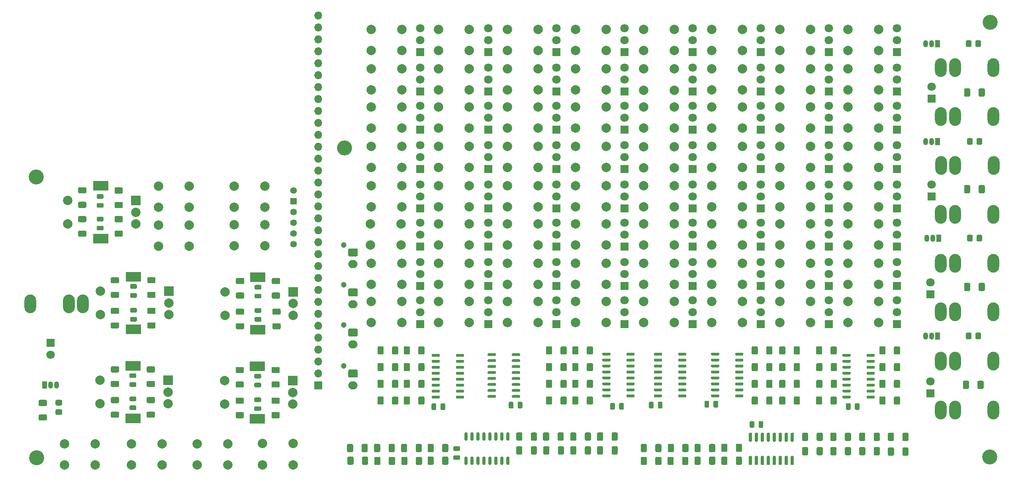
<source format=gbr>
%TF.GenerationSoftware,KiCad,Pcbnew,(5.1.10)-1*%
%TF.CreationDate,2021-10-30T12:16:07-04:00*%
%TF.ProjectId,Control Board,436f6e74-726f-46c2-9042-6f6172642e6b,rev?*%
%TF.SameCoordinates,Original*%
%TF.FileFunction,Soldermask,Top*%
%TF.FilePolarity,Negative*%
%FSLAX46Y46*%
G04 Gerber Fmt 4.6, Leading zero omitted, Abs format (unit mm)*
G04 Created by KiCad (PCBNEW (5.1.10)-1) date 2021-10-30 12:16:07*
%MOMM*%
%LPD*%
G01*
G04 APERTURE LIST*
%ADD10C,3.200000*%
%ADD11C,2.000000*%
%ADD12R,1.800000X1.800000*%
%ADD13C,1.800000*%
%ADD14C,1.200000*%
%ADD15O,2.000000X1.700000*%
%ADD16R,1.700000X1.700000*%
%ADD17O,1.700000X1.700000*%
%ADD18O,1.050000X1.500000*%
%ADD19R,1.050000X1.500000*%
%ADD20R,1.400000X1.400000*%
%ADD21C,1.400000*%
%ADD22R,3.200000X2.000000*%
%ADD23R,2.000000X2.000000*%
%ADD24O,2.500000X4.000000*%
G04 APERTURE END LIST*
D10*
%TO.C,REF\u002A\u002A*%
X102057200Y-58369200D03*
%TD*%
%TO.C,R94*%
G36*
G01*
X236586000Y-109400500D02*
X236586000Y-108150500D01*
G75*
G02*
X236836000Y-107900500I250000J0D01*
G01*
X237636000Y-107900500D01*
G75*
G02*
X237886000Y-108150500I0J-250000D01*
G01*
X237886000Y-109400500D01*
G75*
G02*
X237636000Y-109650500I-250000J0D01*
G01*
X236836000Y-109650500D01*
G75*
G02*
X236586000Y-109400500I0J250000D01*
G01*
G37*
G36*
G01*
X233486000Y-109400500D02*
X233486000Y-108150500D01*
G75*
G02*
X233736000Y-107900500I250000J0D01*
G01*
X234536000Y-107900500D01*
G75*
G02*
X234786000Y-108150500I0J-250000D01*
G01*
X234786000Y-109400500D01*
G75*
G02*
X234536000Y-109650500I-250000J0D01*
G01*
X233736000Y-109650500D01*
G75*
G02*
X233486000Y-109400500I0J250000D01*
G01*
G37*
%TD*%
%TO.C,R34*%
G36*
G01*
X37271800Y-115073600D02*
X38521800Y-115073600D01*
G75*
G02*
X38771800Y-115323600I0J-250000D01*
G01*
X38771800Y-116123600D01*
G75*
G02*
X38521800Y-116373600I-250000J0D01*
G01*
X37271800Y-116373600D01*
G75*
G02*
X37021800Y-116123600I0J250000D01*
G01*
X37021800Y-115323600D01*
G75*
G02*
X37271800Y-115073600I250000J0D01*
G01*
G37*
G36*
G01*
X37271800Y-111973600D02*
X38521800Y-111973600D01*
G75*
G02*
X38771800Y-112223600I0J-250000D01*
G01*
X38771800Y-113023600D01*
G75*
G02*
X38521800Y-113273600I-250000J0D01*
G01*
X37271800Y-113273600D01*
G75*
G02*
X37021800Y-113023600I0J250000D01*
G01*
X37021800Y-112223600D01*
G75*
G02*
X37271800Y-111973600I250000J0D01*
G01*
G37*
%TD*%
%TO.C,R50*%
G36*
G01*
X124095200Y-121599800D02*
X124095200Y-122849800D01*
G75*
G02*
X123845200Y-123099800I-250000J0D01*
G01*
X123045200Y-123099800D01*
G75*
G02*
X122795200Y-122849800I0J250000D01*
G01*
X122795200Y-121599800D01*
G75*
G02*
X123045200Y-121349800I250000J0D01*
G01*
X123845200Y-121349800D01*
G75*
G02*
X124095200Y-121599800I0J-250000D01*
G01*
G37*
G36*
G01*
X120995200Y-121599800D02*
X120995200Y-122849800D01*
G75*
G02*
X120745200Y-123099800I-250000J0D01*
G01*
X119945200Y-123099800D01*
G75*
G02*
X119695200Y-122849800I0J250000D01*
G01*
X119695200Y-121599800D01*
G75*
G02*
X119945200Y-121349800I250000J0D01*
G01*
X120745200Y-121349800D01*
G75*
G02*
X120995200Y-121599800I0J-250000D01*
G01*
G37*
%TD*%
%TO.C,R47*%
G36*
G01*
X103874400Y-121599800D02*
X103874400Y-122849800D01*
G75*
G02*
X103624400Y-123099800I-250000J0D01*
G01*
X102824400Y-123099800D01*
G75*
G02*
X102574400Y-122849800I0J250000D01*
G01*
X102574400Y-121599800D01*
G75*
G02*
X102824400Y-121349800I250000J0D01*
G01*
X103624400Y-121349800D01*
G75*
G02*
X103874400Y-121599800I0J-250000D01*
G01*
G37*
G36*
G01*
X106974400Y-121599800D02*
X106974400Y-122849800D01*
G75*
G02*
X106724400Y-123099800I-250000J0D01*
G01*
X105924400Y-123099800D01*
G75*
G02*
X105674400Y-122849800I0J250000D01*
G01*
X105674400Y-121599800D01*
G75*
G02*
X105924400Y-121349800I250000J0D01*
G01*
X106724400Y-121349800D01*
G75*
G02*
X106974400Y-121599800I0J-250000D01*
G01*
G37*
%TD*%
%TO.C,R48*%
G36*
G01*
X109616000Y-121599800D02*
X109616000Y-122849800D01*
G75*
G02*
X109366000Y-123099800I-250000J0D01*
G01*
X108566000Y-123099800D01*
G75*
G02*
X108316000Y-122849800I0J250000D01*
G01*
X108316000Y-121599800D01*
G75*
G02*
X108566000Y-121349800I250000J0D01*
G01*
X109366000Y-121349800D01*
G75*
G02*
X109616000Y-121599800I0J-250000D01*
G01*
G37*
G36*
G01*
X112716000Y-121599800D02*
X112716000Y-122849800D01*
G75*
G02*
X112466000Y-123099800I-250000J0D01*
G01*
X111666000Y-123099800D01*
G75*
G02*
X111416000Y-122849800I0J250000D01*
G01*
X111416000Y-121599800D01*
G75*
G02*
X111666000Y-121349800I250000J0D01*
G01*
X112466000Y-121349800D01*
G75*
G02*
X112716000Y-121599800I0J-250000D01*
G01*
G37*
%TD*%
%TO.C,R49*%
G36*
G01*
X115356400Y-121599800D02*
X115356400Y-122849800D01*
G75*
G02*
X115106400Y-123099800I-250000J0D01*
G01*
X114306400Y-123099800D01*
G75*
G02*
X114056400Y-122849800I0J250000D01*
G01*
X114056400Y-121599800D01*
G75*
G02*
X114306400Y-121349800I250000J0D01*
G01*
X115106400Y-121349800D01*
G75*
G02*
X115356400Y-121599800I0J-250000D01*
G01*
G37*
G36*
G01*
X118456400Y-121599800D02*
X118456400Y-122849800D01*
G75*
G02*
X118206400Y-123099800I-250000J0D01*
G01*
X117406400Y-123099800D01*
G75*
G02*
X117156400Y-122849800I0J250000D01*
G01*
X117156400Y-121599800D01*
G75*
G02*
X117406400Y-121349800I250000J0D01*
G01*
X118206400Y-121349800D01*
G75*
G02*
X118456400Y-121599800I0J-250000D01*
G01*
G37*
%TD*%
%TO.C,R63*%
G36*
G01*
X105751200Y-125542200D02*
X105751200Y-124292200D01*
G75*
G02*
X106001200Y-124042200I250000J0D01*
G01*
X106801200Y-124042200D01*
G75*
G02*
X107051200Y-124292200I0J-250000D01*
G01*
X107051200Y-125542200D01*
G75*
G02*
X106801200Y-125792200I-250000J0D01*
G01*
X106001200Y-125792200D01*
G75*
G02*
X105751200Y-125542200I0J250000D01*
G01*
G37*
G36*
G01*
X102651200Y-125542200D02*
X102651200Y-124292200D01*
G75*
G02*
X102901200Y-124042200I250000J0D01*
G01*
X103701200Y-124042200D01*
G75*
G02*
X103951200Y-124292200I0J-250000D01*
G01*
X103951200Y-125542200D01*
G75*
G02*
X103701200Y-125792200I-250000J0D01*
G01*
X102901200Y-125792200D01*
G75*
G02*
X102651200Y-125542200I0J250000D01*
G01*
G37*
%TD*%
%TO.C,R64*%
G36*
G01*
X108365600Y-125593000D02*
X108365600Y-124343000D01*
G75*
G02*
X108615600Y-124093000I250000J0D01*
G01*
X109415600Y-124093000D01*
G75*
G02*
X109665600Y-124343000I0J-250000D01*
G01*
X109665600Y-125593000D01*
G75*
G02*
X109415600Y-125843000I-250000J0D01*
G01*
X108615600Y-125843000D01*
G75*
G02*
X108365600Y-125593000I0J250000D01*
G01*
G37*
G36*
G01*
X111465600Y-125593000D02*
X111465600Y-124343000D01*
G75*
G02*
X111715600Y-124093000I250000J0D01*
G01*
X112515600Y-124093000D01*
G75*
G02*
X112765600Y-124343000I0J-250000D01*
G01*
X112765600Y-125593000D01*
G75*
G02*
X112515600Y-125843000I-250000J0D01*
G01*
X111715600Y-125843000D01*
G75*
G02*
X111465600Y-125593000I0J250000D01*
G01*
G37*
%TD*%
%TO.C,R65*%
G36*
G01*
X117206000Y-125593000D02*
X117206000Y-124343000D01*
G75*
G02*
X117456000Y-124093000I250000J0D01*
G01*
X118256000Y-124093000D01*
G75*
G02*
X118506000Y-124343000I0J-250000D01*
G01*
X118506000Y-125593000D01*
G75*
G02*
X118256000Y-125843000I-250000J0D01*
G01*
X117456000Y-125843000D01*
G75*
G02*
X117206000Y-125593000I0J250000D01*
G01*
G37*
G36*
G01*
X114106000Y-125593000D02*
X114106000Y-124343000D01*
G75*
G02*
X114356000Y-124093000I250000J0D01*
G01*
X115156000Y-124093000D01*
G75*
G02*
X115406000Y-124343000I0J-250000D01*
G01*
X115406000Y-125593000D01*
G75*
G02*
X115156000Y-125843000I-250000J0D01*
G01*
X114356000Y-125843000D01*
G75*
G02*
X114106000Y-125593000I0J250000D01*
G01*
G37*
%TD*%
%TO.C,R66*%
G36*
G01*
X119694000Y-125542200D02*
X119694000Y-124292200D01*
G75*
G02*
X119944000Y-124042200I250000J0D01*
G01*
X120744000Y-124042200D01*
G75*
G02*
X120994000Y-124292200I0J-250000D01*
G01*
X120994000Y-125542200D01*
G75*
G02*
X120744000Y-125792200I-250000J0D01*
G01*
X119944000Y-125792200D01*
G75*
G02*
X119694000Y-125542200I0J250000D01*
G01*
G37*
G36*
G01*
X122794000Y-125542200D02*
X122794000Y-124292200D01*
G75*
G02*
X123044000Y-124042200I250000J0D01*
G01*
X123844000Y-124042200D01*
G75*
G02*
X124094000Y-124292200I0J-250000D01*
G01*
X124094000Y-125542200D01*
G75*
G02*
X123844000Y-125792200I-250000J0D01*
G01*
X123044000Y-125792200D01*
G75*
G02*
X122794000Y-125542200I0J250000D01*
G01*
G37*
%TD*%
%TO.C,REF\u002A\u002A*%
X239268000Y-31623000D03*
%TD*%
%TO.C,REF\u002A\u002A*%
X36526800Y-64516000D03*
%TD*%
%TO.C,REF\u002A\u002A*%
X36603000Y-124306000D03*
%TD*%
%TO.C,REF\u002A\u002A*%
X239217200Y-124104400D03*
%TD*%
D11*
%TO.C,SW16*%
X122051800Y-91033600D03*
X122051800Y-95533600D03*
X128551800Y-91033600D03*
X128551800Y-95533600D03*
%TD*%
%TO.C,SW49*%
X194591800Y-33121600D03*
X194591800Y-37621600D03*
X201091800Y-33121600D03*
X201091800Y-37621600D03*
%TD*%
%TO.C,SW58*%
X209044400Y-41503600D03*
X209044400Y-46003600D03*
X215544400Y-41503600D03*
X215544400Y-46003600D03*
%TD*%
%TO.C,SW10*%
X128551800Y-46003600D03*
X128551800Y-41503600D03*
X122051800Y-46003600D03*
X122051800Y-41503600D03*
%TD*%
%TO.C,SW13*%
X128551800Y-70895600D03*
X128551800Y-66395600D03*
X122051800Y-70895600D03*
X122051800Y-66395600D03*
%TD*%
D12*
%TO.C,D45*%
X147091400Y-71221600D03*
D13*
X147091400Y-68681600D03*
X147091400Y-66141600D03*
%TD*%
D11*
%TO.C,SW25*%
X157657800Y-37621600D03*
X157657800Y-33121600D03*
X151157800Y-37621600D03*
X151157800Y-33121600D03*
%TD*%
%TO.C,C1*%
G36*
G01*
X50563800Y-75894900D02*
X49613800Y-75894900D01*
G75*
G02*
X49363800Y-75644900I0J250000D01*
G01*
X49363800Y-75144900D01*
G75*
G02*
X49613800Y-74894900I250000J0D01*
G01*
X50563800Y-74894900D01*
G75*
G02*
X50813800Y-75144900I0J-250000D01*
G01*
X50813800Y-75644900D01*
G75*
G02*
X50563800Y-75894900I-250000J0D01*
G01*
G37*
G36*
G01*
X50563800Y-73994900D02*
X49613800Y-73994900D01*
G75*
G02*
X49363800Y-73744900I0J250000D01*
G01*
X49363800Y-73244900D01*
G75*
G02*
X49613800Y-72994900I250000J0D01*
G01*
X50563800Y-72994900D01*
G75*
G02*
X50813800Y-73244900I0J-250000D01*
G01*
X50813800Y-73744900D01*
G75*
G02*
X50563800Y-73994900I-250000J0D01*
G01*
G37*
%TD*%
%TO.C,C2*%
G36*
G01*
X49613800Y-70068900D02*
X50563800Y-70068900D01*
G75*
G02*
X50813800Y-70318900I0J-250000D01*
G01*
X50813800Y-70818900D01*
G75*
G02*
X50563800Y-71068900I-250000J0D01*
G01*
X49613800Y-71068900D01*
G75*
G02*
X49363800Y-70818900I0J250000D01*
G01*
X49363800Y-70318900D01*
G75*
G02*
X49613800Y-70068900I250000J0D01*
G01*
G37*
G36*
G01*
X49613800Y-68168900D02*
X50563800Y-68168900D01*
G75*
G02*
X50813800Y-68418900I0J-250000D01*
G01*
X50813800Y-68918900D01*
G75*
G02*
X50563800Y-69168900I-250000J0D01*
G01*
X49613800Y-69168900D01*
G75*
G02*
X49363800Y-68918900I0J250000D01*
G01*
X49363800Y-68418900D01*
G75*
G02*
X49613800Y-68168900I250000J0D01*
G01*
G37*
%TD*%
%TO.C,C3*%
G36*
G01*
X57650400Y-95300500D02*
X56700400Y-95300500D01*
G75*
G02*
X56450400Y-95050500I0J250000D01*
G01*
X56450400Y-94550500D01*
G75*
G02*
X56700400Y-94300500I250000J0D01*
G01*
X57650400Y-94300500D01*
G75*
G02*
X57900400Y-94550500I0J-250000D01*
G01*
X57900400Y-95050500D01*
G75*
G02*
X57650400Y-95300500I-250000J0D01*
G01*
G37*
G36*
G01*
X57650400Y-93400500D02*
X56700400Y-93400500D01*
G75*
G02*
X56450400Y-93150500I0J250000D01*
G01*
X56450400Y-92650500D01*
G75*
G02*
X56700400Y-92400500I250000J0D01*
G01*
X57650400Y-92400500D01*
G75*
G02*
X57900400Y-92650500I0J-250000D01*
G01*
X57900400Y-93150500D01*
G75*
G02*
X57650400Y-93400500I-250000J0D01*
G01*
G37*
%TD*%
%TO.C,C4*%
G36*
G01*
X56700400Y-89225500D02*
X57650400Y-89225500D01*
G75*
G02*
X57900400Y-89475500I0J-250000D01*
G01*
X57900400Y-89975500D01*
G75*
G02*
X57650400Y-90225500I-250000J0D01*
G01*
X56700400Y-90225500D01*
G75*
G02*
X56450400Y-89975500I0J250000D01*
G01*
X56450400Y-89475500D01*
G75*
G02*
X56700400Y-89225500I250000J0D01*
G01*
G37*
G36*
G01*
X56700400Y-87325500D02*
X57650400Y-87325500D01*
G75*
G02*
X57900400Y-87575500I0J-250000D01*
G01*
X57900400Y-88075500D01*
G75*
G02*
X57650400Y-88325500I-250000J0D01*
G01*
X56700400Y-88325500D01*
G75*
G02*
X56450400Y-88075500I0J250000D01*
G01*
X56450400Y-87575500D01*
G75*
G02*
X56700400Y-87325500I250000J0D01*
G01*
G37*
%TD*%
%TO.C,C5*%
G36*
G01*
X84117200Y-95338600D02*
X83167200Y-95338600D01*
G75*
G02*
X82917200Y-95088600I0J250000D01*
G01*
X82917200Y-94588600D01*
G75*
G02*
X83167200Y-94338600I250000J0D01*
G01*
X84117200Y-94338600D01*
G75*
G02*
X84367200Y-94588600I0J-250000D01*
G01*
X84367200Y-95088600D01*
G75*
G02*
X84117200Y-95338600I-250000J0D01*
G01*
G37*
G36*
G01*
X84117200Y-93438600D02*
X83167200Y-93438600D01*
G75*
G02*
X82917200Y-93188600I0J250000D01*
G01*
X82917200Y-92688600D01*
G75*
G02*
X83167200Y-92438600I250000J0D01*
G01*
X84117200Y-92438600D01*
G75*
G02*
X84367200Y-92688600I0J-250000D01*
G01*
X84367200Y-93188600D01*
G75*
G02*
X84117200Y-93438600I-250000J0D01*
G01*
G37*
%TD*%
%TO.C,C6*%
G36*
G01*
X83167200Y-89385600D02*
X84117200Y-89385600D01*
G75*
G02*
X84367200Y-89635600I0J-250000D01*
G01*
X84367200Y-90135600D01*
G75*
G02*
X84117200Y-90385600I-250000J0D01*
G01*
X83167200Y-90385600D01*
G75*
G02*
X82917200Y-90135600I0J250000D01*
G01*
X82917200Y-89635600D01*
G75*
G02*
X83167200Y-89385600I250000J0D01*
G01*
G37*
G36*
G01*
X83167200Y-87485600D02*
X84117200Y-87485600D01*
G75*
G02*
X84367200Y-87735600I0J-250000D01*
G01*
X84367200Y-88235600D01*
G75*
G02*
X84117200Y-88485600I-250000J0D01*
G01*
X83167200Y-88485600D01*
G75*
G02*
X82917200Y-88235600I0J250000D01*
G01*
X82917200Y-87735600D01*
G75*
G02*
X83167200Y-87485600I250000J0D01*
G01*
G37*
%TD*%
%TO.C,C7*%
G36*
G01*
X57523400Y-114160000D02*
X56573400Y-114160000D01*
G75*
G02*
X56323400Y-113910000I0J250000D01*
G01*
X56323400Y-113410000D01*
G75*
G02*
X56573400Y-113160000I250000J0D01*
G01*
X57523400Y-113160000D01*
G75*
G02*
X57773400Y-113410000I0J-250000D01*
G01*
X57773400Y-113910000D01*
G75*
G02*
X57523400Y-114160000I-250000J0D01*
G01*
G37*
G36*
G01*
X57523400Y-112260000D02*
X56573400Y-112260000D01*
G75*
G02*
X56323400Y-112010000I0J250000D01*
G01*
X56323400Y-111510000D01*
G75*
G02*
X56573400Y-111260000I250000J0D01*
G01*
X57523400Y-111260000D01*
G75*
G02*
X57773400Y-111510000I0J-250000D01*
G01*
X57773400Y-112010000D01*
G75*
G02*
X57523400Y-112260000I-250000J0D01*
G01*
G37*
%TD*%
%TO.C,C8*%
G36*
G01*
X56573400Y-108212000D02*
X57523400Y-108212000D01*
G75*
G02*
X57773400Y-108462000I0J-250000D01*
G01*
X57773400Y-108962000D01*
G75*
G02*
X57523400Y-109212000I-250000J0D01*
G01*
X56573400Y-109212000D01*
G75*
G02*
X56323400Y-108962000I0J250000D01*
G01*
X56323400Y-108462000D01*
G75*
G02*
X56573400Y-108212000I250000J0D01*
G01*
G37*
G36*
G01*
X56573400Y-106312000D02*
X57523400Y-106312000D01*
G75*
G02*
X57773400Y-106562000I0J-250000D01*
G01*
X57773400Y-107062000D01*
G75*
G02*
X57523400Y-107312000I-250000J0D01*
G01*
X56573400Y-107312000D01*
G75*
G02*
X56323400Y-107062000I0J250000D01*
G01*
X56323400Y-106562000D01*
G75*
G02*
X56573400Y-106312000I250000J0D01*
G01*
G37*
%TD*%
%TO.C,C9*%
G36*
G01*
X84053700Y-114340300D02*
X83103700Y-114340300D01*
G75*
G02*
X82853700Y-114090300I0J250000D01*
G01*
X82853700Y-113590300D01*
G75*
G02*
X83103700Y-113340300I250000J0D01*
G01*
X84053700Y-113340300D01*
G75*
G02*
X84303700Y-113590300I0J-250000D01*
G01*
X84303700Y-114090300D01*
G75*
G02*
X84053700Y-114340300I-250000J0D01*
G01*
G37*
G36*
G01*
X84053700Y-112440300D02*
X83103700Y-112440300D01*
G75*
G02*
X82853700Y-112190300I0J250000D01*
G01*
X82853700Y-111690300D01*
G75*
G02*
X83103700Y-111440300I250000J0D01*
G01*
X84053700Y-111440300D01*
G75*
G02*
X84303700Y-111690300I0J-250000D01*
G01*
X84303700Y-112190300D01*
G75*
G02*
X84053700Y-112440300I-250000J0D01*
G01*
G37*
%TD*%
%TO.C,C10*%
G36*
G01*
X83103700Y-108326300D02*
X84053700Y-108326300D01*
G75*
G02*
X84303700Y-108576300I0J-250000D01*
G01*
X84303700Y-109076300D01*
G75*
G02*
X84053700Y-109326300I-250000J0D01*
G01*
X83103700Y-109326300D01*
G75*
G02*
X82853700Y-109076300I0J250000D01*
G01*
X82853700Y-108576300D01*
G75*
G02*
X83103700Y-108326300I250000J0D01*
G01*
G37*
G36*
G01*
X83103700Y-106426300D02*
X84053700Y-106426300D01*
G75*
G02*
X84303700Y-106676300I0J-250000D01*
G01*
X84303700Y-107176300D01*
G75*
G02*
X84053700Y-107426300I-250000J0D01*
G01*
X83103700Y-107426300D01*
G75*
G02*
X82853700Y-107176300I0J250000D01*
G01*
X82853700Y-106676300D01*
G75*
G02*
X83103700Y-106426300I250000J0D01*
G01*
G37*
%TD*%
D12*
%TO.C,D1*%
X176047400Y-37947600D03*
D13*
X176047400Y-35407600D03*
X176047400Y-32867600D03*
%TD*%
D12*
%TO.C,D2*%
X176047400Y-46329600D03*
D13*
X176047400Y-43789600D03*
X176047400Y-41249600D03*
%TD*%
%TO.C,D3*%
X176047400Y-49377600D03*
X176047400Y-51917600D03*
D12*
X176047400Y-54457600D03*
%TD*%
%TO.C,D4*%
X176047400Y-62839600D03*
D13*
X176047400Y-60299600D03*
X176047400Y-57759600D03*
%TD*%
%TO.C,D5*%
X176047400Y-66141600D03*
X176047400Y-68681600D03*
D12*
X176047400Y-71221600D03*
%TD*%
%TO.C,D6*%
X176047400Y-79349600D03*
D13*
X176047400Y-76809600D03*
X176047400Y-74269600D03*
%TD*%
%TO.C,D7*%
X176047400Y-82651600D03*
X176047400Y-85191600D03*
D12*
X176047400Y-87731600D03*
%TD*%
%TO.C,D8*%
X176047400Y-95859600D03*
D13*
X176047400Y-93319600D03*
X176047400Y-90779600D03*
%TD*%
%TO.C,D9*%
X118135400Y-32867600D03*
X118135400Y-35407600D03*
D12*
X118135400Y-37947600D03*
%TD*%
D13*
%TO.C,D10*%
X118135400Y-41249600D03*
X118135400Y-43789600D03*
D12*
X118135400Y-46329600D03*
%TD*%
%TO.C,D11*%
X118135400Y-54457600D03*
D13*
X118135400Y-51917600D03*
X118135400Y-49377600D03*
%TD*%
%TO.C,D12*%
X118135400Y-57759600D03*
X118135400Y-60299600D03*
D12*
X118135400Y-62839600D03*
%TD*%
%TO.C,D13*%
X118135400Y-71221600D03*
D13*
X118135400Y-68681600D03*
X118135400Y-66141600D03*
%TD*%
%TO.C,D14*%
X118135400Y-74269600D03*
X118135400Y-76809600D03*
D12*
X118135400Y-79349600D03*
%TD*%
%TO.C,D15*%
X118135400Y-87731600D03*
D13*
X118135400Y-85191600D03*
X118135400Y-82651600D03*
%TD*%
%TO.C,D16*%
X118135400Y-90779600D03*
X118135400Y-93319600D03*
D12*
X118135400Y-95859600D03*
%TD*%
D13*
%TO.C,D17*%
X190525400Y-32867600D03*
X190525400Y-35407600D03*
D12*
X190525400Y-37947600D03*
%TD*%
%TO.C,D18*%
X190525400Y-46329600D03*
D13*
X190525400Y-43789600D03*
X190525400Y-41249600D03*
%TD*%
D12*
%TO.C,D19*%
X190525400Y-54457600D03*
D13*
X190525400Y-51917600D03*
X190525400Y-49377600D03*
%TD*%
%TO.C,D20*%
X190525400Y-57759600D03*
X190525400Y-60299600D03*
D12*
X190525400Y-62839600D03*
%TD*%
D13*
%TO.C,D21*%
X190525400Y-66141600D03*
X190525400Y-68681600D03*
D12*
X190525400Y-71221600D03*
%TD*%
%TO.C,D22*%
X190525400Y-79349600D03*
D13*
X190525400Y-76809600D03*
X190525400Y-74269600D03*
%TD*%
%TO.C,D23*%
X190525400Y-82651600D03*
X190525400Y-85191600D03*
D12*
X190525400Y-87731600D03*
%TD*%
%TO.C,D24*%
X190525400Y-95859600D03*
D13*
X190525400Y-93319600D03*
X190525400Y-90779600D03*
%TD*%
%TO.C,D25*%
X132613400Y-32867600D03*
X132613400Y-35407600D03*
D12*
X132613400Y-37947600D03*
%TD*%
%TO.C,D26*%
X132613400Y-46329600D03*
D13*
X132613400Y-43789600D03*
X132613400Y-41249600D03*
%TD*%
%TO.C,D27*%
X132613400Y-49377600D03*
X132613400Y-51917600D03*
D12*
X132613400Y-54457600D03*
%TD*%
%TO.C,D28*%
X132613400Y-62839600D03*
D13*
X132613400Y-60299600D03*
X132613400Y-57759600D03*
%TD*%
D12*
%TO.C,D29*%
X132613400Y-71221600D03*
D13*
X132613400Y-68681600D03*
X132613400Y-66141600D03*
%TD*%
%TO.C,D30*%
X132613400Y-74269600D03*
X132613400Y-76809600D03*
D12*
X132613400Y-79349600D03*
%TD*%
%TO.C,D31*%
X132613400Y-87731600D03*
D13*
X132613400Y-85191600D03*
X132613400Y-82651600D03*
%TD*%
%TO.C,D32*%
X132613400Y-90779600D03*
X132613400Y-93319600D03*
D12*
X132613400Y-95859600D03*
%TD*%
D13*
%TO.C,D33*%
X205003400Y-32867600D03*
X205003400Y-35407600D03*
D12*
X205003400Y-37947600D03*
%TD*%
%TO.C,D34*%
X205003400Y-46329600D03*
D13*
X205003400Y-43789600D03*
X205003400Y-41249600D03*
%TD*%
%TO.C,D35*%
X205003400Y-49377600D03*
X205003400Y-51917600D03*
D12*
X205003400Y-54457600D03*
%TD*%
%TO.C,D36*%
X205003400Y-62839600D03*
D13*
X205003400Y-60299600D03*
X205003400Y-57759600D03*
%TD*%
%TO.C,D37*%
X205003400Y-66141600D03*
X205003400Y-68681600D03*
D12*
X205003400Y-71221600D03*
%TD*%
%TO.C,D38*%
X205003400Y-79349600D03*
D13*
X205003400Y-76809600D03*
X205003400Y-74269600D03*
%TD*%
%TO.C,D39*%
X205003400Y-82651600D03*
X205003400Y-85191600D03*
D12*
X205003400Y-87731600D03*
%TD*%
D13*
%TO.C,D40*%
X205003400Y-90779600D03*
X205003400Y-93319600D03*
D12*
X205003400Y-95859600D03*
%TD*%
D13*
%TO.C,D41*%
X147091400Y-32867600D03*
X147091400Y-35407600D03*
D12*
X147091400Y-37947600D03*
%TD*%
%TO.C,D42*%
X147091400Y-46329600D03*
D13*
X147091400Y-43789600D03*
X147091400Y-41249600D03*
%TD*%
%TO.C,D43*%
X147091400Y-49377600D03*
X147091400Y-51917600D03*
D12*
X147091400Y-54457600D03*
%TD*%
%TO.C,D44*%
X147091400Y-62839600D03*
D13*
X147091400Y-60299600D03*
X147091400Y-57759600D03*
%TD*%
%TO.C,D46*%
X147091400Y-74269600D03*
X147091400Y-76809600D03*
D12*
X147091400Y-79349600D03*
%TD*%
%TO.C,D47*%
X147091400Y-87731600D03*
D13*
X147091400Y-85191600D03*
X147091400Y-82651600D03*
%TD*%
%TO.C,D48*%
X147091400Y-90779600D03*
X147091400Y-93319600D03*
D12*
X147091400Y-95859600D03*
%TD*%
D13*
%TO.C,D49*%
X219481400Y-32867600D03*
X219481400Y-35407600D03*
D12*
X219481400Y-37947600D03*
%TD*%
%TO.C,D50*%
X219481400Y-46329600D03*
D13*
X219481400Y-43789600D03*
X219481400Y-41249600D03*
%TD*%
%TO.C,D51*%
X219481400Y-49377600D03*
X219481400Y-51917600D03*
D12*
X219481400Y-54457600D03*
%TD*%
%TO.C,D52*%
X219481400Y-62839600D03*
D13*
X219481400Y-60299600D03*
X219481400Y-57759600D03*
%TD*%
%TO.C,D53*%
X219481400Y-66141600D03*
X219481400Y-68681600D03*
D12*
X219481400Y-71221600D03*
%TD*%
%TO.C,D54*%
X219481400Y-79349600D03*
D13*
X219481400Y-76809600D03*
X219481400Y-74269600D03*
%TD*%
%TO.C,D55*%
X219481400Y-82651600D03*
X219481400Y-85191600D03*
D12*
X219481400Y-87731600D03*
%TD*%
%TO.C,D56*%
X219481400Y-95859600D03*
D13*
X219481400Y-93319600D03*
X219481400Y-90779600D03*
%TD*%
%TO.C,D57*%
X161569400Y-32867600D03*
X161569400Y-35407600D03*
D12*
X161569400Y-37947600D03*
%TD*%
%TO.C,D58*%
X161569400Y-46329600D03*
D13*
X161569400Y-43789600D03*
X161569400Y-41249600D03*
%TD*%
%TO.C,D59*%
X161569400Y-49377600D03*
X161569400Y-51917600D03*
D12*
X161569400Y-54457600D03*
%TD*%
%TO.C,D60*%
X161569400Y-62839600D03*
D13*
X161569400Y-60299600D03*
X161569400Y-57759600D03*
%TD*%
D12*
%TO.C,D61*%
X161569400Y-71221600D03*
D13*
X161569400Y-68681600D03*
X161569400Y-66141600D03*
%TD*%
%TO.C,D62*%
X161569400Y-74269600D03*
X161569400Y-76809600D03*
D12*
X161569400Y-79349600D03*
%TD*%
%TO.C,D63*%
X161569400Y-87731600D03*
D13*
X161569400Y-85191600D03*
X161569400Y-82651600D03*
%TD*%
D12*
%TO.C,D64*%
X161569400Y-95859600D03*
D13*
X161569400Y-93319600D03*
X161569400Y-90779600D03*
%TD*%
D12*
%TO.C,D65*%
X39522400Y-99822000D03*
D13*
X39522400Y-102362000D03*
%TD*%
D12*
%TO.C,D66*%
X226822000Y-47815500D03*
D13*
X226822000Y-45275500D03*
%TD*%
%TO.C,D67*%
X226822000Y-66103500D03*
D12*
X226822000Y-68643500D03*
%TD*%
%TO.C,D68*%
X226568000Y-89471500D03*
D13*
X226568000Y-86931500D03*
%TD*%
%TO.C,D69*%
X226568000Y-108013500D03*
D12*
X226568000Y-110553500D03*
%TD*%
D14*
%TO.C,J1*%
X101835200Y-78968800D03*
D15*
X103835200Y-83068800D03*
G36*
G01*
X103085200Y-79718800D02*
X104585200Y-79718800D01*
G75*
G02*
X104835200Y-79968800I0J-250000D01*
G01*
X104835200Y-81168800D01*
G75*
G02*
X104585200Y-81418800I-250000J0D01*
G01*
X103085200Y-81418800D01*
G75*
G02*
X102835200Y-81168800I0J250000D01*
G01*
X102835200Y-79968800D01*
G75*
G02*
X103085200Y-79718800I250000J0D01*
G01*
G37*
%TD*%
%TO.C,J2*%
G36*
G01*
X103085200Y-88242400D02*
X104585200Y-88242400D01*
G75*
G02*
X104835200Y-88492400I0J-250000D01*
G01*
X104835200Y-89692400D01*
G75*
G02*
X104585200Y-89942400I-250000J0D01*
G01*
X103085200Y-89942400D01*
G75*
G02*
X102835200Y-89692400I0J250000D01*
G01*
X102835200Y-88492400D01*
G75*
G02*
X103085200Y-88242400I250000J0D01*
G01*
G37*
X103835200Y-91592400D03*
D14*
X101835200Y-87492400D03*
%TD*%
%TO.C,J3*%
X101835200Y-96026800D03*
D15*
X103835200Y-100126800D03*
G36*
G01*
X103085200Y-96776800D02*
X104585200Y-96776800D01*
G75*
G02*
X104835200Y-97026800I0J-250000D01*
G01*
X104835200Y-98226800D01*
G75*
G02*
X104585200Y-98476800I-250000J0D01*
G01*
X103085200Y-98476800D01*
G75*
G02*
X102835200Y-98226800I0J250000D01*
G01*
X102835200Y-97026800D01*
G75*
G02*
X103085200Y-96776800I250000J0D01*
G01*
G37*
%TD*%
%TO.C,J4*%
G36*
G01*
X103085200Y-105525200D02*
X104585200Y-105525200D01*
G75*
G02*
X104835200Y-105775200I0J-250000D01*
G01*
X104835200Y-106975200D01*
G75*
G02*
X104585200Y-107225200I-250000J0D01*
G01*
X103085200Y-107225200D01*
G75*
G02*
X102835200Y-106975200I0J250000D01*
G01*
X102835200Y-105775200D01*
G75*
G02*
X103085200Y-105525200I250000J0D01*
G01*
G37*
X103835200Y-108875200D03*
D14*
X101835200Y-104775200D03*
%TD*%
D16*
%TO.C,J5*%
X96469200Y-108864400D03*
D17*
X96469200Y-106324400D03*
X96469200Y-103784400D03*
X96469200Y-101244400D03*
X96469200Y-98704400D03*
X96469200Y-96164400D03*
X96469200Y-93624400D03*
X96469200Y-91084400D03*
X96469200Y-88544400D03*
X96469200Y-86004400D03*
X96469200Y-83464400D03*
X96469200Y-80924400D03*
X96469200Y-78384400D03*
X96469200Y-75844400D03*
X96469200Y-73304400D03*
X96469200Y-70764400D03*
X96469200Y-68224400D03*
X96469200Y-65684400D03*
X96469200Y-63144400D03*
X96469200Y-60604400D03*
X96469200Y-58064400D03*
X96469200Y-55524400D03*
X96469200Y-52984400D03*
X96469200Y-50444400D03*
X96469200Y-47904400D03*
X96469200Y-45364400D03*
X96469200Y-42824400D03*
X96469200Y-40284400D03*
X96469200Y-37744400D03*
X96469200Y-35204400D03*
X96469200Y-32664400D03*
X96469200Y-30124400D03*
%TD*%
D18*
%TO.C,Q1*%
X39522400Y-108762800D03*
X40792400Y-108762800D03*
D19*
X38252400Y-108762800D03*
%TD*%
%TO.C,Q2*%
X228092000Y-36131500D03*
D18*
X225552000Y-36131500D03*
X226822000Y-36131500D03*
%TD*%
%TO.C,Q3*%
X226822000Y-56959500D03*
X225552000Y-56959500D03*
D19*
X228092000Y-56959500D03*
%TD*%
D18*
%TO.C,Q4*%
X227076000Y-77533500D03*
X225806000Y-77533500D03*
D19*
X228346000Y-77533500D03*
%TD*%
%TO.C,Q5*%
X228092000Y-98361500D03*
D18*
X225552000Y-98361500D03*
X226822000Y-98361500D03*
%TD*%
%TO.C,R1*%
G36*
G01*
X191679400Y-102072600D02*
X191679400Y-100822600D01*
G75*
G02*
X191929400Y-100572600I250000J0D01*
G01*
X192729400Y-100572600D01*
G75*
G02*
X192979400Y-100822600I0J-250000D01*
G01*
X192979400Y-102072600D01*
G75*
G02*
X192729400Y-102322600I-250000J0D01*
G01*
X191929400Y-102322600D01*
G75*
G02*
X191679400Y-102072600I0J250000D01*
G01*
G37*
G36*
G01*
X188579400Y-102072600D02*
X188579400Y-100822600D01*
G75*
G02*
X188829400Y-100572600I250000J0D01*
G01*
X189629400Y-100572600D01*
G75*
G02*
X189879400Y-100822600I0J-250000D01*
G01*
X189879400Y-102072600D01*
G75*
G02*
X189629400Y-102322600I-250000J0D01*
G01*
X188829400Y-102322600D01*
G75*
G02*
X188579400Y-102072600I0J250000D01*
G01*
G37*
%TD*%
%TO.C,R2*%
G36*
G01*
X194447400Y-102072600D02*
X194447400Y-100822600D01*
G75*
G02*
X194697400Y-100572600I250000J0D01*
G01*
X195497400Y-100572600D01*
G75*
G02*
X195747400Y-100822600I0J-250000D01*
G01*
X195747400Y-102072600D01*
G75*
G02*
X195497400Y-102322600I-250000J0D01*
G01*
X194697400Y-102322600D01*
G75*
G02*
X194447400Y-102072600I0J250000D01*
G01*
G37*
G36*
G01*
X197547400Y-102072600D02*
X197547400Y-100822600D01*
G75*
G02*
X197797400Y-100572600I250000J0D01*
G01*
X198597400Y-100572600D01*
G75*
G02*
X198847400Y-100822600I0J-250000D01*
G01*
X198847400Y-102072600D01*
G75*
G02*
X198597400Y-102322600I-250000J0D01*
G01*
X197797400Y-102322600D01*
G75*
G02*
X197547400Y-102072600I0J250000D01*
G01*
G37*
%TD*%
%TO.C,R3*%
G36*
G01*
X188605400Y-105628600D02*
X188605400Y-104378600D01*
G75*
G02*
X188855400Y-104128600I250000J0D01*
G01*
X189655400Y-104128600D01*
G75*
G02*
X189905400Y-104378600I0J-250000D01*
G01*
X189905400Y-105628600D01*
G75*
G02*
X189655400Y-105878600I-250000J0D01*
G01*
X188855400Y-105878600D01*
G75*
G02*
X188605400Y-105628600I0J250000D01*
G01*
G37*
G36*
G01*
X191705400Y-105628600D02*
X191705400Y-104378600D01*
G75*
G02*
X191955400Y-104128600I250000J0D01*
G01*
X192755400Y-104128600D01*
G75*
G02*
X193005400Y-104378600I0J-250000D01*
G01*
X193005400Y-105628600D01*
G75*
G02*
X192755400Y-105878600I-250000J0D01*
G01*
X191955400Y-105878600D01*
G75*
G02*
X191705400Y-105628600I0J250000D01*
G01*
G37*
%TD*%
%TO.C,R4*%
G36*
G01*
X197547400Y-105628600D02*
X197547400Y-104378600D01*
G75*
G02*
X197797400Y-104128600I250000J0D01*
G01*
X198597400Y-104128600D01*
G75*
G02*
X198847400Y-104378600I0J-250000D01*
G01*
X198847400Y-105628600D01*
G75*
G02*
X198597400Y-105878600I-250000J0D01*
G01*
X197797400Y-105878600D01*
G75*
G02*
X197547400Y-105628600I0J250000D01*
G01*
G37*
G36*
G01*
X194447400Y-105628600D02*
X194447400Y-104378600D01*
G75*
G02*
X194697400Y-104128600I250000J0D01*
G01*
X195497400Y-104128600D01*
G75*
G02*
X195747400Y-104378600I0J-250000D01*
G01*
X195747400Y-105628600D01*
G75*
G02*
X195497400Y-105878600I-250000J0D01*
G01*
X194697400Y-105878600D01*
G75*
G02*
X194447400Y-105628600I0J250000D01*
G01*
G37*
%TD*%
%TO.C,R5*%
G36*
G01*
X188605400Y-109184600D02*
X188605400Y-107934600D01*
G75*
G02*
X188855400Y-107684600I250000J0D01*
G01*
X189655400Y-107684600D01*
G75*
G02*
X189905400Y-107934600I0J-250000D01*
G01*
X189905400Y-109184600D01*
G75*
G02*
X189655400Y-109434600I-250000J0D01*
G01*
X188855400Y-109434600D01*
G75*
G02*
X188605400Y-109184600I0J250000D01*
G01*
G37*
G36*
G01*
X191705400Y-109184600D02*
X191705400Y-107934600D01*
G75*
G02*
X191955400Y-107684600I250000J0D01*
G01*
X192755400Y-107684600D01*
G75*
G02*
X193005400Y-107934600I0J-250000D01*
G01*
X193005400Y-109184600D01*
G75*
G02*
X192755400Y-109434600I-250000J0D01*
G01*
X191955400Y-109434600D01*
G75*
G02*
X191705400Y-109184600I0J250000D01*
G01*
G37*
%TD*%
%TO.C,R6*%
G36*
G01*
X197547400Y-109184600D02*
X197547400Y-107934600D01*
G75*
G02*
X197797400Y-107684600I250000J0D01*
G01*
X198597400Y-107684600D01*
G75*
G02*
X198847400Y-107934600I0J-250000D01*
G01*
X198847400Y-109184600D01*
G75*
G02*
X198597400Y-109434600I-250000J0D01*
G01*
X197797400Y-109434600D01*
G75*
G02*
X197547400Y-109184600I0J250000D01*
G01*
G37*
G36*
G01*
X194447400Y-109184600D02*
X194447400Y-107934600D01*
G75*
G02*
X194697400Y-107684600I250000J0D01*
G01*
X195497400Y-107684600D01*
G75*
G02*
X195747400Y-107934600I0J-250000D01*
G01*
X195747400Y-109184600D01*
G75*
G02*
X195497400Y-109434600I-250000J0D01*
G01*
X194697400Y-109434600D01*
G75*
G02*
X194447400Y-109184600I0J250000D01*
G01*
G37*
%TD*%
%TO.C,R7*%
G36*
G01*
X188605400Y-112740600D02*
X188605400Y-111490600D01*
G75*
G02*
X188855400Y-111240600I250000J0D01*
G01*
X189655400Y-111240600D01*
G75*
G02*
X189905400Y-111490600I0J-250000D01*
G01*
X189905400Y-112740600D01*
G75*
G02*
X189655400Y-112990600I-250000J0D01*
G01*
X188855400Y-112990600D01*
G75*
G02*
X188605400Y-112740600I0J250000D01*
G01*
G37*
G36*
G01*
X191705400Y-112740600D02*
X191705400Y-111490600D01*
G75*
G02*
X191955400Y-111240600I250000J0D01*
G01*
X192755400Y-111240600D01*
G75*
G02*
X193005400Y-111490600I0J-250000D01*
G01*
X193005400Y-112740600D01*
G75*
G02*
X192755400Y-112990600I-250000J0D01*
G01*
X191955400Y-112990600D01*
G75*
G02*
X191705400Y-112740600I0J250000D01*
G01*
G37*
%TD*%
%TO.C,R8*%
G36*
G01*
X197547400Y-112740600D02*
X197547400Y-111490600D01*
G75*
G02*
X197797400Y-111240600I250000J0D01*
G01*
X198597400Y-111240600D01*
G75*
G02*
X198847400Y-111490600I0J-250000D01*
G01*
X198847400Y-112740600D01*
G75*
G02*
X198597400Y-112990600I-250000J0D01*
G01*
X197797400Y-112990600D01*
G75*
G02*
X197547400Y-112740600I0J250000D01*
G01*
G37*
G36*
G01*
X194447400Y-112740600D02*
X194447400Y-111490600D01*
G75*
G02*
X194697400Y-111240600I250000J0D01*
G01*
X195497400Y-111240600D01*
G75*
G02*
X195747400Y-111490600I0J-250000D01*
G01*
X195747400Y-112740600D01*
G75*
G02*
X195497400Y-112990600I-250000J0D01*
G01*
X194697400Y-112990600D01*
G75*
G02*
X194447400Y-112740600I0J250000D01*
G01*
G37*
%TD*%
%TO.C,R9*%
G36*
G01*
X149265400Y-111490600D02*
X149265400Y-112740600D01*
G75*
G02*
X149015400Y-112990600I-250000J0D01*
G01*
X148215400Y-112990600D01*
G75*
G02*
X147965400Y-112740600I0J250000D01*
G01*
X147965400Y-111490600D01*
G75*
G02*
X148215400Y-111240600I250000J0D01*
G01*
X149015400Y-111240600D01*
G75*
G02*
X149265400Y-111490600I0J-250000D01*
G01*
G37*
G36*
G01*
X146165400Y-111490600D02*
X146165400Y-112740600D01*
G75*
G02*
X145915400Y-112990600I-250000J0D01*
G01*
X145115400Y-112990600D01*
G75*
G02*
X144865400Y-112740600I0J250000D01*
G01*
X144865400Y-111490600D01*
G75*
G02*
X145115400Y-111240600I250000J0D01*
G01*
X145915400Y-111240600D01*
G75*
G02*
X146165400Y-111490600I0J-250000D01*
G01*
G37*
%TD*%
%TO.C,R10*%
G36*
G01*
X151753400Y-111490600D02*
X151753400Y-112740600D01*
G75*
G02*
X151503400Y-112990600I-250000J0D01*
G01*
X150703400Y-112990600D01*
G75*
G02*
X150453400Y-112740600I0J250000D01*
G01*
X150453400Y-111490600D01*
G75*
G02*
X150703400Y-111240600I250000J0D01*
G01*
X151503400Y-111240600D01*
G75*
G02*
X151753400Y-111490600I0J-250000D01*
G01*
G37*
G36*
G01*
X154853400Y-111490600D02*
X154853400Y-112740600D01*
G75*
G02*
X154603400Y-112990600I-250000J0D01*
G01*
X153803400Y-112990600D01*
G75*
G02*
X153553400Y-112740600I0J250000D01*
G01*
X153553400Y-111490600D01*
G75*
G02*
X153803400Y-111240600I250000J0D01*
G01*
X154603400Y-111240600D01*
G75*
G02*
X154853400Y-111490600I0J-250000D01*
G01*
G37*
%TD*%
%TO.C,R11*%
G36*
G01*
X149265400Y-107934600D02*
X149265400Y-109184600D01*
G75*
G02*
X149015400Y-109434600I-250000J0D01*
G01*
X148215400Y-109434600D01*
G75*
G02*
X147965400Y-109184600I0J250000D01*
G01*
X147965400Y-107934600D01*
G75*
G02*
X148215400Y-107684600I250000J0D01*
G01*
X149015400Y-107684600D01*
G75*
G02*
X149265400Y-107934600I0J-250000D01*
G01*
G37*
G36*
G01*
X146165400Y-107934600D02*
X146165400Y-109184600D01*
G75*
G02*
X145915400Y-109434600I-250000J0D01*
G01*
X145115400Y-109434600D01*
G75*
G02*
X144865400Y-109184600I0J250000D01*
G01*
X144865400Y-107934600D01*
G75*
G02*
X145115400Y-107684600I250000J0D01*
G01*
X145915400Y-107684600D01*
G75*
G02*
X146165400Y-107934600I0J-250000D01*
G01*
G37*
%TD*%
%TO.C,R12*%
G36*
G01*
X151753400Y-107934600D02*
X151753400Y-109184600D01*
G75*
G02*
X151503400Y-109434600I-250000J0D01*
G01*
X150703400Y-109434600D01*
G75*
G02*
X150453400Y-109184600I0J250000D01*
G01*
X150453400Y-107934600D01*
G75*
G02*
X150703400Y-107684600I250000J0D01*
G01*
X151503400Y-107684600D01*
G75*
G02*
X151753400Y-107934600I0J-250000D01*
G01*
G37*
G36*
G01*
X154853400Y-107934600D02*
X154853400Y-109184600D01*
G75*
G02*
X154603400Y-109434600I-250000J0D01*
G01*
X153803400Y-109434600D01*
G75*
G02*
X153553400Y-109184600I0J250000D01*
G01*
X153553400Y-107934600D01*
G75*
G02*
X153803400Y-107684600I250000J0D01*
G01*
X154603400Y-107684600D01*
G75*
G02*
X154853400Y-107934600I0J-250000D01*
G01*
G37*
%TD*%
%TO.C,R13*%
G36*
G01*
X149265400Y-104378600D02*
X149265400Y-105628600D01*
G75*
G02*
X149015400Y-105878600I-250000J0D01*
G01*
X148215400Y-105878600D01*
G75*
G02*
X147965400Y-105628600I0J250000D01*
G01*
X147965400Y-104378600D01*
G75*
G02*
X148215400Y-104128600I250000J0D01*
G01*
X149015400Y-104128600D01*
G75*
G02*
X149265400Y-104378600I0J-250000D01*
G01*
G37*
G36*
G01*
X146165400Y-104378600D02*
X146165400Y-105628600D01*
G75*
G02*
X145915400Y-105878600I-250000J0D01*
G01*
X145115400Y-105878600D01*
G75*
G02*
X144865400Y-105628600I0J250000D01*
G01*
X144865400Y-104378600D01*
G75*
G02*
X145115400Y-104128600I250000J0D01*
G01*
X145915400Y-104128600D01*
G75*
G02*
X146165400Y-104378600I0J-250000D01*
G01*
G37*
%TD*%
%TO.C,R14*%
G36*
G01*
X151753400Y-104378600D02*
X151753400Y-105628600D01*
G75*
G02*
X151503400Y-105878600I-250000J0D01*
G01*
X150703400Y-105878600D01*
G75*
G02*
X150453400Y-105628600I0J250000D01*
G01*
X150453400Y-104378600D01*
G75*
G02*
X150703400Y-104128600I250000J0D01*
G01*
X151503400Y-104128600D01*
G75*
G02*
X151753400Y-104378600I0J-250000D01*
G01*
G37*
G36*
G01*
X154853400Y-104378600D02*
X154853400Y-105628600D01*
G75*
G02*
X154603400Y-105878600I-250000J0D01*
G01*
X153803400Y-105878600D01*
G75*
G02*
X153553400Y-105628600I0J250000D01*
G01*
X153553400Y-104378600D01*
G75*
G02*
X153803400Y-104128600I250000J0D01*
G01*
X154603400Y-104128600D01*
G75*
G02*
X154853400Y-104378600I0J-250000D01*
G01*
G37*
%TD*%
%TO.C,R15*%
G36*
G01*
X149265400Y-100822600D02*
X149265400Y-102072600D01*
G75*
G02*
X149015400Y-102322600I-250000J0D01*
G01*
X148215400Y-102322600D01*
G75*
G02*
X147965400Y-102072600I0J250000D01*
G01*
X147965400Y-100822600D01*
G75*
G02*
X148215400Y-100572600I250000J0D01*
G01*
X149015400Y-100572600D01*
G75*
G02*
X149265400Y-100822600I0J-250000D01*
G01*
G37*
G36*
G01*
X146165400Y-100822600D02*
X146165400Y-102072600D01*
G75*
G02*
X145915400Y-102322600I-250000J0D01*
G01*
X145115400Y-102322600D01*
G75*
G02*
X144865400Y-102072600I0J250000D01*
G01*
X144865400Y-100822600D01*
G75*
G02*
X145115400Y-100572600I250000J0D01*
G01*
X145915400Y-100572600D01*
G75*
G02*
X146165400Y-100822600I0J-250000D01*
G01*
G37*
%TD*%
%TO.C,R16*%
G36*
G01*
X151753400Y-100822600D02*
X151753400Y-102072600D01*
G75*
G02*
X151503400Y-102322600I-250000J0D01*
G01*
X150703400Y-102322600D01*
G75*
G02*
X150453400Y-102072600I0J250000D01*
G01*
X150453400Y-100822600D01*
G75*
G02*
X150703400Y-100572600I250000J0D01*
G01*
X151503400Y-100572600D01*
G75*
G02*
X151753400Y-100822600I0J-250000D01*
G01*
G37*
G36*
G01*
X154853400Y-100822600D02*
X154853400Y-102072600D01*
G75*
G02*
X154603400Y-102322600I-250000J0D01*
G01*
X153803400Y-102322600D01*
G75*
G02*
X153553400Y-102072600I0J250000D01*
G01*
X153553400Y-100822600D01*
G75*
G02*
X153803400Y-100572600I250000J0D01*
G01*
X154603400Y-100572600D01*
G75*
G02*
X154853400Y-100822600I0J-250000D01*
G01*
G37*
%TD*%
%TO.C,R17*%
G36*
G01*
X114639400Y-102072600D02*
X114639400Y-100822600D01*
G75*
G02*
X114889400Y-100572600I250000J0D01*
G01*
X115689400Y-100572600D01*
G75*
G02*
X115939400Y-100822600I0J-250000D01*
G01*
X115939400Y-102072600D01*
G75*
G02*
X115689400Y-102322600I-250000J0D01*
G01*
X114889400Y-102322600D01*
G75*
G02*
X114639400Y-102072600I0J250000D01*
G01*
G37*
G36*
G01*
X117739400Y-102072600D02*
X117739400Y-100822600D01*
G75*
G02*
X117989400Y-100572600I250000J0D01*
G01*
X118789400Y-100572600D01*
G75*
G02*
X119039400Y-100822600I0J-250000D01*
G01*
X119039400Y-102072600D01*
G75*
G02*
X118789400Y-102322600I-250000J0D01*
G01*
X117989400Y-102322600D01*
G75*
G02*
X117739400Y-102072600I0J250000D01*
G01*
G37*
%TD*%
%TO.C,R18*%
G36*
G01*
X112151400Y-102072600D02*
X112151400Y-100822600D01*
G75*
G02*
X112401400Y-100572600I250000J0D01*
G01*
X113201400Y-100572600D01*
G75*
G02*
X113451400Y-100822600I0J-250000D01*
G01*
X113451400Y-102072600D01*
G75*
G02*
X113201400Y-102322600I-250000J0D01*
G01*
X112401400Y-102322600D01*
G75*
G02*
X112151400Y-102072600I0J250000D01*
G01*
G37*
G36*
G01*
X109051400Y-102072600D02*
X109051400Y-100822600D01*
G75*
G02*
X109301400Y-100572600I250000J0D01*
G01*
X110101400Y-100572600D01*
G75*
G02*
X110351400Y-100822600I0J-250000D01*
G01*
X110351400Y-102072600D01*
G75*
G02*
X110101400Y-102322600I-250000J0D01*
G01*
X109301400Y-102322600D01*
G75*
G02*
X109051400Y-102072600I0J250000D01*
G01*
G37*
%TD*%
%TO.C,R19*%
G36*
G01*
X114639400Y-105628600D02*
X114639400Y-104378600D01*
G75*
G02*
X114889400Y-104128600I250000J0D01*
G01*
X115689400Y-104128600D01*
G75*
G02*
X115939400Y-104378600I0J-250000D01*
G01*
X115939400Y-105628600D01*
G75*
G02*
X115689400Y-105878600I-250000J0D01*
G01*
X114889400Y-105878600D01*
G75*
G02*
X114639400Y-105628600I0J250000D01*
G01*
G37*
G36*
G01*
X117739400Y-105628600D02*
X117739400Y-104378600D01*
G75*
G02*
X117989400Y-104128600I250000J0D01*
G01*
X118789400Y-104128600D01*
G75*
G02*
X119039400Y-104378600I0J-250000D01*
G01*
X119039400Y-105628600D01*
G75*
G02*
X118789400Y-105878600I-250000J0D01*
G01*
X117989400Y-105878600D01*
G75*
G02*
X117739400Y-105628600I0J250000D01*
G01*
G37*
%TD*%
%TO.C,R20*%
G36*
G01*
X112151400Y-105628600D02*
X112151400Y-104378600D01*
G75*
G02*
X112401400Y-104128600I250000J0D01*
G01*
X113201400Y-104128600D01*
G75*
G02*
X113451400Y-104378600I0J-250000D01*
G01*
X113451400Y-105628600D01*
G75*
G02*
X113201400Y-105878600I-250000J0D01*
G01*
X112401400Y-105878600D01*
G75*
G02*
X112151400Y-105628600I0J250000D01*
G01*
G37*
G36*
G01*
X109051400Y-105628600D02*
X109051400Y-104378600D01*
G75*
G02*
X109301400Y-104128600I250000J0D01*
G01*
X110101400Y-104128600D01*
G75*
G02*
X110351400Y-104378600I0J-250000D01*
G01*
X110351400Y-105628600D01*
G75*
G02*
X110101400Y-105878600I-250000J0D01*
G01*
X109301400Y-105878600D01*
G75*
G02*
X109051400Y-105628600I0J250000D01*
G01*
G37*
%TD*%
%TO.C,R21*%
G36*
G01*
X114639400Y-109184600D02*
X114639400Y-107934600D01*
G75*
G02*
X114889400Y-107684600I250000J0D01*
G01*
X115689400Y-107684600D01*
G75*
G02*
X115939400Y-107934600I0J-250000D01*
G01*
X115939400Y-109184600D01*
G75*
G02*
X115689400Y-109434600I-250000J0D01*
G01*
X114889400Y-109434600D01*
G75*
G02*
X114639400Y-109184600I0J250000D01*
G01*
G37*
G36*
G01*
X117739400Y-109184600D02*
X117739400Y-107934600D01*
G75*
G02*
X117989400Y-107684600I250000J0D01*
G01*
X118789400Y-107684600D01*
G75*
G02*
X119039400Y-107934600I0J-250000D01*
G01*
X119039400Y-109184600D01*
G75*
G02*
X118789400Y-109434600I-250000J0D01*
G01*
X117989400Y-109434600D01*
G75*
G02*
X117739400Y-109184600I0J250000D01*
G01*
G37*
%TD*%
%TO.C,R22*%
G36*
G01*
X112151400Y-109184600D02*
X112151400Y-107934600D01*
G75*
G02*
X112401400Y-107684600I250000J0D01*
G01*
X113201400Y-107684600D01*
G75*
G02*
X113451400Y-107934600I0J-250000D01*
G01*
X113451400Y-109184600D01*
G75*
G02*
X113201400Y-109434600I-250000J0D01*
G01*
X112401400Y-109434600D01*
G75*
G02*
X112151400Y-109184600I0J250000D01*
G01*
G37*
G36*
G01*
X109051400Y-109184600D02*
X109051400Y-107934600D01*
G75*
G02*
X109301400Y-107684600I250000J0D01*
G01*
X110101400Y-107684600D01*
G75*
G02*
X110351400Y-107934600I0J-250000D01*
G01*
X110351400Y-109184600D01*
G75*
G02*
X110101400Y-109434600I-250000J0D01*
G01*
X109301400Y-109434600D01*
G75*
G02*
X109051400Y-109184600I0J250000D01*
G01*
G37*
%TD*%
%TO.C,R23*%
G36*
G01*
X114639400Y-112740600D02*
X114639400Y-111490600D01*
G75*
G02*
X114889400Y-111240600I250000J0D01*
G01*
X115689400Y-111240600D01*
G75*
G02*
X115939400Y-111490600I0J-250000D01*
G01*
X115939400Y-112740600D01*
G75*
G02*
X115689400Y-112990600I-250000J0D01*
G01*
X114889400Y-112990600D01*
G75*
G02*
X114639400Y-112740600I0J250000D01*
G01*
G37*
G36*
G01*
X117739400Y-112740600D02*
X117739400Y-111490600D01*
G75*
G02*
X117989400Y-111240600I250000J0D01*
G01*
X118789400Y-111240600D01*
G75*
G02*
X119039400Y-111490600I0J-250000D01*
G01*
X119039400Y-112740600D01*
G75*
G02*
X118789400Y-112990600I-250000J0D01*
G01*
X117989400Y-112990600D01*
G75*
G02*
X117739400Y-112740600I0J250000D01*
G01*
G37*
%TD*%
%TO.C,R24*%
G36*
G01*
X112151400Y-112740600D02*
X112151400Y-111490600D01*
G75*
G02*
X112401400Y-111240600I250000J0D01*
G01*
X113201400Y-111240600D01*
G75*
G02*
X113451400Y-111490600I0J-250000D01*
G01*
X113451400Y-112740600D01*
G75*
G02*
X113201400Y-112990600I-250000J0D01*
G01*
X112401400Y-112990600D01*
G75*
G02*
X112151400Y-112740600I0J250000D01*
G01*
G37*
G36*
G01*
X109051400Y-112740600D02*
X109051400Y-111490600D01*
G75*
G02*
X109301400Y-111240600I250000J0D01*
G01*
X110101400Y-111240600D01*
G75*
G02*
X110351400Y-111490600I0J-250000D01*
G01*
X110351400Y-112740600D01*
G75*
G02*
X110101400Y-112990600I-250000J0D01*
G01*
X109301400Y-112990600D01*
G75*
G02*
X109051400Y-112740600I0J250000D01*
G01*
G37*
%TD*%
%TO.C,R25*%
G36*
G01*
X218831400Y-102072600D02*
X218831400Y-100822600D01*
G75*
G02*
X219081400Y-100572600I250000J0D01*
G01*
X219881400Y-100572600D01*
G75*
G02*
X220131400Y-100822600I0J-250000D01*
G01*
X220131400Y-102072600D01*
G75*
G02*
X219881400Y-102322600I-250000J0D01*
G01*
X219081400Y-102322600D01*
G75*
G02*
X218831400Y-102072600I0J250000D01*
G01*
G37*
G36*
G01*
X215731400Y-102072600D02*
X215731400Y-100822600D01*
G75*
G02*
X215981400Y-100572600I250000J0D01*
G01*
X216781400Y-100572600D01*
G75*
G02*
X217031400Y-100822600I0J-250000D01*
G01*
X217031400Y-102072600D01*
G75*
G02*
X216781400Y-102322600I-250000J0D01*
G01*
X215981400Y-102322600D01*
G75*
G02*
X215731400Y-102072600I0J250000D01*
G01*
G37*
%TD*%
%TO.C,R26*%
G36*
G01*
X215731400Y-105628600D02*
X215731400Y-104378600D01*
G75*
G02*
X215981400Y-104128600I250000J0D01*
G01*
X216781400Y-104128600D01*
G75*
G02*
X217031400Y-104378600I0J-250000D01*
G01*
X217031400Y-105628600D01*
G75*
G02*
X216781400Y-105878600I-250000J0D01*
G01*
X215981400Y-105878600D01*
G75*
G02*
X215731400Y-105628600I0J250000D01*
G01*
G37*
G36*
G01*
X218831400Y-105628600D02*
X218831400Y-104378600D01*
G75*
G02*
X219081400Y-104128600I250000J0D01*
G01*
X219881400Y-104128600D01*
G75*
G02*
X220131400Y-104378600I0J-250000D01*
G01*
X220131400Y-105628600D01*
G75*
G02*
X219881400Y-105878600I-250000J0D01*
G01*
X219081400Y-105878600D01*
G75*
G02*
X218831400Y-105628600I0J250000D01*
G01*
G37*
%TD*%
%TO.C,R27*%
G36*
G01*
X218831400Y-109184600D02*
X218831400Y-107934600D01*
G75*
G02*
X219081400Y-107684600I250000J0D01*
G01*
X219881400Y-107684600D01*
G75*
G02*
X220131400Y-107934600I0J-250000D01*
G01*
X220131400Y-109184600D01*
G75*
G02*
X219881400Y-109434600I-250000J0D01*
G01*
X219081400Y-109434600D01*
G75*
G02*
X218831400Y-109184600I0J250000D01*
G01*
G37*
G36*
G01*
X215731400Y-109184600D02*
X215731400Y-107934600D01*
G75*
G02*
X215981400Y-107684600I250000J0D01*
G01*
X216781400Y-107684600D01*
G75*
G02*
X217031400Y-107934600I0J-250000D01*
G01*
X217031400Y-109184600D01*
G75*
G02*
X216781400Y-109434600I-250000J0D01*
G01*
X215981400Y-109434600D01*
G75*
G02*
X215731400Y-109184600I0J250000D01*
G01*
G37*
%TD*%
%TO.C,R28*%
G36*
G01*
X215731400Y-112740600D02*
X215731400Y-111490600D01*
G75*
G02*
X215981400Y-111240600I250000J0D01*
G01*
X216781400Y-111240600D01*
G75*
G02*
X217031400Y-111490600I0J-250000D01*
G01*
X217031400Y-112740600D01*
G75*
G02*
X216781400Y-112990600I-250000J0D01*
G01*
X215981400Y-112990600D01*
G75*
G02*
X215731400Y-112740600I0J250000D01*
G01*
G37*
G36*
G01*
X218831400Y-112740600D02*
X218831400Y-111490600D01*
G75*
G02*
X219081400Y-111240600I250000J0D01*
G01*
X219881400Y-111240600D01*
G75*
G02*
X220131400Y-111490600I0J-250000D01*
G01*
X220131400Y-112740600D01*
G75*
G02*
X219881400Y-112990600I-250000J0D01*
G01*
X219081400Y-112990600D01*
G75*
G02*
X218831400Y-112740600I0J250000D01*
G01*
G37*
%TD*%
%TO.C,R29*%
G36*
G01*
X206669400Y-111490600D02*
X206669400Y-112740600D01*
G75*
G02*
X206419400Y-112990600I-250000J0D01*
G01*
X205619400Y-112990600D01*
G75*
G02*
X205369400Y-112740600I0J250000D01*
G01*
X205369400Y-111490600D01*
G75*
G02*
X205619400Y-111240600I250000J0D01*
G01*
X206419400Y-111240600D01*
G75*
G02*
X206669400Y-111490600I0J-250000D01*
G01*
G37*
G36*
G01*
X203569400Y-111490600D02*
X203569400Y-112740600D01*
G75*
G02*
X203319400Y-112990600I-250000J0D01*
G01*
X202519400Y-112990600D01*
G75*
G02*
X202269400Y-112740600I0J250000D01*
G01*
X202269400Y-111490600D01*
G75*
G02*
X202519400Y-111240600I250000J0D01*
G01*
X203319400Y-111240600D01*
G75*
G02*
X203569400Y-111490600I0J-250000D01*
G01*
G37*
%TD*%
%TO.C,R30*%
G36*
G01*
X206721400Y-107934600D02*
X206721400Y-109184600D01*
G75*
G02*
X206471400Y-109434600I-250000J0D01*
G01*
X205671400Y-109434600D01*
G75*
G02*
X205421400Y-109184600I0J250000D01*
G01*
X205421400Y-107934600D01*
G75*
G02*
X205671400Y-107684600I250000J0D01*
G01*
X206471400Y-107684600D01*
G75*
G02*
X206721400Y-107934600I0J-250000D01*
G01*
G37*
G36*
G01*
X203621400Y-107934600D02*
X203621400Y-109184600D01*
G75*
G02*
X203371400Y-109434600I-250000J0D01*
G01*
X202571400Y-109434600D01*
G75*
G02*
X202321400Y-109184600I0J250000D01*
G01*
X202321400Y-107934600D01*
G75*
G02*
X202571400Y-107684600I250000J0D01*
G01*
X203371400Y-107684600D01*
G75*
G02*
X203621400Y-107934600I0J-250000D01*
G01*
G37*
%TD*%
%TO.C,R31*%
G36*
G01*
X203621400Y-104378600D02*
X203621400Y-105628600D01*
G75*
G02*
X203371400Y-105878600I-250000J0D01*
G01*
X202571400Y-105878600D01*
G75*
G02*
X202321400Y-105628600I0J250000D01*
G01*
X202321400Y-104378600D01*
G75*
G02*
X202571400Y-104128600I250000J0D01*
G01*
X203371400Y-104128600D01*
G75*
G02*
X203621400Y-104378600I0J-250000D01*
G01*
G37*
G36*
G01*
X206721400Y-104378600D02*
X206721400Y-105628600D01*
G75*
G02*
X206471400Y-105878600I-250000J0D01*
G01*
X205671400Y-105878600D01*
G75*
G02*
X205421400Y-105628600I0J250000D01*
G01*
X205421400Y-104378600D01*
G75*
G02*
X205671400Y-104128600I250000J0D01*
G01*
X206471400Y-104128600D01*
G75*
G02*
X206721400Y-104378600I0J-250000D01*
G01*
G37*
%TD*%
%TO.C,R32*%
G36*
G01*
X206669400Y-100822600D02*
X206669400Y-102072600D01*
G75*
G02*
X206419400Y-102322600I-250000J0D01*
G01*
X205619400Y-102322600D01*
G75*
G02*
X205369400Y-102072600I0J250000D01*
G01*
X205369400Y-100822600D01*
G75*
G02*
X205619400Y-100572600I250000J0D01*
G01*
X206419400Y-100572600D01*
G75*
G02*
X206669400Y-100822600I0J-250000D01*
G01*
G37*
G36*
G01*
X203569400Y-100822600D02*
X203569400Y-102072600D01*
G75*
G02*
X203319400Y-102322600I-250000J0D01*
G01*
X202519400Y-102322600D01*
G75*
G02*
X202269400Y-102072600I0J250000D01*
G01*
X202269400Y-100822600D01*
G75*
G02*
X202519400Y-100572600I250000J0D01*
G01*
X203319400Y-100572600D01*
G75*
G02*
X203569400Y-100822600I0J-250000D01*
G01*
G37*
%TD*%
%TO.C,R33*%
G36*
G01*
X40850399Y-113972800D02*
X41750401Y-113972800D01*
G75*
G02*
X42000400Y-114222799I0J-249999D01*
G01*
X42000400Y-114922801D01*
G75*
G02*
X41750401Y-115172800I-249999J0D01*
G01*
X40850399Y-115172800D01*
G75*
G02*
X40600400Y-114922801I0J249999D01*
G01*
X40600400Y-114222799D01*
G75*
G02*
X40850399Y-113972800I249999J0D01*
G01*
G37*
G36*
G01*
X40850399Y-111972800D02*
X41750401Y-111972800D01*
G75*
G02*
X42000400Y-112222799I0J-249999D01*
G01*
X42000400Y-112922801D01*
G75*
G02*
X41750401Y-113172800I-249999J0D01*
G01*
X40850399Y-113172800D01*
G75*
G02*
X40600400Y-112922801I0J249999D01*
G01*
X40600400Y-112222799D01*
G75*
G02*
X40850399Y-111972800I249999J0D01*
G01*
G37*
%TD*%
%TO.C,R35*%
G36*
G01*
X80393700Y-112778300D02*
X79143700Y-112778300D01*
G75*
G02*
X78893700Y-112528300I0J250000D01*
G01*
X78893700Y-111728300D01*
G75*
G02*
X79143700Y-111478300I250000J0D01*
G01*
X80393700Y-111478300D01*
G75*
G02*
X80643700Y-111728300I0J-250000D01*
G01*
X80643700Y-112528300D01*
G75*
G02*
X80393700Y-112778300I-250000J0D01*
G01*
G37*
G36*
G01*
X80393700Y-115878300D02*
X79143700Y-115878300D01*
G75*
G02*
X78893700Y-115628300I0J250000D01*
G01*
X78893700Y-114828300D01*
G75*
G02*
X79143700Y-114578300I250000J0D01*
G01*
X80393700Y-114578300D01*
G75*
G02*
X80643700Y-114828300I0J-250000D01*
G01*
X80643700Y-115628300D01*
G75*
G02*
X80393700Y-115878300I-250000J0D01*
G01*
G37*
%TD*%
%TO.C,R36*%
G36*
G01*
X88013700Y-112778300D02*
X86763700Y-112778300D01*
G75*
G02*
X86513700Y-112528300I0J250000D01*
G01*
X86513700Y-111728300D01*
G75*
G02*
X86763700Y-111478300I250000J0D01*
G01*
X88013700Y-111478300D01*
G75*
G02*
X88263700Y-111728300I0J-250000D01*
G01*
X88263700Y-112528300D01*
G75*
G02*
X88013700Y-112778300I-250000J0D01*
G01*
G37*
G36*
G01*
X88013700Y-115878300D02*
X86763700Y-115878300D01*
G75*
G02*
X86513700Y-115628300I0J250000D01*
G01*
X86513700Y-114828300D01*
G75*
G02*
X86763700Y-114578300I250000J0D01*
G01*
X88013700Y-114578300D01*
G75*
G02*
X88263700Y-114828300I0J-250000D01*
G01*
X88263700Y-115628300D01*
G75*
G02*
X88013700Y-115878300I-250000J0D01*
G01*
G37*
%TD*%
%TO.C,R37*%
G36*
G01*
X86763700Y-104949300D02*
X88013700Y-104949300D01*
G75*
G02*
X88263700Y-105199300I0J-250000D01*
G01*
X88263700Y-105999300D01*
G75*
G02*
X88013700Y-106249300I-250000J0D01*
G01*
X86763700Y-106249300D01*
G75*
G02*
X86513700Y-105999300I0J250000D01*
G01*
X86513700Y-105199300D01*
G75*
G02*
X86763700Y-104949300I250000J0D01*
G01*
G37*
G36*
G01*
X86763700Y-108049300D02*
X88013700Y-108049300D01*
G75*
G02*
X88263700Y-108299300I0J-250000D01*
G01*
X88263700Y-109099300D01*
G75*
G02*
X88013700Y-109349300I-250000J0D01*
G01*
X86763700Y-109349300D01*
G75*
G02*
X86513700Y-109099300I0J250000D01*
G01*
X86513700Y-108299300D01*
G75*
G02*
X86763700Y-108049300I250000J0D01*
G01*
G37*
%TD*%
%TO.C,R38*%
G36*
G01*
X79143700Y-104949300D02*
X80393700Y-104949300D01*
G75*
G02*
X80643700Y-105199300I0J-250000D01*
G01*
X80643700Y-105999300D01*
G75*
G02*
X80393700Y-106249300I-250000J0D01*
G01*
X79143700Y-106249300D01*
G75*
G02*
X78893700Y-105999300I0J250000D01*
G01*
X78893700Y-105199300D01*
G75*
G02*
X79143700Y-104949300I250000J0D01*
G01*
G37*
G36*
G01*
X79143700Y-108049300D02*
X80393700Y-108049300D01*
G75*
G02*
X80643700Y-108299300I0J-250000D01*
G01*
X80643700Y-109099300D01*
G75*
G02*
X80393700Y-109349300I-250000J0D01*
G01*
X79143700Y-109349300D01*
G75*
G02*
X78893700Y-109099300I0J250000D01*
G01*
X78893700Y-108299300D01*
G75*
G02*
X79143700Y-108049300I250000J0D01*
G01*
G37*
%TD*%
%TO.C,R39*%
G36*
G01*
X53863400Y-112664000D02*
X52613400Y-112664000D01*
G75*
G02*
X52363400Y-112414000I0J250000D01*
G01*
X52363400Y-111614000D01*
G75*
G02*
X52613400Y-111364000I250000J0D01*
G01*
X53863400Y-111364000D01*
G75*
G02*
X54113400Y-111614000I0J-250000D01*
G01*
X54113400Y-112414000D01*
G75*
G02*
X53863400Y-112664000I-250000J0D01*
G01*
G37*
G36*
G01*
X53863400Y-115764000D02*
X52613400Y-115764000D01*
G75*
G02*
X52363400Y-115514000I0J250000D01*
G01*
X52363400Y-114714000D01*
G75*
G02*
X52613400Y-114464000I250000J0D01*
G01*
X53863400Y-114464000D01*
G75*
G02*
X54113400Y-114714000I0J-250000D01*
G01*
X54113400Y-115514000D01*
G75*
G02*
X53863400Y-115764000I-250000J0D01*
G01*
G37*
%TD*%
%TO.C,R40*%
G36*
G01*
X61483400Y-115764000D02*
X60233400Y-115764000D01*
G75*
G02*
X59983400Y-115514000I0J250000D01*
G01*
X59983400Y-114714000D01*
G75*
G02*
X60233400Y-114464000I250000J0D01*
G01*
X61483400Y-114464000D01*
G75*
G02*
X61733400Y-114714000I0J-250000D01*
G01*
X61733400Y-115514000D01*
G75*
G02*
X61483400Y-115764000I-250000J0D01*
G01*
G37*
G36*
G01*
X61483400Y-112664000D02*
X60233400Y-112664000D01*
G75*
G02*
X59983400Y-112414000I0J250000D01*
G01*
X59983400Y-111614000D01*
G75*
G02*
X60233400Y-111364000I250000J0D01*
G01*
X61483400Y-111364000D01*
G75*
G02*
X61733400Y-111614000I0J-250000D01*
G01*
X61733400Y-112414000D01*
G75*
G02*
X61483400Y-112664000I-250000J0D01*
G01*
G37*
%TD*%
%TO.C,R41*%
G36*
G01*
X60233400Y-104835000D02*
X61483400Y-104835000D01*
G75*
G02*
X61733400Y-105085000I0J-250000D01*
G01*
X61733400Y-105885000D01*
G75*
G02*
X61483400Y-106135000I-250000J0D01*
G01*
X60233400Y-106135000D01*
G75*
G02*
X59983400Y-105885000I0J250000D01*
G01*
X59983400Y-105085000D01*
G75*
G02*
X60233400Y-104835000I250000J0D01*
G01*
G37*
G36*
G01*
X60233400Y-107935000D02*
X61483400Y-107935000D01*
G75*
G02*
X61733400Y-108185000I0J-250000D01*
G01*
X61733400Y-108985000D01*
G75*
G02*
X61483400Y-109235000I-250000J0D01*
G01*
X60233400Y-109235000D01*
G75*
G02*
X59983400Y-108985000I0J250000D01*
G01*
X59983400Y-108185000D01*
G75*
G02*
X60233400Y-107935000I250000J0D01*
G01*
G37*
%TD*%
%TO.C,R42*%
G36*
G01*
X52613400Y-104835000D02*
X53863400Y-104835000D01*
G75*
G02*
X54113400Y-105085000I0J-250000D01*
G01*
X54113400Y-105885000D01*
G75*
G02*
X53863400Y-106135000I-250000J0D01*
G01*
X52613400Y-106135000D01*
G75*
G02*
X52363400Y-105885000I0J250000D01*
G01*
X52363400Y-105085000D01*
G75*
G02*
X52613400Y-104835000I250000J0D01*
G01*
G37*
G36*
G01*
X52613400Y-107935000D02*
X53863400Y-107935000D01*
G75*
G02*
X54113400Y-108185000I0J-250000D01*
G01*
X54113400Y-108985000D01*
G75*
G02*
X53863400Y-109235000I-250000J0D01*
G01*
X52613400Y-109235000D01*
G75*
G02*
X52363400Y-108985000I0J250000D01*
G01*
X52363400Y-108185000D01*
G75*
G02*
X52613400Y-107935000I250000J0D01*
G01*
G37*
%TD*%
%TO.C,R43*%
G36*
G01*
X80457200Y-93842600D02*
X79207200Y-93842600D01*
G75*
G02*
X78957200Y-93592600I0J250000D01*
G01*
X78957200Y-92792600D01*
G75*
G02*
X79207200Y-92542600I250000J0D01*
G01*
X80457200Y-92542600D01*
G75*
G02*
X80707200Y-92792600I0J-250000D01*
G01*
X80707200Y-93592600D01*
G75*
G02*
X80457200Y-93842600I-250000J0D01*
G01*
G37*
G36*
G01*
X80457200Y-96942600D02*
X79207200Y-96942600D01*
G75*
G02*
X78957200Y-96692600I0J250000D01*
G01*
X78957200Y-95892600D01*
G75*
G02*
X79207200Y-95642600I250000J0D01*
G01*
X80457200Y-95642600D01*
G75*
G02*
X80707200Y-95892600I0J-250000D01*
G01*
X80707200Y-96692600D01*
G75*
G02*
X80457200Y-96942600I-250000J0D01*
G01*
G37*
%TD*%
%TO.C,R44*%
G36*
G01*
X88204200Y-96942600D02*
X86954200Y-96942600D01*
G75*
G02*
X86704200Y-96692600I0J250000D01*
G01*
X86704200Y-95892600D01*
G75*
G02*
X86954200Y-95642600I250000J0D01*
G01*
X88204200Y-95642600D01*
G75*
G02*
X88454200Y-95892600I0J-250000D01*
G01*
X88454200Y-96692600D01*
G75*
G02*
X88204200Y-96942600I-250000J0D01*
G01*
G37*
G36*
G01*
X88204200Y-93842600D02*
X86954200Y-93842600D01*
G75*
G02*
X86704200Y-93592600I0J250000D01*
G01*
X86704200Y-92792600D01*
G75*
G02*
X86954200Y-92542600I250000J0D01*
G01*
X88204200Y-92542600D01*
G75*
G02*
X88454200Y-92792600I0J-250000D01*
G01*
X88454200Y-93592600D01*
G75*
G02*
X88204200Y-93842600I-250000J0D01*
G01*
G37*
%TD*%
%TO.C,R45*%
G36*
G01*
X86827200Y-86013600D02*
X88077200Y-86013600D01*
G75*
G02*
X88327200Y-86263600I0J-250000D01*
G01*
X88327200Y-87063600D01*
G75*
G02*
X88077200Y-87313600I-250000J0D01*
G01*
X86827200Y-87313600D01*
G75*
G02*
X86577200Y-87063600I0J250000D01*
G01*
X86577200Y-86263600D01*
G75*
G02*
X86827200Y-86013600I250000J0D01*
G01*
G37*
G36*
G01*
X86827200Y-89113600D02*
X88077200Y-89113600D01*
G75*
G02*
X88327200Y-89363600I0J-250000D01*
G01*
X88327200Y-90163600D01*
G75*
G02*
X88077200Y-90413600I-250000J0D01*
G01*
X86827200Y-90413600D01*
G75*
G02*
X86577200Y-90163600I0J250000D01*
G01*
X86577200Y-89363600D01*
G75*
G02*
X86827200Y-89113600I250000J0D01*
G01*
G37*
%TD*%
%TO.C,R46*%
G36*
G01*
X79207200Y-86013600D02*
X80457200Y-86013600D01*
G75*
G02*
X80707200Y-86263600I0J-250000D01*
G01*
X80707200Y-87063600D01*
G75*
G02*
X80457200Y-87313600I-250000J0D01*
G01*
X79207200Y-87313600D01*
G75*
G02*
X78957200Y-87063600I0J250000D01*
G01*
X78957200Y-86263600D01*
G75*
G02*
X79207200Y-86013600I250000J0D01*
G01*
G37*
G36*
G01*
X79207200Y-89113600D02*
X80457200Y-89113600D01*
G75*
G02*
X80707200Y-89363600I0J-250000D01*
G01*
X80707200Y-90163600D01*
G75*
G02*
X80457200Y-90413600I-250000J0D01*
G01*
X79207200Y-90413600D01*
G75*
G02*
X78957200Y-90163600I0J250000D01*
G01*
X78957200Y-89363600D01*
G75*
G02*
X79207200Y-89113600I250000J0D01*
G01*
G37*
%TD*%
%TO.C,R51*%
G36*
G01*
X157011200Y-122107800D02*
X157011200Y-123357800D01*
G75*
G02*
X156761200Y-123607800I-250000J0D01*
G01*
X155961200Y-123607800D01*
G75*
G02*
X155711200Y-123357800I0J250000D01*
G01*
X155711200Y-122107800D01*
G75*
G02*
X155961200Y-121857800I250000J0D01*
G01*
X156761200Y-121857800D01*
G75*
G02*
X157011200Y-122107800I0J-250000D01*
G01*
G37*
G36*
G01*
X160111200Y-122107800D02*
X160111200Y-123357800D01*
G75*
G02*
X159861200Y-123607800I-250000J0D01*
G01*
X159061200Y-123607800D01*
G75*
G02*
X158811200Y-123357800I0J250000D01*
G01*
X158811200Y-122107800D01*
G75*
G02*
X159061200Y-121857800I250000J0D01*
G01*
X159861200Y-121857800D01*
G75*
G02*
X160111200Y-122107800I0J-250000D01*
G01*
G37*
%TD*%
%TO.C,R52*%
G36*
G01*
X154422800Y-122107800D02*
X154422800Y-123357800D01*
G75*
G02*
X154172800Y-123607800I-250000J0D01*
G01*
X153372800Y-123607800D01*
G75*
G02*
X153122800Y-123357800I0J250000D01*
G01*
X153122800Y-122107800D01*
G75*
G02*
X153372800Y-121857800I250000J0D01*
G01*
X154172800Y-121857800D01*
G75*
G02*
X154422800Y-122107800I0J-250000D01*
G01*
G37*
G36*
G01*
X151322800Y-122107800D02*
X151322800Y-123357800D01*
G75*
G02*
X151072800Y-123607800I-250000J0D01*
G01*
X150272800Y-123607800D01*
G75*
G02*
X150022800Y-123357800I0J250000D01*
G01*
X150022800Y-122107800D01*
G75*
G02*
X150272800Y-121857800I250000J0D01*
G01*
X151072800Y-121857800D01*
G75*
G02*
X151322800Y-122107800I0J-250000D01*
G01*
G37*
%TD*%
%TO.C,R53*%
G36*
G01*
X145581200Y-122107800D02*
X145581200Y-123357800D01*
G75*
G02*
X145331200Y-123607800I-250000J0D01*
G01*
X144531200Y-123607800D01*
G75*
G02*
X144281200Y-123357800I0J250000D01*
G01*
X144281200Y-122107800D01*
G75*
G02*
X144531200Y-121857800I250000J0D01*
G01*
X145331200Y-121857800D01*
G75*
G02*
X145581200Y-122107800I0J-250000D01*
G01*
G37*
G36*
G01*
X148681200Y-122107800D02*
X148681200Y-123357800D01*
G75*
G02*
X148431200Y-123607800I-250000J0D01*
G01*
X147631200Y-123607800D01*
G75*
G02*
X147381200Y-123357800I0J250000D01*
G01*
X147381200Y-122107800D01*
G75*
G02*
X147631200Y-121857800I250000J0D01*
G01*
X148431200Y-121857800D01*
G75*
G02*
X148681200Y-122107800I0J-250000D01*
G01*
G37*
%TD*%
%TO.C,R54*%
G36*
G01*
X142940800Y-122107800D02*
X142940800Y-123357800D01*
G75*
G02*
X142690800Y-123607800I-250000J0D01*
G01*
X141890800Y-123607800D01*
G75*
G02*
X141640800Y-123357800I0J250000D01*
G01*
X141640800Y-122107800D01*
G75*
G02*
X141890800Y-121857800I250000J0D01*
G01*
X142690800Y-121857800D01*
G75*
G02*
X142940800Y-122107800I0J-250000D01*
G01*
G37*
G36*
G01*
X139840800Y-122107800D02*
X139840800Y-123357800D01*
G75*
G02*
X139590800Y-123607800I-250000J0D01*
G01*
X138790800Y-123607800D01*
G75*
G02*
X138540800Y-123357800I0J250000D01*
G01*
X138540800Y-122107800D01*
G75*
G02*
X138790800Y-121857800I250000J0D01*
G01*
X139590800Y-121857800D01*
G75*
G02*
X139840800Y-122107800I0J-250000D01*
G01*
G37*
%TD*%
%TO.C,R55*%
G36*
G01*
X53863400Y-93677500D02*
X52613400Y-93677500D01*
G75*
G02*
X52363400Y-93427500I0J250000D01*
G01*
X52363400Y-92627500D01*
G75*
G02*
X52613400Y-92377500I250000J0D01*
G01*
X53863400Y-92377500D01*
G75*
G02*
X54113400Y-92627500I0J-250000D01*
G01*
X54113400Y-93427500D01*
G75*
G02*
X53863400Y-93677500I-250000J0D01*
G01*
G37*
G36*
G01*
X53863400Y-96777500D02*
X52613400Y-96777500D01*
G75*
G02*
X52363400Y-96527500I0J250000D01*
G01*
X52363400Y-95727500D01*
G75*
G02*
X52613400Y-95477500I250000J0D01*
G01*
X53863400Y-95477500D01*
G75*
G02*
X54113400Y-95727500I0J-250000D01*
G01*
X54113400Y-96527500D01*
G75*
G02*
X53863400Y-96777500I-250000J0D01*
G01*
G37*
%TD*%
%TO.C,R56*%
G36*
G01*
X61610400Y-96777500D02*
X60360400Y-96777500D01*
G75*
G02*
X60110400Y-96527500I0J250000D01*
G01*
X60110400Y-95727500D01*
G75*
G02*
X60360400Y-95477500I250000J0D01*
G01*
X61610400Y-95477500D01*
G75*
G02*
X61860400Y-95727500I0J-250000D01*
G01*
X61860400Y-96527500D01*
G75*
G02*
X61610400Y-96777500I-250000J0D01*
G01*
G37*
G36*
G01*
X61610400Y-93677500D02*
X60360400Y-93677500D01*
G75*
G02*
X60110400Y-93427500I0J250000D01*
G01*
X60110400Y-92627500D01*
G75*
G02*
X60360400Y-92377500I250000J0D01*
G01*
X61610400Y-92377500D01*
G75*
G02*
X61860400Y-92627500I0J-250000D01*
G01*
X61860400Y-93427500D01*
G75*
G02*
X61610400Y-93677500I-250000J0D01*
G01*
G37*
%TD*%
%TO.C,R57*%
G36*
G01*
X60360400Y-88948500D02*
X61610400Y-88948500D01*
G75*
G02*
X61860400Y-89198500I0J-250000D01*
G01*
X61860400Y-89998500D01*
G75*
G02*
X61610400Y-90248500I-250000J0D01*
G01*
X60360400Y-90248500D01*
G75*
G02*
X60110400Y-89998500I0J250000D01*
G01*
X60110400Y-89198500D01*
G75*
G02*
X60360400Y-88948500I250000J0D01*
G01*
G37*
G36*
G01*
X60360400Y-85848500D02*
X61610400Y-85848500D01*
G75*
G02*
X61860400Y-86098500I0J-250000D01*
G01*
X61860400Y-86898500D01*
G75*
G02*
X61610400Y-87148500I-250000J0D01*
G01*
X60360400Y-87148500D01*
G75*
G02*
X60110400Y-86898500I0J250000D01*
G01*
X60110400Y-86098500D01*
G75*
G02*
X60360400Y-85848500I250000J0D01*
G01*
G37*
%TD*%
%TO.C,R58*%
G36*
G01*
X52613400Y-85848500D02*
X53863400Y-85848500D01*
G75*
G02*
X54113400Y-86098500I0J-250000D01*
G01*
X54113400Y-86898500D01*
G75*
G02*
X53863400Y-87148500I-250000J0D01*
G01*
X52613400Y-87148500D01*
G75*
G02*
X52363400Y-86898500I0J250000D01*
G01*
X52363400Y-86098500D01*
G75*
G02*
X52613400Y-85848500I250000J0D01*
G01*
G37*
G36*
G01*
X52613400Y-88948500D02*
X53863400Y-88948500D01*
G75*
G02*
X54113400Y-89198500I0J-250000D01*
G01*
X54113400Y-89998500D01*
G75*
G02*
X53863400Y-90248500I-250000J0D01*
G01*
X52613400Y-90248500D01*
G75*
G02*
X52363400Y-89998500I0J250000D01*
G01*
X52363400Y-89198500D01*
G75*
G02*
X52613400Y-88948500I250000J0D01*
G01*
G37*
%TD*%
%TO.C,R59*%
G36*
G01*
X46903800Y-77244900D02*
X45653800Y-77244900D01*
G75*
G02*
X45403800Y-76994900I0J250000D01*
G01*
X45403800Y-76194900D01*
G75*
G02*
X45653800Y-75944900I250000J0D01*
G01*
X46903800Y-75944900D01*
G75*
G02*
X47153800Y-76194900I0J-250000D01*
G01*
X47153800Y-76994900D01*
G75*
G02*
X46903800Y-77244900I-250000J0D01*
G01*
G37*
G36*
G01*
X46903800Y-74144900D02*
X45653800Y-74144900D01*
G75*
G02*
X45403800Y-73894900I0J250000D01*
G01*
X45403800Y-73094900D01*
G75*
G02*
X45653800Y-72844900I250000J0D01*
G01*
X46903800Y-72844900D01*
G75*
G02*
X47153800Y-73094900I0J-250000D01*
G01*
X47153800Y-73894900D01*
G75*
G02*
X46903800Y-74144900I-250000J0D01*
G01*
G37*
%TD*%
%TO.C,R60*%
G36*
G01*
X54650800Y-74144900D02*
X53400800Y-74144900D01*
G75*
G02*
X53150800Y-73894900I0J250000D01*
G01*
X53150800Y-73094900D01*
G75*
G02*
X53400800Y-72844900I250000J0D01*
G01*
X54650800Y-72844900D01*
G75*
G02*
X54900800Y-73094900I0J-250000D01*
G01*
X54900800Y-73894900D01*
G75*
G02*
X54650800Y-74144900I-250000J0D01*
G01*
G37*
G36*
G01*
X54650800Y-77244900D02*
X53400800Y-77244900D01*
G75*
G02*
X53150800Y-76994900I0J250000D01*
G01*
X53150800Y-76194900D01*
G75*
G02*
X53400800Y-75944900I250000J0D01*
G01*
X54650800Y-75944900D01*
G75*
G02*
X54900800Y-76194900I0J-250000D01*
G01*
X54900800Y-76994900D01*
G75*
G02*
X54650800Y-77244900I-250000J0D01*
G01*
G37*
%TD*%
%TO.C,R61*%
G36*
G01*
X53400800Y-66748900D02*
X54650800Y-66748900D01*
G75*
G02*
X54900800Y-66998900I0J-250000D01*
G01*
X54900800Y-67798900D01*
G75*
G02*
X54650800Y-68048900I-250000J0D01*
G01*
X53400800Y-68048900D01*
G75*
G02*
X53150800Y-67798900I0J250000D01*
G01*
X53150800Y-66998900D01*
G75*
G02*
X53400800Y-66748900I250000J0D01*
G01*
G37*
G36*
G01*
X53400800Y-69848900D02*
X54650800Y-69848900D01*
G75*
G02*
X54900800Y-70098900I0J-250000D01*
G01*
X54900800Y-70898900D01*
G75*
G02*
X54650800Y-71148900I-250000J0D01*
G01*
X53400800Y-71148900D01*
G75*
G02*
X53150800Y-70898900I0J250000D01*
G01*
X53150800Y-70098900D01*
G75*
G02*
X53400800Y-69848900I250000J0D01*
G01*
G37*
%TD*%
%TO.C,R62*%
G36*
G01*
X45653800Y-69796900D02*
X46903800Y-69796900D01*
G75*
G02*
X47153800Y-70046900I0J-250000D01*
G01*
X47153800Y-70846900D01*
G75*
G02*
X46903800Y-71096900I-250000J0D01*
G01*
X45653800Y-71096900D01*
G75*
G02*
X45403800Y-70846900I0J250000D01*
G01*
X45403800Y-70046900D01*
G75*
G02*
X45653800Y-69796900I250000J0D01*
G01*
G37*
G36*
G01*
X45653800Y-66696900D02*
X46903800Y-66696900D01*
G75*
G02*
X47153800Y-66946900I0J-250000D01*
G01*
X47153800Y-67746900D01*
G75*
G02*
X46903800Y-67996900I-250000J0D01*
G01*
X45653800Y-67996900D01*
G75*
G02*
X45403800Y-67746900I0J250000D01*
G01*
X45403800Y-66946900D01*
G75*
G02*
X45653800Y-66696900I250000J0D01*
G01*
G37*
%TD*%
%TO.C,R67*%
G36*
G01*
X158811200Y-120411400D02*
X158811200Y-119161400D01*
G75*
G02*
X159061200Y-118911400I250000J0D01*
G01*
X159861200Y-118911400D01*
G75*
G02*
X160111200Y-119161400I0J-250000D01*
G01*
X160111200Y-120411400D01*
G75*
G02*
X159861200Y-120661400I-250000J0D01*
G01*
X159061200Y-120661400D01*
G75*
G02*
X158811200Y-120411400I0J250000D01*
G01*
G37*
G36*
G01*
X155711200Y-120411400D02*
X155711200Y-119161400D01*
G75*
G02*
X155961200Y-118911400I250000J0D01*
G01*
X156761200Y-118911400D01*
G75*
G02*
X157011200Y-119161400I0J-250000D01*
G01*
X157011200Y-120411400D01*
G75*
G02*
X156761200Y-120661400I-250000J0D01*
G01*
X155961200Y-120661400D01*
G75*
G02*
X155711200Y-120411400I0J250000D01*
G01*
G37*
%TD*%
%TO.C,R68*%
G36*
G01*
X150021600Y-120411400D02*
X150021600Y-119161400D01*
G75*
G02*
X150271600Y-118911400I250000J0D01*
G01*
X151071600Y-118911400D01*
G75*
G02*
X151321600Y-119161400I0J-250000D01*
G01*
X151321600Y-120411400D01*
G75*
G02*
X151071600Y-120661400I-250000J0D01*
G01*
X150271600Y-120661400D01*
G75*
G02*
X150021600Y-120411400I0J250000D01*
G01*
G37*
G36*
G01*
X153121600Y-120411400D02*
X153121600Y-119161400D01*
G75*
G02*
X153371600Y-118911400I250000J0D01*
G01*
X154171600Y-118911400D01*
G75*
G02*
X154421600Y-119161400I0J-250000D01*
G01*
X154421600Y-120411400D01*
G75*
G02*
X154171600Y-120661400I-250000J0D01*
G01*
X153371600Y-120661400D01*
G75*
G02*
X153121600Y-120411400I0J250000D01*
G01*
G37*
%TD*%
%TO.C,R69*%
G36*
G01*
X144230400Y-120411400D02*
X144230400Y-119161400D01*
G75*
G02*
X144480400Y-118911400I250000J0D01*
G01*
X145280400Y-118911400D01*
G75*
G02*
X145530400Y-119161400I0J-250000D01*
G01*
X145530400Y-120411400D01*
G75*
G02*
X145280400Y-120661400I-250000J0D01*
G01*
X144480400Y-120661400D01*
G75*
G02*
X144230400Y-120411400I0J250000D01*
G01*
G37*
G36*
G01*
X147330400Y-120411400D02*
X147330400Y-119161400D01*
G75*
G02*
X147580400Y-118911400I250000J0D01*
G01*
X148380400Y-118911400D01*
G75*
G02*
X148630400Y-119161400I0J-250000D01*
G01*
X148630400Y-120411400D01*
G75*
G02*
X148380400Y-120661400I-250000J0D01*
G01*
X147580400Y-120661400D01*
G75*
G02*
X147330400Y-120411400I0J250000D01*
G01*
G37*
%TD*%
%TO.C,R70*%
G36*
G01*
X141640800Y-120411400D02*
X141640800Y-119161400D01*
G75*
G02*
X141890800Y-118911400I250000J0D01*
G01*
X142690800Y-118911400D01*
G75*
G02*
X142940800Y-119161400I0J-250000D01*
G01*
X142940800Y-120411400D01*
G75*
G02*
X142690800Y-120661400I-250000J0D01*
G01*
X141890800Y-120661400D01*
G75*
G02*
X141640800Y-120411400I0J250000D01*
G01*
G37*
G36*
G01*
X138540800Y-120411400D02*
X138540800Y-119161400D01*
G75*
G02*
X138790800Y-118911400I250000J0D01*
G01*
X139590800Y-118911400D01*
G75*
G02*
X139840800Y-119161400I0J-250000D01*
G01*
X139840800Y-120411400D01*
G75*
G02*
X139590800Y-120661400I-250000J0D01*
G01*
X138790800Y-120661400D01*
G75*
G02*
X138540800Y-120411400I0J250000D01*
G01*
G37*
%TD*%
%TO.C,R71*%
G36*
G01*
X169407600Y-121599800D02*
X169407600Y-122849800D01*
G75*
G02*
X169157600Y-123099800I-250000J0D01*
G01*
X168357600Y-123099800D01*
G75*
G02*
X168107600Y-122849800I0J250000D01*
G01*
X168107600Y-121599800D01*
G75*
G02*
X168357600Y-121349800I250000J0D01*
G01*
X169157600Y-121349800D01*
G75*
G02*
X169407600Y-121599800I0J-250000D01*
G01*
G37*
G36*
G01*
X166307600Y-121599800D02*
X166307600Y-122849800D01*
G75*
G02*
X166057600Y-123099800I-250000J0D01*
G01*
X165257600Y-123099800D01*
G75*
G02*
X165007600Y-122849800I0J250000D01*
G01*
X165007600Y-121599800D01*
G75*
G02*
X165257600Y-121349800I250000J0D01*
G01*
X166057600Y-121349800D01*
G75*
G02*
X166307600Y-121599800I0J-250000D01*
G01*
G37*
%TD*%
%TO.C,R72*%
G36*
G01*
X172048000Y-121599800D02*
X172048000Y-122849800D01*
G75*
G02*
X171798000Y-123099800I-250000J0D01*
G01*
X170998000Y-123099800D01*
G75*
G02*
X170748000Y-122849800I0J250000D01*
G01*
X170748000Y-121599800D01*
G75*
G02*
X170998000Y-121349800I250000J0D01*
G01*
X171798000Y-121349800D01*
G75*
G02*
X172048000Y-121599800I0J-250000D01*
G01*
G37*
G36*
G01*
X175148000Y-121599800D02*
X175148000Y-122849800D01*
G75*
G02*
X174898000Y-123099800I-250000J0D01*
G01*
X174098000Y-123099800D01*
G75*
G02*
X173848000Y-122849800I0J250000D01*
G01*
X173848000Y-121599800D01*
G75*
G02*
X174098000Y-121349800I250000J0D01*
G01*
X174898000Y-121349800D01*
G75*
G02*
X175148000Y-121599800I0J-250000D01*
G01*
G37*
%TD*%
%TO.C,R73*%
G36*
G01*
X180838800Y-121599800D02*
X180838800Y-122849800D01*
G75*
G02*
X180588800Y-123099800I-250000J0D01*
G01*
X179788800Y-123099800D01*
G75*
G02*
X179538800Y-122849800I0J250000D01*
G01*
X179538800Y-121599800D01*
G75*
G02*
X179788800Y-121349800I250000J0D01*
G01*
X180588800Y-121349800D01*
G75*
G02*
X180838800Y-121599800I0J-250000D01*
G01*
G37*
G36*
G01*
X177738800Y-121599800D02*
X177738800Y-122849800D01*
G75*
G02*
X177488800Y-123099800I-250000J0D01*
G01*
X176688800Y-123099800D01*
G75*
G02*
X176438800Y-122849800I0J250000D01*
G01*
X176438800Y-121599800D01*
G75*
G02*
X176688800Y-121349800I250000J0D01*
G01*
X177488800Y-121349800D01*
G75*
G02*
X177738800Y-121599800I0J-250000D01*
G01*
G37*
%TD*%
%TO.C,R74*%
G36*
G01*
X183427200Y-121549000D02*
X183427200Y-122799000D01*
G75*
G02*
X183177200Y-123049000I-250000J0D01*
G01*
X182377200Y-123049000D01*
G75*
G02*
X182127200Y-122799000I0J250000D01*
G01*
X182127200Y-121549000D01*
G75*
G02*
X182377200Y-121299000I250000J0D01*
G01*
X183177200Y-121299000D01*
G75*
G02*
X183427200Y-121549000I0J-250000D01*
G01*
G37*
G36*
G01*
X186527200Y-121549000D02*
X186527200Y-122799000D01*
G75*
G02*
X186277200Y-123049000I-250000J0D01*
G01*
X185477200Y-123049000D01*
G75*
G02*
X185227200Y-122799000I0J250000D01*
G01*
X185227200Y-121549000D01*
G75*
G02*
X185477200Y-121299000I250000J0D01*
G01*
X186277200Y-121299000D01*
G75*
G02*
X186527200Y-121549000I0J-250000D01*
G01*
G37*
%TD*%
%TO.C,R75*%
G36*
G01*
X221936000Y-122361800D02*
X221936000Y-123611800D01*
G75*
G02*
X221686000Y-123861800I-250000J0D01*
G01*
X220886000Y-123861800D01*
G75*
G02*
X220636000Y-123611800I0J250000D01*
G01*
X220636000Y-122361800D01*
G75*
G02*
X220886000Y-122111800I250000J0D01*
G01*
X221686000Y-122111800D01*
G75*
G02*
X221936000Y-122361800I0J-250000D01*
G01*
G37*
G36*
G01*
X218836000Y-122361800D02*
X218836000Y-123611800D01*
G75*
G02*
X218586000Y-123861800I-250000J0D01*
G01*
X217786000Y-123861800D01*
G75*
G02*
X217536000Y-123611800I0J250000D01*
G01*
X217536000Y-122361800D01*
G75*
G02*
X217786000Y-122111800I250000J0D01*
G01*
X218586000Y-122111800D01*
G75*
G02*
X218836000Y-122361800I0J-250000D01*
G01*
G37*
%TD*%
%TO.C,R76*%
G36*
G01*
X212740000Y-122260200D02*
X212740000Y-123510200D01*
G75*
G02*
X212490000Y-123760200I-250000J0D01*
G01*
X211690000Y-123760200D01*
G75*
G02*
X211440000Y-123510200I0J250000D01*
G01*
X211440000Y-122260200D01*
G75*
G02*
X211690000Y-122010200I250000J0D01*
G01*
X212490000Y-122010200D01*
G75*
G02*
X212740000Y-122260200I0J-250000D01*
G01*
G37*
G36*
G01*
X215840000Y-122260200D02*
X215840000Y-123510200D01*
G75*
G02*
X215590000Y-123760200I-250000J0D01*
G01*
X214790000Y-123760200D01*
G75*
G02*
X214540000Y-123510200I0J250000D01*
G01*
X214540000Y-122260200D01*
G75*
G02*
X214790000Y-122010200I250000J0D01*
G01*
X215590000Y-122010200D01*
G75*
G02*
X215840000Y-122260200I0J-250000D01*
G01*
G37*
%TD*%
%TO.C,R77*%
G36*
G01*
X209718000Y-122260200D02*
X209718000Y-123510200D01*
G75*
G02*
X209468000Y-123760200I-250000J0D01*
G01*
X208668000Y-123760200D01*
G75*
G02*
X208418000Y-123510200I0J250000D01*
G01*
X208418000Y-122260200D01*
G75*
G02*
X208668000Y-122010200I250000J0D01*
G01*
X209468000Y-122010200D01*
G75*
G02*
X209718000Y-122260200I0J-250000D01*
G01*
G37*
G36*
G01*
X206618000Y-122260200D02*
X206618000Y-123510200D01*
G75*
G02*
X206368000Y-123760200I-250000J0D01*
G01*
X205568000Y-123760200D01*
G75*
G02*
X205318000Y-123510200I0J250000D01*
G01*
X205318000Y-122260200D01*
G75*
G02*
X205568000Y-122010200I250000J0D01*
G01*
X206368000Y-122010200D01*
G75*
G02*
X206618000Y-122260200I0J-250000D01*
G01*
G37*
%TD*%
%TO.C,R78*%
G36*
G01*
X200598800Y-122260200D02*
X200598800Y-123510200D01*
G75*
G02*
X200348800Y-123760200I-250000J0D01*
G01*
X199548800Y-123760200D01*
G75*
G02*
X199298800Y-123510200I0J250000D01*
G01*
X199298800Y-122260200D01*
G75*
G02*
X199548800Y-122010200I250000J0D01*
G01*
X200348800Y-122010200D01*
G75*
G02*
X200598800Y-122260200I0J-250000D01*
G01*
G37*
G36*
G01*
X203698800Y-122260200D02*
X203698800Y-123510200D01*
G75*
G02*
X203448800Y-123760200I-250000J0D01*
G01*
X202648800Y-123760200D01*
G75*
G02*
X202398800Y-123510200I0J250000D01*
G01*
X202398800Y-122260200D01*
G75*
G02*
X202648800Y-122010200I250000J0D01*
G01*
X203448800Y-122010200D01*
G75*
G02*
X203698800Y-122260200I0J-250000D01*
G01*
G37*
%TD*%
%TO.C,R79*%
G36*
G01*
X168107600Y-125593000D02*
X168107600Y-124343000D01*
G75*
G02*
X168357600Y-124093000I250000J0D01*
G01*
X169157600Y-124093000D01*
G75*
G02*
X169407600Y-124343000I0J-250000D01*
G01*
X169407600Y-125593000D01*
G75*
G02*
X169157600Y-125843000I-250000J0D01*
G01*
X168357600Y-125843000D01*
G75*
G02*
X168107600Y-125593000I0J250000D01*
G01*
G37*
G36*
G01*
X165007600Y-125593000D02*
X165007600Y-124343000D01*
G75*
G02*
X165257600Y-124093000I250000J0D01*
G01*
X166057600Y-124093000D01*
G75*
G02*
X166307600Y-124343000I0J-250000D01*
G01*
X166307600Y-125593000D01*
G75*
G02*
X166057600Y-125843000I-250000J0D01*
G01*
X165257600Y-125843000D01*
G75*
G02*
X165007600Y-125593000I0J250000D01*
G01*
G37*
%TD*%
%TO.C,R80*%
G36*
G01*
X170697200Y-125593000D02*
X170697200Y-124343000D01*
G75*
G02*
X170947200Y-124093000I250000J0D01*
G01*
X171747200Y-124093000D01*
G75*
G02*
X171997200Y-124343000I0J-250000D01*
G01*
X171997200Y-125593000D01*
G75*
G02*
X171747200Y-125843000I-250000J0D01*
G01*
X170947200Y-125843000D01*
G75*
G02*
X170697200Y-125593000I0J250000D01*
G01*
G37*
G36*
G01*
X173797200Y-125593000D02*
X173797200Y-124343000D01*
G75*
G02*
X174047200Y-124093000I250000J0D01*
G01*
X174847200Y-124093000D01*
G75*
G02*
X175097200Y-124343000I0J-250000D01*
G01*
X175097200Y-125593000D01*
G75*
G02*
X174847200Y-125843000I-250000J0D01*
G01*
X174047200Y-125843000D01*
G75*
G02*
X173797200Y-125593000I0J250000D01*
G01*
G37*
%TD*%
%TO.C,R81*%
G36*
G01*
X179537600Y-125542200D02*
X179537600Y-124292200D01*
G75*
G02*
X179787600Y-124042200I250000J0D01*
G01*
X180587600Y-124042200D01*
G75*
G02*
X180837600Y-124292200I0J-250000D01*
G01*
X180837600Y-125542200D01*
G75*
G02*
X180587600Y-125792200I-250000J0D01*
G01*
X179787600Y-125792200D01*
G75*
G02*
X179537600Y-125542200I0J250000D01*
G01*
G37*
G36*
G01*
X176437600Y-125542200D02*
X176437600Y-124292200D01*
G75*
G02*
X176687600Y-124042200I250000J0D01*
G01*
X177487600Y-124042200D01*
G75*
G02*
X177737600Y-124292200I0J-250000D01*
G01*
X177737600Y-125542200D01*
G75*
G02*
X177487600Y-125792200I-250000J0D01*
G01*
X176687600Y-125792200D01*
G75*
G02*
X176437600Y-125542200I0J250000D01*
G01*
G37*
%TD*%
%TO.C,R82*%
G36*
G01*
X182127200Y-125542200D02*
X182127200Y-124292200D01*
G75*
G02*
X182377200Y-124042200I250000J0D01*
G01*
X183177200Y-124042200D01*
G75*
G02*
X183427200Y-124292200I0J-250000D01*
G01*
X183427200Y-125542200D01*
G75*
G02*
X183177200Y-125792200I-250000J0D01*
G01*
X182377200Y-125792200D01*
G75*
G02*
X182127200Y-125542200I0J250000D01*
G01*
G37*
G36*
G01*
X185227200Y-125542200D02*
X185227200Y-124292200D01*
G75*
G02*
X185477200Y-124042200I250000J0D01*
G01*
X186277200Y-124042200D01*
G75*
G02*
X186527200Y-124292200I0J-250000D01*
G01*
X186527200Y-125542200D01*
G75*
G02*
X186277200Y-125792200I-250000J0D01*
G01*
X185477200Y-125792200D01*
G75*
G02*
X185227200Y-125542200I0J250000D01*
G01*
G37*
%TD*%
%TO.C,R83*%
G36*
G01*
X217534800Y-120462200D02*
X217534800Y-119212200D01*
G75*
G02*
X217784800Y-118962200I250000J0D01*
G01*
X218584800Y-118962200D01*
G75*
G02*
X218834800Y-119212200I0J-250000D01*
G01*
X218834800Y-120462200D01*
G75*
G02*
X218584800Y-120712200I-250000J0D01*
G01*
X217784800Y-120712200D01*
G75*
G02*
X217534800Y-120462200I0J250000D01*
G01*
G37*
G36*
G01*
X220634800Y-120462200D02*
X220634800Y-119212200D01*
G75*
G02*
X220884800Y-118962200I250000J0D01*
G01*
X221684800Y-118962200D01*
G75*
G02*
X221934800Y-119212200I0J-250000D01*
G01*
X221934800Y-120462200D01*
G75*
G02*
X221684800Y-120712200I-250000J0D01*
G01*
X220884800Y-120712200D01*
G75*
G02*
X220634800Y-120462200I0J250000D01*
G01*
G37*
%TD*%
%TO.C,R84*%
G36*
G01*
X214538800Y-120462200D02*
X214538800Y-119212200D01*
G75*
G02*
X214788800Y-118962200I250000J0D01*
G01*
X215588800Y-118962200D01*
G75*
G02*
X215838800Y-119212200I0J-250000D01*
G01*
X215838800Y-120462200D01*
G75*
G02*
X215588800Y-120712200I-250000J0D01*
G01*
X214788800Y-120712200D01*
G75*
G02*
X214538800Y-120462200I0J250000D01*
G01*
G37*
G36*
G01*
X211438800Y-120462200D02*
X211438800Y-119212200D01*
G75*
G02*
X211688800Y-118962200I250000J0D01*
G01*
X212488800Y-118962200D01*
G75*
G02*
X212738800Y-119212200I0J-250000D01*
G01*
X212738800Y-120462200D01*
G75*
G02*
X212488800Y-120712200I-250000J0D01*
G01*
X211688800Y-120712200D01*
G75*
G02*
X211438800Y-120462200I0J250000D01*
G01*
G37*
%TD*%
%TO.C,R85*%
G36*
G01*
X205292000Y-120462200D02*
X205292000Y-119212200D01*
G75*
G02*
X205542000Y-118962200I250000J0D01*
G01*
X206342000Y-118962200D01*
G75*
G02*
X206592000Y-119212200I0J-250000D01*
G01*
X206592000Y-120462200D01*
G75*
G02*
X206342000Y-120712200I-250000J0D01*
G01*
X205542000Y-120712200D01*
G75*
G02*
X205292000Y-120462200I0J250000D01*
G01*
G37*
G36*
G01*
X208392000Y-120462200D02*
X208392000Y-119212200D01*
G75*
G02*
X208642000Y-118962200I250000J0D01*
G01*
X209442000Y-118962200D01*
G75*
G02*
X209692000Y-119212200I0J-250000D01*
G01*
X209692000Y-120462200D01*
G75*
G02*
X209442000Y-120712200I-250000J0D01*
G01*
X208642000Y-120712200D01*
G75*
G02*
X208392000Y-120462200I0J250000D01*
G01*
G37*
%TD*%
%TO.C,R86*%
G36*
G01*
X202397600Y-120462200D02*
X202397600Y-119212200D01*
G75*
G02*
X202647600Y-118962200I250000J0D01*
G01*
X203447600Y-118962200D01*
G75*
G02*
X203697600Y-119212200I0J-250000D01*
G01*
X203697600Y-120462200D01*
G75*
G02*
X203447600Y-120712200I-250000J0D01*
G01*
X202647600Y-120712200D01*
G75*
G02*
X202397600Y-120462200I0J250000D01*
G01*
G37*
G36*
G01*
X199297600Y-120462200D02*
X199297600Y-119212200D01*
G75*
G02*
X199547600Y-118962200I250000J0D01*
G01*
X200347600Y-118962200D01*
G75*
G02*
X200597600Y-119212200I0J-250000D01*
G01*
X200597600Y-120462200D01*
G75*
G02*
X200347600Y-120712200I-250000J0D01*
G01*
X199547600Y-120712200D01*
G75*
G02*
X199297600Y-120462200I0J250000D01*
G01*
G37*
%TD*%
%TO.C,R87*%
G36*
G01*
X236128000Y-36581501D02*
X236128000Y-35681499D01*
G75*
G02*
X236377999Y-35431500I249999J0D01*
G01*
X237078001Y-35431500D01*
G75*
G02*
X237328000Y-35681499I0J-249999D01*
G01*
X237328000Y-36581501D01*
G75*
G02*
X237078001Y-36831500I-249999J0D01*
G01*
X236377999Y-36831500D01*
G75*
G02*
X236128000Y-36581501I0J249999D01*
G01*
G37*
G36*
G01*
X234128000Y-36581501D02*
X234128000Y-35681499D01*
G75*
G02*
X234377999Y-35431500I249999J0D01*
G01*
X235078001Y-35431500D01*
G75*
G02*
X235328000Y-35681499I0J-249999D01*
G01*
X235328000Y-36581501D01*
G75*
G02*
X235078001Y-36831500I-249999J0D01*
G01*
X234377999Y-36831500D01*
G75*
G02*
X234128000Y-36581501I0J249999D01*
G01*
G37*
%TD*%
%TO.C,R88*%
G36*
G01*
X236840000Y-47170500D02*
X236840000Y-45920500D01*
G75*
G02*
X237090000Y-45670500I250000J0D01*
G01*
X237890000Y-45670500D01*
G75*
G02*
X238140000Y-45920500I0J-250000D01*
G01*
X238140000Y-47170500D01*
G75*
G02*
X237890000Y-47420500I-250000J0D01*
G01*
X237090000Y-47420500D01*
G75*
G02*
X236840000Y-47170500I0J250000D01*
G01*
G37*
G36*
G01*
X233740000Y-47170500D02*
X233740000Y-45920500D01*
G75*
G02*
X233990000Y-45670500I250000J0D01*
G01*
X234790000Y-45670500D01*
G75*
G02*
X235040000Y-45920500I0J-250000D01*
G01*
X235040000Y-47170500D01*
G75*
G02*
X234790000Y-47420500I-250000J0D01*
G01*
X233990000Y-47420500D01*
G75*
G02*
X233740000Y-47170500I0J250000D01*
G01*
G37*
%TD*%
%TO.C,R89*%
G36*
G01*
X234382000Y-57409501D02*
X234382000Y-56509499D01*
G75*
G02*
X234631999Y-56259500I249999J0D01*
G01*
X235332001Y-56259500D01*
G75*
G02*
X235582000Y-56509499I0J-249999D01*
G01*
X235582000Y-57409501D01*
G75*
G02*
X235332001Y-57659500I-249999J0D01*
G01*
X234631999Y-57659500D01*
G75*
G02*
X234382000Y-57409501I0J249999D01*
G01*
G37*
G36*
G01*
X236382000Y-57409501D02*
X236382000Y-56509499D01*
G75*
G02*
X236631999Y-56259500I249999J0D01*
G01*
X237332001Y-56259500D01*
G75*
G02*
X237582000Y-56509499I0J-249999D01*
G01*
X237582000Y-57409501D01*
G75*
G02*
X237332001Y-57659500I-249999J0D01*
G01*
X236631999Y-57659500D01*
G75*
G02*
X236382000Y-57409501I0J249999D01*
G01*
G37*
%TD*%
%TO.C,R90*%
G36*
G01*
X233740000Y-67744500D02*
X233740000Y-66494500D01*
G75*
G02*
X233990000Y-66244500I250000J0D01*
G01*
X234790000Y-66244500D01*
G75*
G02*
X235040000Y-66494500I0J-250000D01*
G01*
X235040000Y-67744500D01*
G75*
G02*
X234790000Y-67994500I-250000J0D01*
G01*
X233990000Y-67994500D01*
G75*
G02*
X233740000Y-67744500I0J250000D01*
G01*
G37*
G36*
G01*
X236840000Y-67744500D02*
X236840000Y-66494500D01*
G75*
G02*
X237090000Y-66244500I250000J0D01*
G01*
X237890000Y-66244500D01*
G75*
G02*
X238140000Y-66494500I0J-250000D01*
G01*
X238140000Y-67744500D01*
G75*
G02*
X237890000Y-67994500I-250000J0D01*
G01*
X237090000Y-67994500D01*
G75*
G02*
X236840000Y-67744500I0J250000D01*
G01*
G37*
%TD*%
%TO.C,R91*%
G36*
G01*
X234382000Y-77983501D02*
X234382000Y-77083499D01*
G75*
G02*
X234631999Y-76833500I249999J0D01*
G01*
X235332001Y-76833500D01*
G75*
G02*
X235582000Y-77083499I0J-249999D01*
G01*
X235582000Y-77983501D01*
G75*
G02*
X235332001Y-78233500I-249999J0D01*
G01*
X234631999Y-78233500D01*
G75*
G02*
X234382000Y-77983501I0J249999D01*
G01*
G37*
G36*
G01*
X236382000Y-77983501D02*
X236382000Y-77083499D01*
G75*
G02*
X236631999Y-76833500I249999J0D01*
G01*
X237332001Y-76833500D01*
G75*
G02*
X237582000Y-77083499I0J-249999D01*
G01*
X237582000Y-77983501D01*
G75*
G02*
X237332001Y-78233500I-249999J0D01*
G01*
X236631999Y-78233500D01*
G75*
G02*
X236382000Y-77983501I0J249999D01*
G01*
G37*
%TD*%
%TO.C,R92*%
G36*
G01*
X236840000Y-88572500D02*
X236840000Y-87322500D01*
G75*
G02*
X237090000Y-87072500I250000J0D01*
G01*
X237890000Y-87072500D01*
G75*
G02*
X238140000Y-87322500I0J-250000D01*
G01*
X238140000Y-88572500D01*
G75*
G02*
X237890000Y-88822500I-250000J0D01*
G01*
X237090000Y-88822500D01*
G75*
G02*
X236840000Y-88572500I0J250000D01*
G01*
G37*
G36*
G01*
X233740000Y-88572500D02*
X233740000Y-87322500D01*
G75*
G02*
X233990000Y-87072500I250000J0D01*
G01*
X234790000Y-87072500D01*
G75*
G02*
X235040000Y-87322500I0J-250000D01*
G01*
X235040000Y-88572500D01*
G75*
G02*
X234790000Y-88822500I-250000J0D01*
G01*
X233990000Y-88822500D01*
G75*
G02*
X233740000Y-88572500I0J250000D01*
G01*
G37*
%TD*%
%TO.C,R93*%
G36*
G01*
X234128000Y-98811501D02*
X234128000Y-97911499D01*
G75*
G02*
X234377999Y-97661500I249999J0D01*
G01*
X235078001Y-97661500D01*
G75*
G02*
X235328000Y-97911499I0J-249999D01*
G01*
X235328000Y-98811501D01*
G75*
G02*
X235078001Y-99061500I-249999J0D01*
G01*
X234377999Y-99061500D01*
G75*
G02*
X234128000Y-98811501I0J249999D01*
G01*
G37*
G36*
G01*
X236128000Y-98811501D02*
X236128000Y-97911499D01*
G75*
G02*
X236377999Y-97661500I249999J0D01*
G01*
X237078001Y-97661500D01*
G75*
G02*
X237328000Y-97911499I0J-249999D01*
G01*
X237328000Y-98811501D01*
G75*
G02*
X237078001Y-99061500I-249999J0D01*
G01*
X236377999Y-99061500D01*
G75*
G02*
X236128000Y-98811501I0J249999D01*
G01*
G37*
%TD*%
D20*
%TO.C,S1*%
X91186000Y-69659500D03*
D21*
X91186000Y-71959500D03*
X91186000Y-74259500D03*
X91186000Y-76559500D03*
X91186000Y-67359500D03*
X91186000Y-78859500D03*
%TD*%
D11*
%TO.C,SW1*%
X107723800Y-33121600D03*
X107723800Y-37621600D03*
X114223800Y-33121600D03*
X114223800Y-37621600D03*
%TD*%
%TO.C,SW2*%
X107723800Y-41503600D03*
X107723800Y-46003600D03*
X114223800Y-41503600D03*
X114223800Y-46003600D03*
%TD*%
%TO.C,SW3*%
X107723800Y-49631600D03*
X107723800Y-54131600D03*
X114223800Y-49631600D03*
X114223800Y-54131600D03*
%TD*%
%TO.C,SW4*%
X114196000Y-62513600D03*
X114196000Y-58013600D03*
X107696000Y-62513600D03*
X107696000Y-58013600D03*
%TD*%
%TO.C,SW5*%
X114223800Y-70895600D03*
X114223800Y-66395600D03*
X107723800Y-70895600D03*
X107723800Y-66395600D03*
%TD*%
%TO.C,SW6*%
X107573800Y-74523600D03*
X107573800Y-79023600D03*
X114073800Y-74523600D03*
X114073800Y-79023600D03*
%TD*%
%TO.C,SW7*%
X107723800Y-82905600D03*
X107723800Y-87405600D03*
X114223800Y-82905600D03*
X114223800Y-87405600D03*
%TD*%
%TO.C,SW8*%
X114223800Y-95533600D03*
X114223800Y-91033600D03*
X107723800Y-95533600D03*
X107723800Y-91033600D03*
%TD*%
%TO.C,SW9*%
X122051800Y-33121600D03*
X122051800Y-37621600D03*
X128551800Y-33121600D03*
X128551800Y-37621600D03*
%TD*%
%TO.C,SW11*%
X128551800Y-54131600D03*
X128551800Y-49631600D03*
X122051800Y-54131600D03*
X122051800Y-49631600D03*
%TD*%
%TO.C,SW12*%
X128551800Y-62513600D03*
X128551800Y-58013600D03*
X122051800Y-62513600D03*
X122051800Y-58013600D03*
%TD*%
%TO.C,SW14*%
X122051800Y-74523600D03*
X122051800Y-79023600D03*
X128551800Y-74523600D03*
X128551800Y-79023600D03*
%TD*%
%TO.C,SW15*%
X128551800Y-87405600D03*
X128551800Y-82905600D03*
X122051800Y-87405600D03*
X122051800Y-82905600D03*
%TD*%
%TO.C,SW18*%
X143179800Y-46003600D03*
X143179800Y-41503600D03*
X136679800Y-46003600D03*
X136679800Y-41503600D03*
%TD*%
%TO.C,SW19*%
X136679800Y-49631600D03*
X136679800Y-54131600D03*
X143179800Y-49631600D03*
X143179800Y-54131600D03*
%TD*%
%TO.C,SW20*%
X143179800Y-62513600D03*
X143179800Y-58013600D03*
X136679800Y-62513600D03*
X136679800Y-58013600D03*
%TD*%
%TO.C,SW21*%
X136679800Y-66395600D03*
X136679800Y-70895600D03*
X143179800Y-66395600D03*
X143179800Y-70895600D03*
%TD*%
%TO.C,SW22*%
X136679800Y-74523600D03*
X136679800Y-79023600D03*
X143179800Y-74523600D03*
X143179800Y-79023600D03*
%TD*%
%TO.C,SW23*%
X143179800Y-87405600D03*
X143179800Y-82905600D03*
X136679800Y-87405600D03*
X136679800Y-82905600D03*
%TD*%
%TO.C,SW24*%
X136679800Y-91033600D03*
X136679800Y-95533600D03*
X143179800Y-91033600D03*
X143179800Y-95533600D03*
%TD*%
%TO.C,SW26*%
X151157800Y-41503600D03*
X151157800Y-46003600D03*
X157657800Y-41503600D03*
X157657800Y-46003600D03*
%TD*%
%TO.C,SW27*%
X157657800Y-54131600D03*
X157657800Y-49631600D03*
X151157800Y-54131600D03*
X151157800Y-49631600D03*
%TD*%
%TO.C,SW28*%
X151157800Y-58013600D03*
X151157800Y-62513600D03*
X157657800Y-58013600D03*
X157657800Y-62513600D03*
%TD*%
%TO.C,SW29*%
X157657800Y-70895600D03*
X157657800Y-66395600D03*
X151157800Y-70895600D03*
X151157800Y-66395600D03*
%TD*%
%TO.C,SW30*%
X157657800Y-79023600D03*
X157657800Y-74523600D03*
X151157800Y-79023600D03*
X151157800Y-74523600D03*
%TD*%
%TO.C,SW31*%
X151157800Y-82905600D03*
X151157800Y-87405600D03*
X157657800Y-82905600D03*
X157657800Y-87405600D03*
%TD*%
%TO.C,SW32*%
X151157800Y-91033600D03*
X151157800Y-95533600D03*
X157657800Y-91033600D03*
X157657800Y-95533600D03*
%TD*%
%TO.C,SW33*%
X165635800Y-33121600D03*
X165635800Y-37621600D03*
X172135800Y-33121600D03*
X172135800Y-37621600D03*
%TD*%
%TO.C,SW34*%
X165610400Y-41524800D03*
X165610400Y-46024800D03*
X172110400Y-41524800D03*
X172110400Y-46024800D03*
%TD*%
%TO.C,SW35*%
X172110400Y-54131600D03*
X172110400Y-49631600D03*
X165610400Y-54131600D03*
X165610400Y-49631600D03*
%TD*%
%TO.C,SW36*%
X172135800Y-62585600D03*
X172135800Y-58085600D03*
X165635800Y-62585600D03*
X165635800Y-58085600D03*
%TD*%
%TO.C,SW37*%
X165635800Y-66395600D03*
X165635800Y-70895600D03*
X172135800Y-66395600D03*
X172135800Y-70895600D03*
%TD*%
%TO.C,SW38*%
X165635800Y-74523600D03*
X165635800Y-79023600D03*
X172135800Y-74523600D03*
X172135800Y-79023600D03*
%TD*%
%TO.C,SW39*%
X172135800Y-87405600D03*
X172135800Y-82905600D03*
X165635800Y-87405600D03*
X165635800Y-82905600D03*
%TD*%
%TO.C,SW40*%
X172135800Y-95533600D03*
X172135800Y-91033600D03*
X165635800Y-95533600D03*
X165635800Y-91033600D03*
%TD*%
%TO.C,SW41*%
X186613800Y-37621600D03*
X186613800Y-33121600D03*
X180113800Y-37621600D03*
X180113800Y-33121600D03*
%TD*%
%TO.C,SW42*%
X180113800Y-41503600D03*
X180113800Y-46003600D03*
X186613800Y-41503600D03*
X186613800Y-46003600D03*
%TD*%
%TO.C,SW43*%
X186613800Y-54131600D03*
X186613800Y-49631600D03*
X180113800Y-54131600D03*
X180113800Y-49631600D03*
%TD*%
%TO.C,SW44*%
X186613800Y-62513600D03*
X186613800Y-58013600D03*
X180113800Y-62513600D03*
X180113800Y-58013600D03*
%TD*%
%TO.C,SW45*%
X186613800Y-70895600D03*
X186613800Y-66395600D03*
X180113800Y-70895600D03*
X180113800Y-66395600D03*
%TD*%
%TO.C,SW46*%
X186613800Y-79023600D03*
X186613800Y-74523600D03*
X180113800Y-79023600D03*
X180113800Y-74523600D03*
%TD*%
%TO.C,SW47*%
X180113800Y-82905600D03*
X180113800Y-87405600D03*
X186613800Y-82905600D03*
X186613800Y-87405600D03*
%TD*%
%TO.C,SW48*%
X180086000Y-91033600D03*
X180086000Y-95533600D03*
X186586000Y-91033600D03*
X186586000Y-95533600D03*
%TD*%
%TO.C,SW50*%
X201091800Y-46003600D03*
X201091800Y-41503600D03*
X194591800Y-46003600D03*
X194591800Y-41503600D03*
%TD*%
%TO.C,SW51*%
X194591800Y-49631600D03*
X194591800Y-54131600D03*
X201091800Y-49631600D03*
X201091800Y-54131600D03*
%TD*%
%TO.C,SW52*%
X194591800Y-58013600D03*
X194591800Y-62513600D03*
X201091800Y-58013600D03*
X201091800Y-62513600D03*
%TD*%
%TO.C,SW53*%
X194591800Y-66395600D03*
X194591800Y-70895600D03*
X201091800Y-66395600D03*
X201091800Y-70895600D03*
%TD*%
%TO.C,SW54*%
X194591800Y-74523600D03*
X194591800Y-79023600D03*
X201091800Y-74523600D03*
X201091800Y-79023600D03*
%TD*%
%TO.C,SW55*%
X201091800Y-87405600D03*
X201091800Y-82905600D03*
X194591800Y-87405600D03*
X194591800Y-82905600D03*
%TD*%
%TO.C,SW56*%
X201091800Y-95533600D03*
X201091800Y-91033600D03*
X194591800Y-95533600D03*
X194591800Y-91033600D03*
%TD*%
%TO.C,SW57*%
X215569800Y-37621600D03*
X215569800Y-33121600D03*
X209069800Y-37621600D03*
X209069800Y-33121600D03*
%TD*%
%TO.C,SW59*%
X215542000Y-54131600D03*
X215542000Y-49631600D03*
X209042000Y-54131600D03*
X209042000Y-49631600D03*
%TD*%
%TO.C,SW60*%
X215569800Y-62513600D03*
X215569800Y-58013600D03*
X209069800Y-62513600D03*
X209069800Y-58013600D03*
%TD*%
%TO.C,SW61*%
X215569800Y-70895600D03*
X215569800Y-66395600D03*
X209069800Y-70895600D03*
X209069800Y-66395600D03*
%TD*%
%TO.C,SW62*%
X215569800Y-79023600D03*
X215569800Y-74523600D03*
X209069800Y-79023600D03*
X209069800Y-74523600D03*
%TD*%
%TO.C,SW63*%
X209069800Y-82905600D03*
X209069800Y-87405600D03*
X215569800Y-82905600D03*
X215569800Y-87405600D03*
%TD*%
%TO.C,SW64*%
X209044400Y-91033600D03*
X209044400Y-95533600D03*
X215544400Y-91033600D03*
X215544400Y-95533600D03*
%TD*%
%TO.C,SW65*%
X76533600Y-112899200D03*
X76533600Y-107899200D03*
D22*
X83533600Y-115999200D03*
X83533600Y-104799200D03*
D11*
X91033600Y-112899200D03*
X91033600Y-110399200D03*
D23*
X91033600Y-107899200D03*
%TD*%
%TO.C,SW66*%
X64566800Y-107797600D03*
D11*
X64566800Y-110297600D03*
X64566800Y-112797600D03*
D22*
X57066800Y-104697600D03*
X57066800Y-115897600D03*
D11*
X50066800Y-107797600D03*
X50066800Y-112797600D03*
%TD*%
%TO.C,SW67*%
X76606400Y-93950800D03*
X76606400Y-88950800D03*
D22*
X83606400Y-97050800D03*
X83606400Y-85850800D03*
D11*
X91106400Y-93950800D03*
X91106400Y-91450800D03*
D23*
X91106400Y-88950800D03*
%TD*%
%TO.C,SW68*%
X64668400Y-88850400D03*
D11*
X64668400Y-91350400D03*
X64668400Y-93850400D03*
D22*
X57168400Y-85750400D03*
X57168400Y-96950400D03*
D11*
X50168400Y-88850400D03*
X50168400Y-93850400D03*
%TD*%
%TO.C,SW69*%
X43208800Y-74523600D03*
X43208800Y-69523600D03*
D22*
X50208800Y-77623600D03*
X50208800Y-66423600D03*
D11*
X57708800Y-74523600D03*
X57708800Y-72023600D03*
D23*
X57708800Y-69523600D03*
%TD*%
D11*
%TO.C,SW70*%
X68986400Y-70997200D03*
X68986400Y-66497200D03*
X62486400Y-70997200D03*
X62486400Y-66497200D03*
%TD*%
%TO.C,SW71*%
X85087600Y-70967600D03*
X85087600Y-66467600D03*
X78587600Y-70967600D03*
X78587600Y-66467600D03*
%TD*%
%TO.C,SW72*%
X62486400Y-74726800D03*
X62486400Y-79226800D03*
X68986400Y-74726800D03*
X68986400Y-79226800D03*
%TD*%
%TO.C,SW73*%
X78587600Y-74697200D03*
X78587600Y-79197200D03*
X85087600Y-74697200D03*
X85087600Y-79197200D03*
%TD*%
%TO.C,SW74*%
X42522000Y-121310400D03*
X42522000Y-125810400D03*
X49022000Y-121310400D03*
X49022000Y-125810400D03*
%TD*%
%TO.C,SW75*%
X63246000Y-125810400D03*
X63246000Y-121310400D03*
X56746000Y-125810400D03*
X56746000Y-121310400D03*
%TD*%
%TO.C,SW76*%
X70716000Y-121310400D03*
X70716000Y-125810400D03*
X77216000Y-121310400D03*
X77216000Y-125810400D03*
%TD*%
%TO.C,SW77*%
X91135200Y-125780800D03*
X91135200Y-121280800D03*
X84635200Y-125780800D03*
X84635200Y-121280800D03*
%TD*%
%TO.C,U1*%
G36*
G01*
X174706400Y-110949600D02*
X174706400Y-111249600D01*
G75*
G02*
X174556400Y-111399600I-150000J0D01*
G01*
X173106400Y-111399600D01*
G75*
G02*
X172956400Y-111249600I0J150000D01*
G01*
X172956400Y-110949600D01*
G75*
G02*
X173106400Y-110799600I150000J0D01*
G01*
X174556400Y-110799600D01*
G75*
G02*
X174706400Y-110949600I0J-150000D01*
G01*
G37*
G36*
G01*
X174706400Y-109679600D02*
X174706400Y-109979600D01*
G75*
G02*
X174556400Y-110129600I-150000J0D01*
G01*
X173106400Y-110129600D01*
G75*
G02*
X172956400Y-109979600I0J150000D01*
G01*
X172956400Y-109679600D01*
G75*
G02*
X173106400Y-109529600I150000J0D01*
G01*
X174556400Y-109529600D01*
G75*
G02*
X174706400Y-109679600I0J-150000D01*
G01*
G37*
G36*
G01*
X174706400Y-108409600D02*
X174706400Y-108709600D01*
G75*
G02*
X174556400Y-108859600I-150000J0D01*
G01*
X173106400Y-108859600D01*
G75*
G02*
X172956400Y-108709600I0J150000D01*
G01*
X172956400Y-108409600D01*
G75*
G02*
X173106400Y-108259600I150000J0D01*
G01*
X174556400Y-108259600D01*
G75*
G02*
X174706400Y-108409600I0J-150000D01*
G01*
G37*
G36*
G01*
X174706400Y-107139600D02*
X174706400Y-107439600D01*
G75*
G02*
X174556400Y-107589600I-150000J0D01*
G01*
X173106400Y-107589600D01*
G75*
G02*
X172956400Y-107439600I0J150000D01*
G01*
X172956400Y-107139600D01*
G75*
G02*
X173106400Y-106989600I150000J0D01*
G01*
X174556400Y-106989600D01*
G75*
G02*
X174706400Y-107139600I0J-150000D01*
G01*
G37*
G36*
G01*
X174706400Y-105869600D02*
X174706400Y-106169600D01*
G75*
G02*
X174556400Y-106319600I-150000J0D01*
G01*
X173106400Y-106319600D01*
G75*
G02*
X172956400Y-106169600I0J150000D01*
G01*
X172956400Y-105869600D01*
G75*
G02*
X173106400Y-105719600I150000J0D01*
G01*
X174556400Y-105719600D01*
G75*
G02*
X174706400Y-105869600I0J-150000D01*
G01*
G37*
G36*
G01*
X174706400Y-104599600D02*
X174706400Y-104899600D01*
G75*
G02*
X174556400Y-105049600I-150000J0D01*
G01*
X173106400Y-105049600D01*
G75*
G02*
X172956400Y-104899600I0J150000D01*
G01*
X172956400Y-104599600D01*
G75*
G02*
X173106400Y-104449600I150000J0D01*
G01*
X174556400Y-104449600D01*
G75*
G02*
X174706400Y-104599600I0J-150000D01*
G01*
G37*
G36*
G01*
X174706400Y-103329600D02*
X174706400Y-103629600D01*
G75*
G02*
X174556400Y-103779600I-150000J0D01*
G01*
X173106400Y-103779600D01*
G75*
G02*
X172956400Y-103629600I0J150000D01*
G01*
X172956400Y-103329600D01*
G75*
G02*
X173106400Y-103179600I150000J0D01*
G01*
X174556400Y-103179600D01*
G75*
G02*
X174706400Y-103329600I0J-150000D01*
G01*
G37*
G36*
G01*
X174706400Y-102059600D02*
X174706400Y-102359600D01*
G75*
G02*
X174556400Y-102509600I-150000J0D01*
G01*
X173106400Y-102509600D01*
G75*
G02*
X172956400Y-102359600I0J150000D01*
G01*
X172956400Y-102059600D01*
G75*
G02*
X173106400Y-101909600I150000J0D01*
G01*
X174556400Y-101909600D01*
G75*
G02*
X174706400Y-102059600I0J-150000D01*
G01*
G37*
G36*
G01*
X169556400Y-102059600D02*
X169556400Y-102359600D01*
G75*
G02*
X169406400Y-102509600I-150000J0D01*
G01*
X167956400Y-102509600D01*
G75*
G02*
X167806400Y-102359600I0J150000D01*
G01*
X167806400Y-102059600D01*
G75*
G02*
X167956400Y-101909600I150000J0D01*
G01*
X169406400Y-101909600D01*
G75*
G02*
X169556400Y-102059600I0J-150000D01*
G01*
G37*
G36*
G01*
X169556400Y-103329600D02*
X169556400Y-103629600D01*
G75*
G02*
X169406400Y-103779600I-150000J0D01*
G01*
X167956400Y-103779600D01*
G75*
G02*
X167806400Y-103629600I0J150000D01*
G01*
X167806400Y-103329600D01*
G75*
G02*
X167956400Y-103179600I150000J0D01*
G01*
X169406400Y-103179600D01*
G75*
G02*
X169556400Y-103329600I0J-150000D01*
G01*
G37*
G36*
G01*
X169556400Y-104599600D02*
X169556400Y-104899600D01*
G75*
G02*
X169406400Y-105049600I-150000J0D01*
G01*
X167956400Y-105049600D01*
G75*
G02*
X167806400Y-104899600I0J150000D01*
G01*
X167806400Y-104599600D01*
G75*
G02*
X167956400Y-104449600I150000J0D01*
G01*
X169406400Y-104449600D01*
G75*
G02*
X169556400Y-104599600I0J-150000D01*
G01*
G37*
G36*
G01*
X169556400Y-105869600D02*
X169556400Y-106169600D01*
G75*
G02*
X169406400Y-106319600I-150000J0D01*
G01*
X167956400Y-106319600D01*
G75*
G02*
X167806400Y-106169600I0J150000D01*
G01*
X167806400Y-105869600D01*
G75*
G02*
X167956400Y-105719600I150000J0D01*
G01*
X169406400Y-105719600D01*
G75*
G02*
X169556400Y-105869600I0J-150000D01*
G01*
G37*
G36*
G01*
X169556400Y-107139600D02*
X169556400Y-107439600D01*
G75*
G02*
X169406400Y-107589600I-150000J0D01*
G01*
X167956400Y-107589600D01*
G75*
G02*
X167806400Y-107439600I0J150000D01*
G01*
X167806400Y-107139600D01*
G75*
G02*
X167956400Y-106989600I150000J0D01*
G01*
X169406400Y-106989600D01*
G75*
G02*
X169556400Y-107139600I0J-150000D01*
G01*
G37*
G36*
G01*
X169556400Y-108409600D02*
X169556400Y-108709600D01*
G75*
G02*
X169406400Y-108859600I-150000J0D01*
G01*
X167956400Y-108859600D01*
G75*
G02*
X167806400Y-108709600I0J150000D01*
G01*
X167806400Y-108409600D01*
G75*
G02*
X167956400Y-108259600I150000J0D01*
G01*
X169406400Y-108259600D01*
G75*
G02*
X169556400Y-108409600I0J-150000D01*
G01*
G37*
G36*
G01*
X169556400Y-109679600D02*
X169556400Y-109979600D01*
G75*
G02*
X169406400Y-110129600I-150000J0D01*
G01*
X167956400Y-110129600D01*
G75*
G02*
X167806400Y-109979600I0J150000D01*
G01*
X167806400Y-109679600D01*
G75*
G02*
X167956400Y-109529600I150000J0D01*
G01*
X169406400Y-109529600D01*
G75*
G02*
X169556400Y-109679600I0J-150000D01*
G01*
G37*
G36*
G01*
X169556400Y-110949600D02*
X169556400Y-111249600D01*
G75*
G02*
X169406400Y-111399600I-150000J0D01*
G01*
X167956400Y-111399600D01*
G75*
G02*
X167806400Y-111249600I0J150000D01*
G01*
X167806400Y-110949600D01*
G75*
G02*
X167956400Y-110799600I150000J0D01*
G01*
X169406400Y-110799600D01*
G75*
G02*
X169556400Y-110949600I0J-150000D01*
G01*
G37*
%TD*%
%TO.C,U2*%
G36*
G01*
X137615400Y-102486600D02*
X137615400Y-102186600D01*
G75*
G02*
X137765400Y-102036600I150000J0D01*
G01*
X139215400Y-102036600D01*
G75*
G02*
X139365400Y-102186600I0J-150000D01*
G01*
X139365400Y-102486600D01*
G75*
G02*
X139215400Y-102636600I-150000J0D01*
G01*
X137765400Y-102636600D01*
G75*
G02*
X137615400Y-102486600I0J150000D01*
G01*
G37*
G36*
G01*
X137615400Y-103756600D02*
X137615400Y-103456600D01*
G75*
G02*
X137765400Y-103306600I150000J0D01*
G01*
X139215400Y-103306600D01*
G75*
G02*
X139365400Y-103456600I0J-150000D01*
G01*
X139365400Y-103756600D01*
G75*
G02*
X139215400Y-103906600I-150000J0D01*
G01*
X137765400Y-103906600D01*
G75*
G02*
X137615400Y-103756600I0J150000D01*
G01*
G37*
G36*
G01*
X137615400Y-105026600D02*
X137615400Y-104726600D01*
G75*
G02*
X137765400Y-104576600I150000J0D01*
G01*
X139215400Y-104576600D01*
G75*
G02*
X139365400Y-104726600I0J-150000D01*
G01*
X139365400Y-105026600D01*
G75*
G02*
X139215400Y-105176600I-150000J0D01*
G01*
X137765400Y-105176600D01*
G75*
G02*
X137615400Y-105026600I0J150000D01*
G01*
G37*
G36*
G01*
X137615400Y-106296600D02*
X137615400Y-105996600D01*
G75*
G02*
X137765400Y-105846600I150000J0D01*
G01*
X139215400Y-105846600D01*
G75*
G02*
X139365400Y-105996600I0J-150000D01*
G01*
X139365400Y-106296600D01*
G75*
G02*
X139215400Y-106446600I-150000J0D01*
G01*
X137765400Y-106446600D01*
G75*
G02*
X137615400Y-106296600I0J150000D01*
G01*
G37*
G36*
G01*
X137615400Y-107566600D02*
X137615400Y-107266600D01*
G75*
G02*
X137765400Y-107116600I150000J0D01*
G01*
X139215400Y-107116600D01*
G75*
G02*
X139365400Y-107266600I0J-150000D01*
G01*
X139365400Y-107566600D01*
G75*
G02*
X139215400Y-107716600I-150000J0D01*
G01*
X137765400Y-107716600D01*
G75*
G02*
X137615400Y-107566600I0J150000D01*
G01*
G37*
G36*
G01*
X137615400Y-108836600D02*
X137615400Y-108536600D01*
G75*
G02*
X137765400Y-108386600I150000J0D01*
G01*
X139215400Y-108386600D01*
G75*
G02*
X139365400Y-108536600I0J-150000D01*
G01*
X139365400Y-108836600D01*
G75*
G02*
X139215400Y-108986600I-150000J0D01*
G01*
X137765400Y-108986600D01*
G75*
G02*
X137615400Y-108836600I0J150000D01*
G01*
G37*
G36*
G01*
X137615400Y-110106600D02*
X137615400Y-109806600D01*
G75*
G02*
X137765400Y-109656600I150000J0D01*
G01*
X139215400Y-109656600D01*
G75*
G02*
X139365400Y-109806600I0J-150000D01*
G01*
X139365400Y-110106600D01*
G75*
G02*
X139215400Y-110256600I-150000J0D01*
G01*
X137765400Y-110256600D01*
G75*
G02*
X137615400Y-110106600I0J150000D01*
G01*
G37*
G36*
G01*
X137615400Y-111376600D02*
X137615400Y-111076600D01*
G75*
G02*
X137765400Y-110926600I150000J0D01*
G01*
X139215400Y-110926600D01*
G75*
G02*
X139365400Y-111076600I0J-150000D01*
G01*
X139365400Y-111376600D01*
G75*
G02*
X139215400Y-111526600I-150000J0D01*
G01*
X137765400Y-111526600D01*
G75*
G02*
X137615400Y-111376600I0J150000D01*
G01*
G37*
G36*
G01*
X132465400Y-111376600D02*
X132465400Y-111076600D01*
G75*
G02*
X132615400Y-110926600I150000J0D01*
G01*
X134065400Y-110926600D01*
G75*
G02*
X134215400Y-111076600I0J-150000D01*
G01*
X134215400Y-111376600D01*
G75*
G02*
X134065400Y-111526600I-150000J0D01*
G01*
X132615400Y-111526600D01*
G75*
G02*
X132465400Y-111376600I0J150000D01*
G01*
G37*
G36*
G01*
X132465400Y-110106600D02*
X132465400Y-109806600D01*
G75*
G02*
X132615400Y-109656600I150000J0D01*
G01*
X134065400Y-109656600D01*
G75*
G02*
X134215400Y-109806600I0J-150000D01*
G01*
X134215400Y-110106600D01*
G75*
G02*
X134065400Y-110256600I-150000J0D01*
G01*
X132615400Y-110256600D01*
G75*
G02*
X132465400Y-110106600I0J150000D01*
G01*
G37*
G36*
G01*
X132465400Y-108836600D02*
X132465400Y-108536600D01*
G75*
G02*
X132615400Y-108386600I150000J0D01*
G01*
X134065400Y-108386600D01*
G75*
G02*
X134215400Y-108536600I0J-150000D01*
G01*
X134215400Y-108836600D01*
G75*
G02*
X134065400Y-108986600I-150000J0D01*
G01*
X132615400Y-108986600D01*
G75*
G02*
X132465400Y-108836600I0J150000D01*
G01*
G37*
G36*
G01*
X132465400Y-107566600D02*
X132465400Y-107266600D01*
G75*
G02*
X132615400Y-107116600I150000J0D01*
G01*
X134065400Y-107116600D01*
G75*
G02*
X134215400Y-107266600I0J-150000D01*
G01*
X134215400Y-107566600D01*
G75*
G02*
X134065400Y-107716600I-150000J0D01*
G01*
X132615400Y-107716600D01*
G75*
G02*
X132465400Y-107566600I0J150000D01*
G01*
G37*
G36*
G01*
X132465400Y-106296600D02*
X132465400Y-105996600D01*
G75*
G02*
X132615400Y-105846600I150000J0D01*
G01*
X134065400Y-105846600D01*
G75*
G02*
X134215400Y-105996600I0J-150000D01*
G01*
X134215400Y-106296600D01*
G75*
G02*
X134065400Y-106446600I-150000J0D01*
G01*
X132615400Y-106446600D01*
G75*
G02*
X132465400Y-106296600I0J150000D01*
G01*
G37*
G36*
G01*
X132465400Y-105026600D02*
X132465400Y-104726600D01*
G75*
G02*
X132615400Y-104576600I150000J0D01*
G01*
X134065400Y-104576600D01*
G75*
G02*
X134215400Y-104726600I0J-150000D01*
G01*
X134215400Y-105026600D01*
G75*
G02*
X134065400Y-105176600I-150000J0D01*
G01*
X132615400Y-105176600D01*
G75*
G02*
X132465400Y-105026600I0J150000D01*
G01*
G37*
G36*
G01*
X132465400Y-103756600D02*
X132465400Y-103456600D01*
G75*
G02*
X132615400Y-103306600I150000J0D01*
G01*
X134065400Y-103306600D01*
G75*
G02*
X134215400Y-103456600I0J-150000D01*
G01*
X134215400Y-103756600D01*
G75*
G02*
X134065400Y-103906600I-150000J0D01*
G01*
X132615400Y-103906600D01*
G75*
G02*
X132465400Y-103756600I0J150000D01*
G01*
G37*
G36*
G01*
X132465400Y-102486600D02*
X132465400Y-102186600D01*
G75*
G02*
X132615400Y-102036600I150000J0D01*
G01*
X134065400Y-102036600D01*
G75*
G02*
X134215400Y-102186600I0J-150000D01*
G01*
X134215400Y-102486600D01*
G75*
G02*
X134065400Y-102636600I-150000J0D01*
G01*
X132615400Y-102636600D01*
G75*
G02*
X132465400Y-102486600I0J150000D01*
G01*
G37*
%TD*%
%TO.C,U3*%
G36*
G01*
X186828400Y-110949600D02*
X186828400Y-111249600D01*
G75*
G02*
X186678400Y-111399600I-150000J0D01*
G01*
X185228400Y-111399600D01*
G75*
G02*
X185078400Y-111249600I0J150000D01*
G01*
X185078400Y-110949600D01*
G75*
G02*
X185228400Y-110799600I150000J0D01*
G01*
X186678400Y-110799600D01*
G75*
G02*
X186828400Y-110949600I0J-150000D01*
G01*
G37*
G36*
G01*
X186828400Y-109679600D02*
X186828400Y-109979600D01*
G75*
G02*
X186678400Y-110129600I-150000J0D01*
G01*
X185228400Y-110129600D01*
G75*
G02*
X185078400Y-109979600I0J150000D01*
G01*
X185078400Y-109679600D01*
G75*
G02*
X185228400Y-109529600I150000J0D01*
G01*
X186678400Y-109529600D01*
G75*
G02*
X186828400Y-109679600I0J-150000D01*
G01*
G37*
G36*
G01*
X186828400Y-108409600D02*
X186828400Y-108709600D01*
G75*
G02*
X186678400Y-108859600I-150000J0D01*
G01*
X185228400Y-108859600D01*
G75*
G02*
X185078400Y-108709600I0J150000D01*
G01*
X185078400Y-108409600D01*
G75*
G02*
X185228400Y-108259600I150000J0D01*
G01*
X186678400Y-108259600D01*
G75*
G02*
X186828400Y-108409600I0J-150000D01*
G01*
G37*
G36*
G01*
X186828400Y-107139600D02*
X186828400Y-107439600D01*
G75*
G02*
X186678400Y-107589600I-150000J0D01*
G01*
X185228400Y-107589600D01*
G75*
G02*
X185078400Y-107439600I0J150000D01*
G01*
X185078400Y-107139600D01*
G75*
G02*
X185228400Y-106989600I150000J0D01*
G01*
X186678400Y-106989600D01*
G75*
G02*
X186828400Y-107139600I0J-150000D01*
G01*
G37*
G36*
G01*
X186828400Y-105869600D02*
X186828400Y-106169600D01*
G75*
G02*
X186678400Y-106319600I-150000J0D01*
G01*
X185228400Y-106319600D01*
G75*
G02*
X185078400Y-106169600I0J150000D01*
G01*
X185078400Y-105869600D01*
G75*
G02*
X185228400Y-105719600I150000J0D01*
G01*
X186678400Y-105719600D01*
G75*
G02*
X186828400Y-105869600I0J-150000D01*
G01*
G37*
G36*
G01*
X186828400Y-104599600D02*
X186828400Y-104899600D01*
G75*
G02*
X186678400Y-105049600I-150000J0D01*
G01*
X185228400Y-105049600D01*
G75*
G02*
X185078400Y-104899600I0J150000D01*
G01*
X185078400Y-104599600D01*
G75*
G02*
X185228400Y-104449600I150000J0D01*
G01*
X186678400Y-104449600D01*
G75*
G02*
X186828400Y-104599600I0J-150000D01*
G01*
G37*
G36*
G01*
X186828400Y-103329600D02*
X186828400Y-103629600D01*
G75*
G02*
X186678400Y-103779600I-150000J0D01*
G01*
X185228400Y-103779600D01*
G75*
G02*
X185078400Y-103629600I0J150000D01*
G01*
X185078400Y-103329600D01*
G75*
G02*
X185228400Y-103179600I150000J0D01*
G01*
X186678400Y-103179600D01*
G75*
G02*
X186828400Y-103329600I0J-150000D01*
G01*
G37*
G36*
G01*
X186828400Y-102059600D02*
X186828400Y-102359600D01*
G75*
G02*
X186678400Y-102509600I-150000J0D01*
G01*
X185228400Y-102509600D01*
G75*
G02*
X185078400Y-102359600I0J150000D01*
G01*
X185078400Y-102059600D01*
G75*
G02*
X185228400Y-101909600I150000J0D01*
G01*
X186678400Y-101909600D01*
G75*
G02*
X186828400Y-102059600I0J-150000D01*
G01*
G37*
G36*
G01*
X181678400Y-102059600D02*
X181678400Y-102359600D01*
G75*
G02*
X181528400Y-102509600I-150000J0D01*
G01*
X180078400Y-102509600D01*
G75*
G02*
X179928400Y-102359600I0J150000D01*
G01*
X179928400Y-102059600D01*
G75*
G02*
X180078400Y-101909600I150000J0D01*
G01*
X181528400Y-101909600D01*
G75*
G02*
X181678400Y-102059600I0J-150000D01*
G01*
G37*
G36*
G01*
X181678400Y-103329600D02*
X181678400Y-103629600D01*
G75*
G02*
X181528400Y-103779600I-150000J0D01*
G01*
X180078400Y-103779600D01*
G75*
G02*
X179928400Y-103629600I0J150000D01*
G01*
X179928400Y-103329600D01*
G75*
G02*
X180078400Y-103179600I150000J0D01*
G01*
X181528400Y-103179600D01*
G75*
G02*
X181678400Y-103329600I0J-150000D01*
G01*
G37*
G36*
G01*
X181678400Y-104599600D02*
X181678400Y-104899600D01*
G75*
G02*
X181528400Y-105049600I-150000J0D01*
G01*
X180078400Y-105049600D01*
G75*
G02*
X179928400Y-104899600I0J150000D01*
G01*
X179928400Y-104599600D01*
G75*
G02*
X180078400Y-104449600I150000J0D01*
G01*
X181528400Y-104449600D01*
G75*
G02*
X181678400Y-104599600I0J-150000D01*
G01*
G37*
G36*
G01*
X181678400Y-105869600D02*
X181678400Y-106169600D01*
G75*
G02*
X181528400Y-106319600I-150000J0D01*
G01*
X180078400Y-106319600D01*
G75*
G02*
X179928400Y-106169600I0J150000D01*
G01*
X179928400Y-105869600D01*
G75*
G02*
X180078400Y-105719600I150000J0D01*
G01*
X181528400Y-105719600D01*
G75*
G02*
X181678400Y-105869600I0J-150000D01*
G01*
G37*
G36*
G01*
X181678400Y-107139600D02*
X181678400Y-107439600D01*
G75*
G02*
X181528400Y-107589600I-150000J0D01*
G01*
X180078400Y-107589600D01*
G75*
G02*
X179928400Y-107439600I0J150000D01*
G01*
X179928400Y-107139600D01*
G75*
G02*
X180078400Y-106989600I150000J0D01*
G01*
X181528400Y-106989600D01*
G75*
G02*
X181678400Y-107139600I0J-150000D01*
G01*
G37*
G36*
G01*
X181678400Y-108409600D02*
X181678400Y-108709600D01*
G75*
G02*
X181528400Y-108859600I-150000J0D01*
G01*
X180078400Y-108859600D01*
G75*
G02*
X179928400Y-108709600I0J150000D01*
G01*
X179928400Y-108409600D01*
G75*
G02*
X180078400Y-108259600I150000J0D01*
G01*
X181528400Y-108259600D01*
G75*
G02*
X181678400Y-108409600I0J-150000D01*
G01*
G37*
G36*
G01*
X181678400Y-109679600D02*
X181678400Y-109979600D01*
G75*
G02*
X181528400Y-110129600I-150000J0D01*
G01*
X180078400Y-110129600D01*
G75*
G02*
X179928400Y-109979600I0J150000D01*
G01*
X179928400Y-109679600D01*
G75*
G02*
X180078400Y-109529600I150000J0D01*
G01*
X181528400Y-109529600D01*
G75*
G02*
X181678400Y-109679600I0J-150000D01*
G01*
G37*
G36*
G01*
X181678400Y-110949600D02*
X181678400Y-111249600D01*
G75*
G02*
X181528400Y-111399600I-150000J0D01*
G01*
X180078400Y-111399600D01*
G75*
G02*
X179928400Y-111249600I0J150000D01*
G01*
X179928400Y-110949600D01*
G75*
G02*
X180078400Y-110799600I150000J0D01*
G01*
X181528400Y-110799600D01*
G75*
G02*
X181678400Y-110949600I0J-150000D01*
G01*
G37*
%TD*%
%TO.C,U4*%
G36*
G01*
X156814400Y-102359600D02*
X156814400Y-102059600D01*
G75*
G02*
X156964400Y-101909600I150000J0D01*
G01*
X158414400Y-101909600D01*
G75*
G02*
X158564400Y-102059600I0J-150000D01*
G01*
X158564400Y-102359600D01*
G75*
G02*
X158414400Y-102509600I-150000J0D01*
G01*
X156964400Y-102509600D01*
G75*
G02*
X156814400Y-102359600I0J150000D01*
G01*
G37*
G36*
G01*
X156814400Y-103629600D02*
X156814400Y-103329600D01*
G75*
G02*
X156964400Y-103179600I150000J0D01*
G01*
X158414400Y-103179600D01*
G75*
G02*
X158564400Y-103329600I0J-150000D01*
G01*
X158564400Y-103629600D01*
G75*
G02*
X158414400Y-103779600I-150000J0D01*
G01*
X156964400Y-103779600D01*
G75*
G02*
X156814400Y-103629600I0J150000D01*
G01*
G37*
G36*
G01*
X156814400Y-104899600D02*
X156814400Y-104599600D01*
G75*
G02*
X156964400Y-104449600I150000J0D01*
G01*
X158414400Y-104449600D01*
G75*
G02*
X158564400Y-104599600I0J-150000D01*
G01*
X158564400Y-104899600D01*
G75*
G02*
X158414400Y-105049600I-150000J0D01*
G01*
X156964400Y-105049600D01*
G75*
G02*
X156814400Y-104899600I0J150000D01*
G01*
G37*
G36*
G01*
X156814400Y-106169600D02*
X156814400Y-105869600D01*
G75*
G02*
X156964400Y-105719600I150000J0D01*
G01*
X158414400Y-105719600D01*
G75*
G02*
X158564400Y-105869600I0J-150000D01*
G01*
X158564400Y-106169600D01*
G75*
G02*
X158414400Y-106319600I-150000J0D01*
G01*
X156964400Y-106319600D01*
G75*
G02*
X156814400Y-106169600I0J150000D01*
G01*
G37*
G36*
G01*
X156814400Y-107439600D02*
X156814400Y-107139600D01*
G75*
G02*
X156964400Y-106989600I150000J0D01*
G01*
X158414400Y-106989600D01*
G75*
G02*
X158564400Y-107139600I0J-150000D01*
G01*
X158564400Y-107439600D01*
G75*
G02*
X158414400Y-107589600I-150000J0D01*
G01*
X156964400Y-107589600D01*
G75*
G02*
X156814400Y-107439600I0J150000D01*
G01*
G37*
G36*
G01*
X156814400Y-108709600D02*
X156814400Y-108409600D01*
G75*
G02*
X156964400Y-108259600I150000J0D01*
G01*
X158414400Y-108259600D01*
G75*
G02*
X158564400Y-108409600I0J-150000D01*
G01*
X158564400Y-108709600D01*
G75*
G02*
X158414400Y-108859600I-150000J0D01*
G01*
X156964400Y-108859600D01*
G75*
G02*
X156814400Y-108709600I0J150000D01*
G01*
G37*
G36*
G01*
X156814400Y-109979600D02*
X156814400Y-109679600D01*
G75*
G02*
X156964400Y-109529600I150000J0D01*
G01*
X158414400Y-109529600D01*
G75*
G02*
X158564400Y-109679600I0J-150000D01*
G01*
X158564400Y-109979600D01*
G75*
G02*
X158414400Y-110129600I-150000J0D01*
G01*
X156964400Y-110129600D01*
G75*
G02*
X156814400Y-109979600I0J150000D01*
G01*
G37*
G36*
G01*
X156814400Y-111249600D02*
X156814400Y-110949600D01*
G75*
G02*
X156964400Y-110799600I150000J0D01*
G01*
X158414400Y-110799600D01*
G75*
G02*
X158564400Y-110949600I0J-150000D01*
G01*
X158564400Y-111249600D01*
G75*
G02*
X158414400Y-111399600I-150000J0D01*
G01*
X156964400Y-111399600D01*
G75*
G02*
X156814400Y-111249600I0J150000D01*
G01*
G37*
G36*
G01*
X161964400Y-111249600D02*
X161964400Y-110949600D01*
G75*
G02*
X162114400Y-110799600I150000J0D01*
G01*
X163564400Y-110799600D01*
G75*
G02*
X163714400Y-110949600I0J-150000D01*
G01*
X163714400Y-111249600D01*
G75*
G02*
X163564400Y-111399600I-150000J0D01*
G01*
X162114400Y-111399600D01*
G75*
G02*
X161964400Y-111249600I0J150000D01*
G01*
G37*
G36*
G01*
X161964400Y-109979600D02*
X161964400Y-109679600D01*
G75*
G02*
X162114400Y-109529600I150000J0D01*
G01*
X163564400Y-109529600D01*
G75*
G02*
X163714400Y-109679600I0J-150000D01*
G01*
X163714400Y-109979600D01*
G75*
G02*
X163564400Y-110129600I-150000J0D01*
G01*
X162114400Y-110129600D01*
G75*
G02*
X161964400Y-109979600I0J150000D01*
G01*
G37*
G36*
G01*
X161964400Y-108709600D02*
X161964400Y-108409600D01*
G75*
G02*
X162114400Y-108259600I150000J0D01*
G01*
X163564400Y-108259600D01*
G75*
G02*
X163714400Y-108409600I0J-150000D01*
G01*
X163714400Y-108709600D01*
G75*
G02*
X163564400Y-108859600I-150000J0D01*
G01*
X162114400Y-108859600D01*
G75*
G02*
X161964400Y-108709600I0J150000D01*
G01*
G37*
G36*
G01*
X161964400Y-107439600D02*
X161964400Y-107139600D01*
G75*
G02*
X162114400Y-106989600I150000J0D01*
G01*
X163564400Y-106989600D01*
G75*
G02*
X163714400Y-107139600I0J-150000D01*
G01*
X163714400Y-107439600D01*
G75*
G02*
X163564400Y-107589600I-150000J0D01*
G01*
X162114400Y-107589600D01*
G75*
G02*
X161964400Y-107439600I0J150000D01*
G01*
G37*
G36*
G01*
X161964400Y-106169600D02*
X161964400Y-105869600D01*
G75*
G02*
X162114400Y-105719600I150000J0D01*
G01*
X163564400Y-105719600D01*
G75*
G02*
X163714400Y-105869600I0J-150000D01*
G01*
X163714400Y-106169600D01*
G75*
G02*
X163564400Y-106319600I-150000J0D01*
G01*
X162114400Y-106319600D01*
G75*
G02*
X161964400Y-106169600I0J150000D01*
G01*
G37*
G36*
G01*
X161964400Y-104899600D02*
X161964400Y-104599600D01*
G75*
G02*
X162114400Y-104449600I150000J0D01*
G01*
X163564400Y-104449600D01*
G75*
G02*
X163714400Y-104599600I0J-150000D01*
G01*
X163714400Y-104899600D01*
G75*
G02*
X163564400Y-105049600I-150000J0D01*
G01*
X162114400Y-105049600D01*
G75*
G02*
X161964400Y-104899600I0J150000D01*
G01*
G37*
G36*
G01*
X161964400Y-103629600D02*
X161964400Y-103329600D01*
G75*
G02*
X162114400Y-103179600I150000J0D01*
G01*
X163564400Y-103179600D01*
G75*
G02*
X163714400Y-103329600I0J-150000D01*
G01*
X163714400Y-103629600D01*
G75*
G02*
X163564400Y-103779600I-150000J0D01*
G01*
X162114400Y-103779600D01*
G75*
G02*
X161964400Y-103629600I0J150000D01*
G01*
G37*
G36*
G01*
X161964400Y-102359600D02*
X161964400Y-102059600D01*
G75*
G02*
X162114400Y-101909600I150000J0D01*
G01*
X163564400Y-101909600D01*
G75*
G02*
X163714400Y-102059600I0J-150000D01*
G01*
X163714400Y-102359600D01*
G75*
G02*
X163564400Y-102509600I-150000J0D01*
G01*
X162114400Y-102509600D01*
G75*
G02*
X161964400Y-102359600I0J150000D01*
G01*
G37*
%TD*%
%TO.C,U5*%
G36*
G01*
X120562400Y-102613600D02*
X120562400Y-102313600D01*
G75*
G02*
X120712400Y-102163600I150000J0D01*
G01*
X122162400Y-102163600D01*
G75*
G02*
X122312400Y-102313600I0J-150000D01*
G01*
X122312400Y-102613600D01*
G75*
G02*
X122162400Y-102763600I-150000J0D01*
G01*
X120712400Y-102763600D01*
G75*
G02*
X120562400Y-102613600I0J150000D01*
G01*
G37*
G36*
G01*
X120562400Y-103883600D02*
X120562400Y-103583600D01*
G75*
G02*
X120712400Y-103433600I150000J0D01*
G01*
X122162400Y-103433600D01*
G75*
G02*
X122312400Y-103583600I0J-150000D01*
G01*
X122312400Y-103883600D01*
G75*
G02*
X122162400Y-104033600I-150000J0D01*
G01*
X120712400Y-104033600D01*
G75*
G02*
X120562400Y-103883600I0J150000D01*
G01*
G37*
G36*
G01*
X120562400Y-105153600D02*
X120562400Y-104853600D01*
G75*
G02*
X120712400Y-104703600I150000J0D01*
G01*
X122162400Y-104703600D01*
G75*
G02*
X122312400Y-104853600I0J-150000D01*
G01*
X122312400Y-105153600D01*
G75*
G02*
X122162400Y-105303600I-150000J0D01*
G01*
X120712400Y-105303600D01*
G75*
G02*
X120562400Y-105153600I0J150000D01*
G01*
G37*
G36*
G01*
X120562400Y-106423600D02*
X120562400Y-106123600D01*
G75*
G02*
X120712400Y-105973600I150000J0D01*
G01*
X122162400Y-105973600D01*
G75*
G02*
X122312400Y-106123600I0J-150000D01*
G01*
X122312400Y-106423600D01*
G75*
G02*
X122162400Y-106573600I-150000J0D01*
G01*
X120712400Y-106573600D01*
G75*
G02*
X120562400Y-106423600I0J150000D01*
G01*
G37*
G36*
G01*
X120562400Y-107693600D02*
X120562400Y-107393600D01*
G75*
G02*
X120712400Y-107243600I150000J0D01*
G01*
X122162400Y-107243600D01*
G75*
G02*
X122312400Y-107393600I0J-150000D01*
G01*
X122312400Y-107693600D01*
G75*
G02*
X122162400Y-107843600I-150000J0D01*
G01*
X120712400Y-107843600D01*
G75*
G02*
X120562400Y-107693600I0J150000D01*
G01*
G37*
G36*
G01*
X120562400Y-108963600D02*
X120562400Y-108663600D01*
G75*
G02*
X120712400Y-108513600I150000J0D01*
G01*
X122162400Y-108513600D01*
G75*
G02*
X122312400Y-108663600I0J-150000D01*
G01*
X122312400Y-108963600D01*
G75*
G02*
X122162400Y-109113600I-150000J0D01*
G01*
X120712400Y-109113600D01*
G75*
G02*
X120562400Y-108963600I0J150000D01*
G01*
G37*
G36*
G01*
X120562400Y-110233600D02*
X120562400Y-109933600D01*
G75*
G02*
X120712400Y-109783600I150000J0D01*
G01*
X122162400Y-109783600D01*
G75*
G02*
X122312400Y-109933600I0J-150000D01*
G01*
X122312400Y-110233600D01*
G75*
G02*
X122162400Y-110383600I-150000J0D01*
G01*
X120712400Y-110383600D01*
G75*
G02*
X120562400Y-110233600I0J150000D01*
G01*
G37*
G36*
G01*
X120562400Y-111503600D02*
X120562400Y-111203600D01*
G75*
G02*
X120712400Y-111053600I150000J0D01*
G01*
X122162400Y-111053600D01*
G75*
G02*
X122312400Y-111203600I0J-150000D01*
G01*
X122312400Y-111503600D01*
G75*
G02*
X122162400Y-111653600I-150000J0D01*
G01*
X120712400Y-111653600D01*
G75*
G02*
X120562400Y-111503600I0J150000D01*
G01*
G37*
G36*
G01*
X125712400Y-111503600D02*
X125712400Y-111203600D01*
G75*
G02*
X125862400Y-111053600I150000J0D01*
G01*
X127312400Y-111053600D01*
G75*
G02*
X127462400Y-111203600I0J-150000D01*
G01*
X127462400Y-111503600D01*
G75*
G02*
X127312400Y-111653600I-150000J0D01*
G01*
X125862400Y-111653600D01*
G75*
G02*
X125712400Y-111503600I0J150000D01*
G01*
G37*
G36*
G01*
X125712400Y-110233600D02*
X125712400Y-109933600D01*
G75*
G02*
X125862400Y-109783600I150000J0D01*
G01*
X127312400Y-109783600D01*
G75*
G02*
X127462400Y-109933600I0J-150000D01*
G01*
X127462400Y-110233600D01*
G75*
G02*
X127312400Y-110383600I-150000J0D01*
G01*
X125862400Y-110383600D01*
G75*
G02*
X125712400Y-110233600I0J150000D01*
G01*
G37*
G36*
G01*
X125712400Y-108963600D02*
X125712400Y-108663600D01*
G75*
G02*
X125862400Y-108513600I150000J0D01*
G01*
X127312400Y-108513600D01*
G75*
G02*
X127462400Y-108663600I0J-150000D01*
G01*
X127462400Y-108963600D01*
G75*
G02*
X127312400Y-109113600I-150000J0D01*
G01*
X125862400Y-109113600D01*
G75*
G02*
X125712400Y-108963600I0J150000D01*
G01*
G37*
G36*
G01*
X125712400Y-107693600D02*
X125712400Y-107393600D01*
G75*
G02*
X125862400Y-107243600I150000J0D01*
G01*
X127312400Y-107243600D01*
G75*
G02*
X127462400Y-107393600I0J-150000D01*
G01*
X127462400Y-107693600D01*
G75*
G02*
X127312400Y-107843600I-150000J0D01*
G01*
X125862400Y-107843600D01*
G75*
G02*
X125712400Y-107693600I0J150000D01*
G01*
G37*
G36*
G01*
X125712400Y-106423600D02*
X125712400Y-106123600D01*
G75*
G02*
X125862400Y-105973600I150000J0D01*
G01*
X127312400Y-105973600D01*
G75*
G02*
X127462400Y-106123600I0J-150000D01*
G01*
X127462400Y-106423600D01*
G75*
G02*
X127312400Y-106573600I-150000J0D01*
G01*
X125862400Y-106573600D01*
G75*
G02*
X125712400Y-106423600I0J150000D01*
G01*
G37*
G36*
G01*
X125712400Y-105153600D02*
X125712400Y-104853600D01*
G75*
G02*
X125862400Y-104703600I150000J0D01*
G01*
X127312400Y-104703600D01*
G75*
G02*
X127462400Y-104853600I0J-150000D01*
G01*
X127462400Y-105153600D01*
G75*
G02*
X127312400Y-105303600I-150000J0D01*
G01*
X125862400Y-105303600D01*
G75*
G02*
X125712400Y-105153600I0J150000D01*
G01*
G37*
G36*
G01*
X125712400Y-103883600D02*
X125712400Y-103583600D01*
G75*
G02*
X125862400Y-103433600I150000J0D01*
G01*
X127312400Y-103433600D01*
G75*
G02*
X127462400Y-103583600I0J-150000D01*
G01*
X127462400Y-103883600D01*
G75*
G02*
X127312400Y-104033600I-150000J0D01*
G01*
X125862400Y-104033600D01*
G75*
G02*
X125712400Y-103883600I0J150000D01*
G01*
G37*
G36*
G01*
X125712400Y-102613600D02*
X125712400Y-102313600D01*
G75*
G02*
X125862400Y-102163600I150000J0D01*
G01*
X127312400Y-102163600D01*
G75*
G02*
X127462400Y-102313600I0J-150000D01*
G01*
X127462400Y-102613600D01*
G75*
G02*
X127312400Y-102763600I-150000J0D01*
G01*
X125862400Y-102763600D01*
G75*
G02*
X125712400Y-102613600I0J150000D01*
G01*
G37*
%TD*%
%TO.C,U6*%
G36*
G01*
X209618400Y-111203600D02*
X209618400Y-111503600D01*
G75*
G02*
X209468400Y-111653600I-150000J0D01*
G01*
X208018400Y-111653600D01*
G75*
G02*
X207868400Y-111503600I0J150000D01*
G01*
X207868400Y-111203600D01*
G75*
G02*
X208018400Y-111053600I150000J0D01*
G01*
X209468400Y-111053600D01*
G75*
G02*
X209618400Y-111203600I0J-150000D01*
G01*
G37*
G36*
G01*
X209618400Y-109933600D02*
X209618400Y-110233600D01*
G75*
G02*
X209468400Y-110383600I-150000J0D01*
G01*
X208018400Y-110383600D01*
G75*
G02*
X207868400Y-110233600I0J150000D01*
G01*
X207868400Y-109933600D01*
G75*
G02*
X208018400Y-109783600I150000J0D01*
G01*
X209468400Y-109783600D01*
G75*
G02*
X209618400Y-109933600I0J-150000D01*
G01*
G37*
G36*
G01*
X209618400Y-108663600D02*
X209618400Y-108963600D01*
G75*
G02*
X209468400Y-109113600I-150000J0D01*
G01*
X208018400Y-109113600D01*
G75*
G02*
X207868400Y-108963600I0J150000D01*
G01*
X207868400Y-108663600D01*
G75*
G02*
X208018400Y-108513600I150000J0D01*
G01*
X209468400Y-108513600D01*
G75*
G02*
X209618400Y-108663600I0J-150000D01*
G01*
G37*
G36*
G01*
X209618400Y-107393600D02*
X209618400Y-107693600D01*
G75*
G02*
X209468400Y-107843600I-150000J0D01*
G01*
X208018400Y-107843600D01*
G75*
G02*
X207868400Y-107693600I0J150000D01*
G01*
X207868400Y-107393600D01*
G75*
G02*
X208018400Y-107243600I150000J0D01*
G01*
X209468400Y-107243600D01*
G75*
G02*
X209618400Y-107393600I0J-150000D01*
G01*
G37*
G36*
G01*
X209618400Y-106123600D02*
X209618400Y-106423600D01*
G75*
G02*
X209468400Y-106573600I-150000J0D01*
G01*
X208018400Y-106573600D01*
G75*
G02*
X207868400Y-106423600I0J150000D01*
G01*
X207868400Y-106123600D01*
G75*
G02*
X208018400Y-105973600I150000J0D01*
G01*
X209468400Y-105973600D01*
G75*
G02*
X209618400Y-106123600I0J-150000D01*
G01*
G37*
G36*
G01*
X209618400Y-104853600D02*
X209618400Y-105153600D01*
G75*
G02*
X209468400Y-105303600I-150000J0D01*
G01*
X208018400Y-105303600D01*
G75*
G02*
X207868400Y-105153600I0J150000D01*
G01*
X207868400Y-104853600D01*
G75*
G02*
X208018400Y-104703600I150000J0D01*
G01*
X209468400Y-104703600D01*
G75*
G02*
X209618400Y-104853600I0J-150000D01*
G01*
G37*
G36*
G01*
X209618400Y-103583600D02*
X209618400Y-103883600D01*
G75*
G02*
X209468400Y-104033600I-150000J0D01*
G01*
X208018400Y-104033600D01*
G75*
G02*
X207868400Y-103883600I0J150000D01*
G01*
X207868400Y-103583600D01*
G75*
G02*
X208018400Y-103433600I150000J0D01*
G01*
X209468400Y-103433600D01*
G75*
G02*
X209618400Y-103583600I0J-150000D01*
G01*
G37*
G36*
G01*
X209618400Y-102313600D02*
X209618400Y-102613600D01*
G75*
G02*
X209468400Y-102763600I-150000J0D01*
G01*
X208018400Y-102763600D01*
G75*
G02*
X207868400Y-102613600I0J150000D01*
G01*
X207868400Y-102313600D01*
G75*
G02*
X208018400Y-102163600I150000J0D01*
G01*
X209468400Y-102163600D01*
G75*
G02*
X209618400Y-102313600I0J-150000D01*
G01*
G37*
G36*
G01*
X214768400Y-102313600D02*
X214768400Y-102613600D01*
G75*
G02*
X214618400Y-102763600I-150000J0D01*
G01*
X213168400Y-102763600D01*
G75*
G02*
X213018400Y-102613600I0J150000D01*
G01*
X213018400Y-102313600D01*
G75*
G02*
X213168400Y-102163600I150000J0D01*
G01*
X214618400Y-102163600D01*
G75*
G02*
X214768400Y-102313600I0J-150000D01*
G01*
G37*
G36*
G01*
X214768400Y-103583600D02*
X214768400Y-103883600D01*
G75*
G02*
X214618400Y-104033600I-150000J0D01*
G01*
X213168400Y-104033600D01*
G75*
G02*
X213018400Y-103883600I0J150000D01*
G01*
X213018400Y-103583600D01*
G75*
G02*
X213168400Y-103433600I150000J0D01*
G01*
X214618400Y-103433600D01*
G75*
G02*
X214768400Y-103583600I0J-150000D01*
G01*
G37*
G36*
G01*
X214768400Y-104853600D02*
X214768400Y-105153600D01*
G75*
G02*
X214618400Y-105303600I-150000J0D01*
G01*
X213168400Y-105303600D01*
G75*
G02*
X213018400Y-105153600I0J150000D01*
G01*
X213018400Y-104853600D01*
G75*
G02*
X213168400Y-104703600I150000J0D01*
G01*
X214618400Y-104703600D01*
G75*
G02*
X214768400Y-104853600I0J-150000D01*
G01*
G37*
G36*
G01*
X214768400Y-106123600D02*
X214768400Y-106423600D01*
G75*
G02*
X214618400Y-106573600I-150000J0D01*
G01*
X213168400Y-106573600D01*
G75*
G02*
X213018400Y-106423600I0J150000D01*
G01*
X213018400Y-106123600D01*
G75*
G02*
X213168400Y-105973600I150000J0D01*
G01*
X214618400Y-105973600D01*
G75*
G02*
X214768400Y-106123600I0J-150000D01*
G01*
G37*
G36*
G01*
X214768400Y-107393600D02*
X214768400Y-107693600D01*
G75*
G02*
X214618400Y-107843600I-150000J0D01*
G01*
X213168400Y-107843600D01*
G75*
G02*
X213018400Y-107693600I0J150000D01*
G01*
X213018400Y-107393600D01*
G75*
G02*
X213168400Y-107243600I150000J0D01*
G01*
X214618400Y-107243600D01*
G75*
G02*
X214768400Y-107393600I0J-150000D01*
G01*
G37*
G36*
G01*
X214768400Y-108663600D02*
X214768400Y-108963600D01*
G75*
G02*
X214618400Y-109113600I-150000J0D01*
G01*
X213168400Y-109113600D01*
G75*
G02*
X213018400Y-108963600I0J150000D01*
G01*
X213018400Y-108663600D01*
G75*
G02*
X213168400Y-108513600I150000J0D01*
G01*
X214618400Y-108513600D01*
G75*
G02*
X214768400Y-108663600I0J-150000D01*
G01*
G37*
G36*
G01*
X214768400Y-109933600D02*
X214768400Y-110233600D01*
G75*
G02*
X214618400Y-110383600I-150000J0D01*
G01*
X213168400Y-110383600D01*
G75*
G02*
X213018400Y-110233600I0J150000D01*
G01*
X213018400Y-109933600D01*
G75*
G02*
X213168400Y-109783600I150000J0D01*
G01*
X214618400Y-109783600D01*
G75*
G02*
X214768400Y-109933600I0J-150000D01*
G01*
G37*
G36*
G01*
X214768400Y-111203600D02*
X214768400Y-111503600D01*
G75*
G02*
X214618400Y-111653600I-150000J0D01*
G01*
X213168400Y-111653600D01*
G75*
G02*
X213018400Y-111503600I0J150000D01*
G01*
X213018400Y-111203600D01*
G75*
G02*
X213168400Y-111053600I150000J0D01*
G01*
X214618400Y-111053600D01*
G75*
G02*
X214768400Y-111203600I0J-150000D01*
G01*
G37*
%TD*%
D24*
%TO.C,U7*%
X46434000Y-91490800D03*
X43434000Y-91490800D03*
X35234000Y-91490800D03*
%TD*%
%TO.C,U8*%
G36*
G01*
X128013600Y-120642200D02*
X127713600Y-120642200D01*
G75*
G02*
X127563600Y-120492200I0J150000D01*
G01*
X127563600Y-119042200D01*
G75*
G02*
X127713600Y-118892200I150000J0D01*
G01*
X128013600Y-118892200D01*
G75*
G02*
X128163600Y-119042200I0J-150000D01*
G01*
X128163600Y-120492200D01*
G75*
G02*
X128013600Y-120642200I-150000J0D01*
G01*
G37*
G36*
G01*
X129283600Y-120642200D02*
X128983600Y-120642200D01*
G75*
G02*
X128833600Y-120492200I0J150000D01*
G01*
X128833600Y-119042200D01*
G75*
G02*
X128983600Y-118892200I150000J0D01*
G01*
X129283600Y-118892200D01*
G75*
G02*
X129433600Y-119042200I0J-150000D01*
G01*
X129433600Y-120492200D01*
G75*
G02*
X129283600Y-120642200I-150000J0D01*
G01*
G37*
G36*
G01*
X130553600Y-120642200D02*
X130253600Y-120642200D01*
G75*
G02*
X130103600Y-120492200I0J150000D01*
G01*
X130103600Y-119042200D01*
G75*
G02*
X130253600Y-118892200I150000J0D01*
G01*
X130553600Y-118892200D01*
G75*
G02*
X130703600Y-119042200I0J-150000D01*
G01*
X130703600Y-120492200D01*
G75*
G02*
X130553600Y-120642200I-150000J0D01*
G01*
G37*
G36*
G01*
X131823600Y-120642200D02*
X131523600Y-120642200D01*
G75*
G02*
X131373600Y-120492200I0J150000D01*
G01*
X131373600Y-119042200D01*
G75*
G02*
X131523600Y-118892200I150000J0D01*
G01*
X131823600Y-118892200D01*
G75*
G02*
X131973600Y-119042200I0J-150000D01*
G01*
X131973600Y-120492200D01*
G75*
G02*
X131823600Y-120642200I-150000J0D01*
G01*
G37*
G36*
G01*
X133093600Y-120642200D02*
X132793600Y-120642200D01*
G75*
G02*
X132643600Y-120492200I0J150000D01*
G01*
X132643600Y-119042200D01*
G75*
G02*
X132793600Y-118892200I150000J0D01*
G01*
X133093600Y-118892200D01*
G75*
G02*
X133243600Y-119042200I0J-150000D01*
G01*
X133243600Y-120492200D01*
G75*
G02*
X133093600Y-120642200I-150000J0D01*
G01*
G37*
G36*
G01*
X134363600Y-120642200D02*
X134063600Y-120642200D01*
G75*
G02*
X133913600Y-120492200I0J150000D01*
G01*
X133913600Y-119042200D01*
G75*
G02*
X134063600Y-118892200I150000J0D01*
G01*
X134363600Y-118892200D01*
G75*
G02*
X134513600Y-119042200I0J-150000D01*
G01*
X134513600Y-120492200D01*
G75*
G02*
X134363600Y-120642200I-150000J0D01*
G01*
G37*
G36*
G01*
X135633600Y-120642200D02*
X135333600Y-120642200D01*
G75*
G02*
X135183600Y-120492200I0J150000D01*
G01*
X135183600Y-119042200D01*
G75*
G02*
X135333600Y-118892200I150000J0D01*
G01*
X135633600Y-118892200D01*
G75*
G02*
X135783600Y-119042200I0J-150000D01*
G01*
X135783600Y-120492200D01*
G75*
G02*
X135633600Y-120642200I-150000J0D01*
G01*
G37*
G36*
G01*
X136903600Y-120642200D02*
X136603600Y-120642200D01*
G75*
G02*
X136453600Y-120492200I0J150000D01*
G01*
X136453600Y-119042200D01*
G75*
G02*
X136603600Y-118892200I150000J0D01*
G01*
X136903600Y-118892200D01*
G75*
G02*
X137053600Y-119042200I0J-150000D01*
G01*
X137053600Y-120492200D01*
G75*
G02*
X136903600Y-120642200I-150000J0D01*
G01*
G37*
G36*
G01*
X136903600Y-125792200D02*
X136603600Y-125792200D01*
G75*
G02*
X136453600Y-125642200I0J150000D01*
G01*
X136453600Y-124192200D01*
G75*
G02*
X136603600Y-124042200I150000J0D01*
G01*
X136903600Y-124042200D01*
G75*
G02*
X137053600Y-124192200I0J-150000D01*
G01*
X137053600Y-125642200D01*
G75*
G02*
X136903600Y-125792200I-150000J0D01*
G01*
G37*
G36*
G01*
X135633600Y-125792200D02*
X135333600Y-125792200D01*
G75*
G02*
X135183600Y-125642200I0J150000D01*
G01*
X135183600Y-124192200D01*
G75*
G02*
X135333600Y-124042200I150000J0D01*
G01*
X135633600Y-124042200D01*
G75*
G02*
X135783600Y-124192200I0J-150000D01*
G01*
X135783600Y-125642200D01*
G75*
G02*
X135633600Y-125792200I-150000J0D01*
G01*
G37*
G36*
G01*
X134363600Y-125792200D02*
X134063600Y-125792200D01*
G75*
G02*
X133913600Y-125642200I0J150000D01*
G01*
X133913600Y-124192200D01*
G75*
G02*
X134063600Y-124042200I150000J0D01*
G01*
X134363600Y-124042200D01*
G75*
G02*
X134513600Y-124192200I0J-150000D01*
G01*
X134513600Y-125642200D01*
G75*
G02*
X134363600Y-125792200I-150000J0D01*
G01*
G37*
G36*
G01*
X133093600Y-125792200D02*
X132793600Y-125792200D01*
G75*
G02*
X132643600Y-125642200I0J150000D01*
G01*
X132643600Y-124192200D01*
G75*
G02*
X132793600Y-124042200I150000J0D01*
G01*
X133093600Y-124042200D01*
G75*
G02*
X133243600Y-124192200I0J-150000D01*
G01*
X133243600Y-125642200D01*
G75*
G02*
X133093600Y-125792200I-150000J0D01*
G01*
G37*
G36*
G01*
X131823600Y-125792200D02*
X131523600Y-125792200D01*
G75*
G02*
X131373600Y-125642200I0J150000D01*
G01*
X131373600Y-124192200D01*
G75*
G02*
X131523600Y-124042200I150000J0D01*
G01*
X131823600Y-124042200D01*
G75*
G02*
X131973600Y-124192200I0J-150000D01*
G01*
X131973600Y-125642200D01*
G75*
G02*
X131823600Y-125792200I-150000J0D01*
G01*
G37*
G36*
G01*
X130553600Y-125792200D02*
X130253600Y-125792200D01*
G75*
G02*
X130103600Y-125642200I0J150000D01*
G01*
X130103600Y-124192200D01*
G75*
G02*
X130253600Y-124042200I150000J0D01*
G01*
X130553600Y-124042200D01*
G75*
G02*
X130703600Y-124192200I0J-150000D01*
G01*
X130703600Y-125642200D01*
G75*
G02*
X130553600Y-125792200I-150000J0D01*
G01*
G37*
G36*
G01*
X129283600Y-125792200D02*
X128983600Y-125792200D01*
G75*
G02*
X128833600Y-125642200I0J150000D01*
G01*
X128833600Y-124192200D01*
G75*
G02*
X128983600Y-124042200I150000J0D01*
G01*
X129283600Y-124042200D01*
G75*
G02*
X129433600Y-124192200I0J-150000D01*
G01*
X129433600Y-125642200D01*
G75*
G02*
X129283600Y-125792200I-150000J0D01*
G01*
G37*
G36*
G01*
X128013600Y-125792200D02*
X127713600Y-125792200D01*
G75*
G02*
X127563600Y-125642200I0J150000D01*
G01*
X127563600Y-124192200D01*
G75*
G02*
X127713600Y-124042200I150000J0D01*
G01*
X128013600Y-124042200D01*
G75*
G02*
X128163600Y-124192200I0J-150000D01*
G01*
X128163600Y-125642200D01*
G75*
G02*
X128013600Y-125792200I-150000J0D01*
G01*
G37*
%TD*%
%TO.C,U9*%
G36*
G01*
X188465600Y-125841400D02*
X188165600Y-125841400D01*
G75*
G02*
X188015600Y-125691400I0J150000D01*
G01*
X188015600Y-124041400D01*
G75*
G02*
X188165600Y-123891400I150000J0D01*
G01*
X188465600Y-123891400D01*
G75*
G02*
X188615600Y-124041400I0J-150000D01*
G01*
X188615600Y-125691400D01*
G75*
G02*
X188465600Y-125841400I-150000J0D01*
G01*
G37*
G36*
G01*
X189735600Y-125841400D02*
X189435600Y-125841400D01*
G75*
G02*
X189285600Y-125691400I0J150000D01*
G01*
X189285600Y-124041400D01*
G75*
G02*
X189435600Y-123891400I150000J0D01*
G01*
X189735600Y-123891400D01*
G75*
G02*
X189885600Y-124041400I0J-150000D01*
G01*
X189885600Y-125691400D01*
G75*
G02*
X189735600Y-125841400I-150000J0D01*
G01*
G37*
G36*
G01*
X191005600Y-125841400D02*
X190705600Y-125841400D01*
G75*
G02*
X190555600Y-125691400I0J150000D01*
G01*
X190555600Y-124041400D01*
G75*
G02*
X190705600Y-123891400I150000J0D01*
G01*
X191005600Y-123891400D01*
G75*
G02*
X191155600Y-124041400I0J-150000D01*
G01*
X191155600Y-125691400D01*
G75*
G02*
X191005600Y-125841400I-150000J0D01*
G01*
G37*
G36*
G01*
X192275600Y-125841400D02*
X191975600Y-125841400D01*
G75*
G02*
X191825600Y-125691400I0J150000D01*
G01*
X191825600Y-124041400D01*
G75*
G02*
X191975600Y-123891400I150000J0D01*
G01*
X192275600Y-123891400D01*
G75*
G02*
X192425600Y-124041400I0J-150000D01*
G01*
X192425600Y-125691400D01*
G75*
G02*
X192275600Y-125841400I-150000J0D01*
G01*
G37*
G36*
G01*
X193545600Y-125841400D02*
X193245600Y-125841400D01*
G75*
G02*
X193095600Y-125691400I0J150000D01*
G01*
X193095600Y-124041400D01*
G75*
G02*
X193245600Y-123891400I150000J0D01*
G01*
X193545600Y-123891400D01*
G75*
G02*
X193695600Y-124041400I0J-150000D01*
G01*
X193695600Y-125691400D01*
G75*
G02*
X193545600Y-125841400I-150000J0D01*
G01*
G37*
G36*
G01*
X194815600Y-125841400D02*
X194515600Y-125841400D01*
G75*
G02*
X194365600Y-125691400I0J150000D01*
G01*
X194365600Y-124041400D01*
G75*
G02*
X194515600Y-123891400I150000J0D01*
G01*
X194815600Y-123891400D01*
G75*
G02*
X194965600Y-124041400I0J-150000D01*
G01*
X194965600Y-125691400D01*
G75*
G02*
X194815600Y-125841400I-150000J0D01*
G01*
G37*
G36*
G01*
X196085600Y-125841400D02*
X195785600Y-125841400D01*
G75*
G02*
X195635600Y-125691400I0J150000D01*
G01*
X195635600Y-124041400D01*
G75*
G02*
X195785600Y-123891400I150000J0D01*
G01*
X196085600Y-123891400D01*
G75*
G02*
X196235600Y-124041400I0J-150000D01*
G01*
X196235600Y-125691400D01*
G75*
G02*
X196085600Y-125841400I-150000J0D01*
G01*
G37*
G36*
G01*
X197355600Y-125841400D02*
X197055600Y-125841400D01*
G75*
G02*
X196905600Y-125691400I0J150000D01*
G01*
X196905600Y-124041400D01*
G75*
G02*
X197055600Y-123891400I150000J0D01*
G01*
X197355600Y-123891400D01*
G75*
G02*
X197505600Y-124041400I0J-150000D01*
G01*
X197505600Y-125691400D01*
G75*
G02*
X197355600Y-125841400I-150000J0D01*
G01*
G37*
G36*
G01*
X197355600Y-120891400D02*
X197055600Y-120891400D01*
G75*
G02*
X196905600Y-120741400I0J150000D01*
G01*
X196905600Y-119091400D01*
G75*
G02*
X197055600Y-118941400I150000J0D01*
G01*
X197355600Y-118941400D01*
G75*
G02*
X197505600Y-119091400I0J-150000D01*
G01*
X197505600Y-120741400D01*
G75*
G02*
X197355600Y-120891400I-150000J0D01*
G01*
G37*
G36*
G01*
X196085600Y-120891400D02*
X195785600Y-120891400D01*
G75*
G02*
X195635600Y-120741400I0J150000D01*
G01*
X195635600Y-119091400D01*
G75*
G02*
X195785600Y-118941400I150000J0D01*
G01*
X196085600Y-118941400D01*
G75*
G02*
X196235600Y-119091400I0J-150000D01*
G01*
X196235600Y-120741400D01*
G75*
G02*
X196085600Y-120891400I-150000J0D01*
G01*
G37*
G36*
G01*
X194815600Y-120891400D02*
X194515600Y-120891400D01*
G75*
G02*
X194365600Y-120741400I0J150000D01*
G01*
X194365600Y-119091400D01*
G75*
G02*
X194515600Y-118941400I150000J0D01*
G01*
X194815600Y-118941400D01*
G75*
G02*
X194965600Y-119091400I0J-150000D01*
G01*
X194965600Y-120741400D01*
G75*
G02*
X194815600Y-120891400I-150000J0D01*
G01*
G37*
G36*
G01*
X193545600Y-120891400D02*
X193245600Y-120891400D01*
G75*
G02*
X193095600Y-120741400I0J150000D01*
G01*
X193095600Y-119091400D01*
G75*
G02*
X193245600Y-118941400I150000J0D01*
G01*
X193545600Y-118941400D01*
G75*
G02*
X193695600Y-119091400I0J-150000D01*
G01*
X193695600Y-120741400D01*
G75*
G02*
X193545600Y-120891400I-150000J0D01*
G01*
G37*
G36*
G01*
X192275600Y-120891400D02*
X191975600Y-120891400D01*
G75*
G02*
X191825600Y-120741400I0J150000D01*
G01*
X191825600Y-119091400D01*
G75*
G02*
X191975600Y-118941400I150000J0D01*
G01*
X192275600Y-118941400D01*
G75*
G02*
X192425600Y-119091400I0J-150000D01*
G01*
X192425600Y-120741400D01*
G75*
G02*
X192275600Y-120891400I-150000J0D01*
G01*
G37*
G36*
G01*
X191005600Y-120891400D02*
X190705600Y-120891400D01*
G75*
G02*
X190555600Y-120741400I0J150000D01*
G01*
X190555600Y-119091400D01*
G75*
G02*
X190705600Y-118941400I150000J0D01*
G01*
X191005600Y-118941400D01*
G75*
G02*
X191155600Y-119091400I0J-150000D01*
G01*
X191155600Y-120741400D01*
G75*
G02*
X191005600Y-120891400I-150000J0D01*
G01*
G37*
G36*
G01*
X189735600Y-120891400D02*
X189435600Y-120891400D01*
G75*
G02*
X189285600Y-120741400I0J150000D01*
G01*
X189285600Y-119091400D01*
G75*
G02*
X189435600Y-118941400I150000J0D01*
G01*
X189735600Y-118941400D01*
G75*
G02*
X189885600Y-119091400I0J-150000D01*
G01*
X189885600Y-120741400D01*
G75*
G02*
X189735600Y-120891400I-150000J0D01*
G01*
G37*
G36*
G01*
X188465600Y-120891400D02*
X188165600Y-120891400D01*
G75*
G02*
X188015600Y-120741400I0J150000D01*
G01*
X188015600Y-119091400D01*
G75*
G02*
X188165600Y-118941400I150000J0D01*
G01*
X188465600Y-118941400D01*
G75*
G02*
X188615600Y-119091400I0J-150000D01*
G01*
X188615600Y-120741400D01*
G75*
G02*
X188465600Y-120891400I-150000J0D01*
G01*
G37*
%TD*%
%TO.C,U10*%
X240000400Y-41198800D03*
X231800400Y-41198800D03*
X228800400Y-41198800D03*
%TD*%
%TO.C,U11*%
X228830000Y-62026800D03*
X231830000Y-62026800D03*
X240030000Y-62026800D03*
%TD*%
%TO.C,U12*%
X240000400Y-82854800D03*
X231800400Y-82854800D03*
X228800400Y-82854800D03*
%TD*%
%TO.C,U13*%
X228800400Y-103682800D03*
X231800400Y-103682800D03*
X240000400Y-103682800D03*
%TD*%
%TO.C,U14*%
X240000400Y-51663600D03*
X231800400Y-51663600D03*
X228800400Y-51663600D03*
%TD*%
%TO.C,U15*%
X240000400Y-72440800D03*
X231800400Y-72440800D03*
X228800400Y-72440800D03*
%TD*%
%TO.C,U16*%
X240000400Y-93218000D03*
X231800400Y-93218000D03*
X228800400Y-93218000D03*
%TD*%
%TO.C,U17*%
X228800400Y-114147600D03*
X231800400Y-114147600D03*
X240000400Y-114147600D03*
%TD*%
D11*
%TO.C,SW17*%
X136679800Y-33121600D03*
X136679800Y-37621600D03*
X143179800Y-33121600D03*
X143179800Y-37621600D03*
%TD*%
%TO.C,C11*%
G36*
G01*
X180449600Y-113352600D02*
X180449600Y-112402600D01*
G75*
G02*
X180699600Y-112152600I250000J0D01*
G01*
X181199600Y-112152600D01*
G75*
G02*
X181449600Y-112402600I0J-250000D01*
G01*
X181449600Y-113352600D01*
G75*
G02*
X181199600Y-113602600I-250000J0D01*
G01*
X180699600Y-113602600D01*
G75*
G02*
X180449600Y-113352600I0J250000D01*
G01*
G37*
G36*
G01*
X178549600Y-113352600D02*
X178549600Y-112402600D01*
G75*
G02*
X178799600Y-112152600I250000J0D01*
G01*
X179299600Y-112152600D01*
G75*
G02*
X179549600Y-112402600I0J-250000D01*
G01*
X179549600Y-113352600D01*
G75*
G02*
X179299600Y-113602600I-250000J0D01*
G01*
X178799600Y-113602600D01*
G75*
G02*
X178549600Y-113352600I0J250000D01*
G01*
G37*
%TD*%
%TO.C,C12*%
G36*
G01*
X126357400Y-124756800D02*
X125407400Y-124756800D01*
G75*
G02*
X125157400Y-124506800I0J250000D01*
G01*
X125157400Y-124006800D01*
G75*
G02*
X125407400Y-123756800I250000J0D01*
G01*
X126357400Y-123756800D01*
G75*
G02*
X126607400Y-124006800I0J-250000D01*
G01*
X126607400Y-124506800D01*
G75*
G02*
X126357400Y-124756800I-250000J0D01*
G01*
G37*
G36*
G01*
X126357400Y-122856800D02*
X125407400Y-122856800D01*
G75*
G02*
X125157400Y-122606800I0J250000D01*
G01*
X125157400Y-122106800D01*
G75*
G02*
X125407400Y-121856800I250000J0D01*
G01*
X126357400Y-121856800D01*
G75*
G02*
X126607400Y-122106800I0J-250000D01*
G01*
X126607400Y-122606800D01*
G75*
G02*
X126357400Y-122856800I-250000J0D01*
G01*
G37*
%TD*%
%TO.C,C13*%
G36*
G01*
X167733600Y-112605800D02*
X167733600Y-113555800D01*
G75*
G02*
X167483600Y-113805800I-250000J0D01*
G01*
X166983600Y-113805800D01*
G75*
G02*
X166733600Y-113555800I0J250000D01*
G01*
X166733600Y-112605800D01*
G75*
G02*
X166983600Y-112355800I250000J0D01*
G01*
X167483600Y-112355800D01*
G75*
G02*
X167733600Y-112605800I0J-250000D01*
G01*
G37*
G36*
G01*
X169633600Y-112605800D02*
X169633600Y-113555800D01*
G75*
G02*
X169383600Y-113805800I-250000J0D01*
G01*
X168883600Y-113805800D01*
G75*
G02*
X168633600Y-113555800I0J250000D01*
G01*
X168633600Y-112605800D01*
G75*
G02*
X168883600Y-112355800I250000J0D01*
G01*
X169383600Y-112355800D01*
G75*
G02*
X169633600Y-112605800I0J-250000D01*
G01*
G37*
%TD*%
%TO.C,C14*%
G36*
G01*
X191050800Y-116720600D02*
X191050800Y-117670600D01*
G75*
G02*
X190800800Y-117920600I-250000J0D01*
G01*
X190300800Y-117920600D01*
G75*
G02*
X190050800Y-117670600I0J250000D01*
G01*
X190050800Y-116720600D01*
G75*
G02*
X190300800Y-116470600I250000J0D01*
G01*
X190800800Y-116470600D01*
G75*
G02*
X191050800Y-116720600I0J-250000D01*
G01*
G37*
G36*
G01*
X189150800Y-116720600D02*
X189150800Y-117670600D01*
G75*
G02*
X188900800Y-117920600I-250000J0D01*
G01*
X188400800Y-117920600D01*
G75*
G02*
X188150800Y-117670600I0J250000D01*
G01*
X188150800Y-116720600D01*
G75*
G02*
X188400800Y-116470600I250000J0D01*
G01*
X188900800Y-116470600D01*
G75*
G02*
X189150800Y-116720600I0J-250000D01*
G01*
G37*
%TD*%
%TO.C,C15*%
G36*
G01*
X122436000Y-113911400D02*
X122436000Y-112961400D01*
G75*
G02*
X122686000Y-112711400I250000J0D01*
G01*
X123186000Y-112711400D01*
G75*
G02*
X123436000Y-112961400I0J-250000D01*
G01*
X123436000Y-113911400D01*
G75*
G02*
X123186000Y-114161400I-250000J0D01*
G01*
X122686000Y-114161400D01*
G75*
G02*
X122436000Y-113911400I0J250000D01*
G01*
G37*
G36*
G01*
X120536000Y-113911400D02*
X120536000Y-112961400D01*
G75*
G02*
X120786000Y-112711400I250000J0D01*
G01*
X121286000Y-112711400D01*
G75*
G02*
X121536000Y-112961400I0J-250000D01*
G01*
X121536000Y-113911400D01*
G75*
G02*
X121286000Y-114161400I-250000J0D01*
G01*
X120786000Y-114161400D01*
G75*
G02*
X120536000Y-113911400I0J250000D01*
G01*
G37*
%TD*%
%TO.C,C16*%
G36*
G01*
X136944400Y-113555800D02*
X136944400Y-112605800D01*
G75*
G02*
X137194400Y-112355800I250000J0D01*
G01*
X137694400Y-112355800D01*
G75*
G02*
X137944400Y-112605800I0J-250000D01*
G01*
X137944400Y-113555800D01*
G75*
G02*
X137694400Y-113805800I-250000J0D01*
G01*
X137194400Y-113805800D01*
G75*
G02*
X136944400Y-113555800I0J250000D01*
G01*
G37*
G36*
G01*
X138844400Y-113555800D02*
X138844400Y-112605800D01*
G75*
G02*
X139094400Y-112355800I250000J0D01*
G01*
X139594400Y-112355800D01*
G75*
G02*
X139844400Y-112605800I0J-250000D01*
G01*
X139844400Y-113555800D01*
G75*
G02*
X139594400Y-113805800I-250000J0D01*
G01*
X139094400Y-113805800D01*
G75*
G02*
X138844400Y-113555800I0J250000D01*
G01*
G37*
%TD*%
%TO.C,C17*%
G36*
G01*
X208623200Y-113860600D02*
X208623200Y-112910600D01*
G75*
G02*
X208873200Y-112660600I250000J0D01*
G01*
X209373200Y-112660600D01*
G75*
G02*
X209623200Y-112910600I0J-250000D01*
G01*
X209623200Y-113860600D01*
G75*
G02*
X209373200Y-114110600I-250000J0D01*
G01*
X208873200Y-114110600D01*
G75*
G02*
X208623200Y-113860600I0J250000D01*
G01*
G37*
G36*
G01*
X210523200Y-113860600D02*
X210523200Y-112910600D01*
G75*
G02*
X210773200Y-112660600I250000J0D01*
G01*
X211273200Y-112660600D01*
G75*
G02*
X211523200Y-112910600I0J-250000D01*
G01*
X211523200Y-113860600D01*
G75*
G02*
X211273200Y-114110600I-250000J0D01*
G01*
X210773200Y-114110600D01*
G75*
G02*
X210523200Y-113860600I0J250000D01*
G01*
G37*
%TD*%
%TO.C,C18*%
G36*
G01*
X159504000Y-112859800D02*
X159504000Y-113809800D01*
G75*
G02*
X159254000Y-114059800I-250000J0D01*
G01*
X158754000Y-114059800D01*
G75*
G02*
X158504000Y-113809800I0J250000D01*
G01*
X158504000Y-112859800D01*
G75*
G02*
X158754000Y-112609800I250000J0D01*
G01*
X159254000Y-112609800D01*
G75*
G02*
X159504000Y-112859800I0J-250000D01*
G01*
G37*
G36*
G01*
X161404000Y-112859800D02*
X161404000Y-113809800D01*
G75*
G02*
X161154000Y-114059800I-250000J0D01*
G01*
X160654000Y-114059800D01*
G75*
G02*
X160404000Y-113809800I0J250000D01*
G01*
X160404000Y-112859800D01*
G75*
G02*
X160654000Y-112609800I250000J0D01*
G01*
X161154000Y-112609800D01*
G75*
G02*
X161404000Y-112859800I0J-250000D01*
G01*
G37*
%TD*%
M02*

</source>
